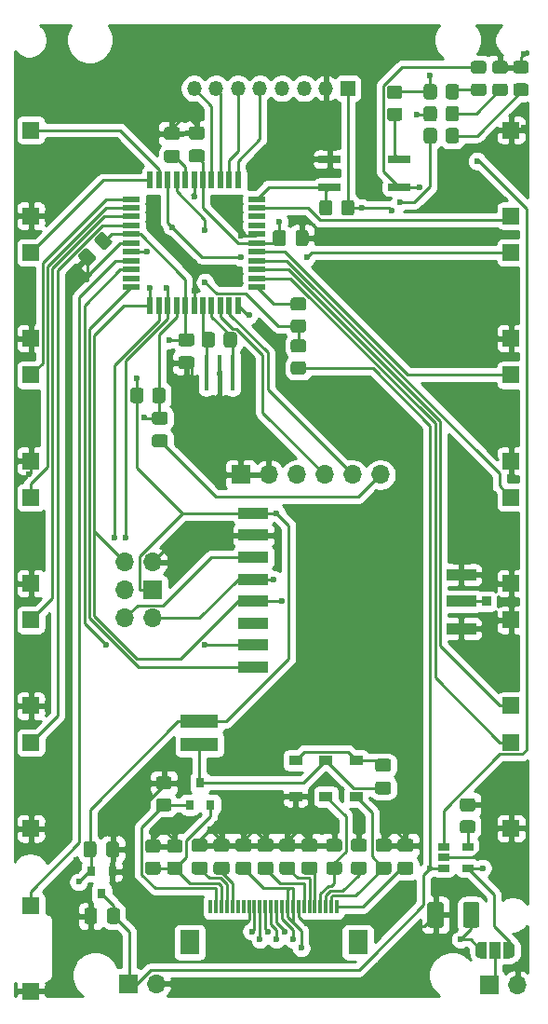
<source format=gbr>
%TF.GenerationSoftware,KiCad,Pcbnew,(5.1.9)-1*%
%TF.CreationDate,2021-02-20T13:35:58+01:00*%
%TF.ProjectId,HB-RC-12-EP-2,48422d52-432d-4313-922d-45502d322e6b,rev?*%
%TF.SameCoordinates,Original*%
%TF.FileFunction,Copper,L1,Top*%
%TF.FilePolarity,Positive*%
%FSLAX46Y46*%
G04 Gerber Fmt 4.6, Leading zero omitted, Abs format (unit mm)*
G04 Created by KiCad (PCBNEW (5.1.9)-1) date 2021-02-20 13:35:58*
%MOMM*%
%LPD*%
G01*
G04 APERTURE LIST*
%TA.AperFunction,ComponentPad*%
%ADD10O,1.350000X1.350000*%
%TD*%
%TA.AperFunction,ComponentPad*%
%ADD11R,1.350000X1.350000*%
%TD*%
%TA.AperFunction,SMDPad,CuDef*%
%ADD12R,1.000000X1.500000*%
%TD*%
%TA.AperFunction,SMDPad,CuDef*%
%ADD13C,0.100000*%
%TD*%
%TA.AperFunction,SMDPad,CuDef*%
%ADD14R,1.500000X0.550000*%
%TD*%
%TA.AperFunction,SMDPad,CuDef*%
%ADD15R,0.550000X1.500000*%
%TD*%
%TA.AperFunction,SMDPad,CuDef*%
%ADD16R,1.200000X0.900000*%
%TD*%
%TA.AperFunction,SMDPad,CuDef*%
%ADD17R,0.300000X1.300000*%
%TD*%
%TA.AperFunction,SMDPad,CuDef*%
%ADD18R,1.800000X2.200000*%
%TD*%
%TA.AperFunction,SMDPad,CuDef*%
%ADD19R,2.000000X0.640000*%
%TD*%
%TA.AperFunction,SMDPad,CuDef*%
%ADD20R,1.060000X0.650000*%
%TD*%
%TA.AperFunction,SMDPad,CuDef*%
%ADD21R,0.800000X0.900000*%
%TD*%
%TA.AperFunction,SMDPad,CuDef*%
%ADD22R,2.750000X1.000000*%
%TD*%
%TA.AperFunction,SMDPad,CuDef*%
%ADD23R,1.500000X1.500000*%
%TD*%
%TA.AperFunction,SMDPad,CuDef*%
%ADD24R,0.400000X3.200000*%
%TD*%
%TA.AperFunction,SMDPad,CuDef*%
%ADD25R,3.400000X1.300000*%
%TD*%
%TA.AperFunction,ComponentPad*%
%ADD26O,1.700000X1.700000*%
%TD*%
%TA.AperFunction,ComponentPad*%
%ADD27R,1.700000X1.700000*%
%TD*%
%TA.AperFunction,ComponentPad*%
%ADD28R,0.850000X0.850000*%
%TD*%
%TA.AperFunction,ViaPad*%
%ADD29C,0.600000*%
%TD*%
%TA.AperFunction,Conductor*%
%ADD30C,0.250000*%
%TD*%
%TA.AperFunction,Conductor*%
%ADD31C,0.254000*%
%TD*%
%TA.AperFunction,Conductor*%
%ADD32C,0.100000*%
%TD*%
G04 APERTURE END LIST*
%TO.P,R10,2*%
%TO.N,Net-(R10-Pad2)*%
%TA.AperFunction,SMDPad,CuDef*%
G36*
G01*
X134799999Y-78150000D02*
X135700001Y-78150000D01*
G75*
G02*
X135950000Y-78399999I0J-249999D01*
G01*
X135950000Y-79100001D01*
G75*
G02*
X135700001Y-79350000I-249999J0D01*
G01*
X134799999Y-79350000D01*
G75*
G02*
X134550000Y-79100001I0J249999D01*
G01*
X134550000Y-78399999D01*
G75*
G02*
X134799999Y-78150000I249999J0D01*
G01*
G37*
%TD.AperFunction*%
%TO.P,R10,1*%
%TO.N,Net-(R10-Pad1)*%
%TA.AperFunction,SMDPad,CuDef*%
G36*
G01*
X134799999Y-76150000D02*
X135700001Y-76150000D01*
G75*
G02*
X135950000Y-76399999I0J-249999D01*
G01*
X135950000Y-77100001D01*
G75*
G02*
X135700001Y-77350000I-249999J0D01*
G01*
X134799999Y-77350000D01*
G75*
G02*
X134550000Y-77100001I0J249999D01*
G01*
X134550000Y-76399999D01*
G75*
G02*
X134799999Y-76150000I249999J0D01*
G01*
G37*
%TD.AperFunction*%
%TD*%
D10*
%TO.P,K1,8*%
%TO.N,/GX_BSY*%
X117000000Y-76400000D03*
%TO.P,K1,7*%
%TO.N,/GX_RST*%
X119000000Y-76400000D03*
%TO.P,K1,6*%
%TO.N,/GX_DC*%
X121000000Y-76400000D03*
%TO.P,K1,5*%
%TO.N,/GX_CS*%
X123000000Y-76400000D03*
%TO.P,K1,4*%
%TO.N,/SCK*%
X125000000Y-76400000D03*
%TO.P,K1,3*%
%TO.N,/MOSI*%
X127000000Y-76400000D03*
%TO.P,K1,2*%
%TO.N,GND*%
X129000000Y-76400000D03*
D11*
%TO.P,K1,1*%
%TO.N,+3V0*%
X131000000Y-76400000D03*
%TD*%
D12*
%TO.P,JP1,2*%
%TO.N,Net-(J5-Pad1)*%
X144400000Y-154700000D03*
%TA.AperFunction,SMDPad,CuDef*%
D13*
%TO.P,JP1,3*%
%TO.N,Net-(D6-Pad2)*%
G36*
X145700000Y-153950602D02*
G01*
X145724534Y-153950602D01*
X145773365Y-153955412D01*
X145821490Y-153964984D01*
X145868445Y-153979228D01*
X145913778Y-153998005D01*
X145957051Y-154021136D01*
X145997850Y-154048396D01*
X146035779Y-154079524D01*
X146070476Y-154114221D01*
X146101604Y-154152150D01*
X146128864Y-154192949D01*
X146151995Y-154236222D01*
X146170772Y-154281555D01*
X146185016Y-154328510D01*
X146194588Y-154376635D01*
X146199398Y-154425466D01*
X146199398Y-154450000D01*
X146200000Y-154450000D01*
X146200000Y-154950000D01*
X146199398Y-154950000D01*
X146199398Y-154974534D01*
X146194588Y-155023365D01*
X146185016Y-155071490D01*
X146170772Y-155118445D01*
X146151995Y-155163778D01*
X146128864Y-155207051D01*
X146101604Y-155247850D01*
X146070476Y-155285779D01*
X146035779Y-155320476D01*
X145997850Y-155351604D01*
X145957051Y-155378864D01*
X145913778Y-155401995D01*
X145868445Y-155420772D01*
X145821490Y-155435016D01*
X145773365Y-155444588D01*
X145724534Y-155449398D01*
X145700000Y-155449398D01*
X145700000Y-155450000D01*
X145150000Y-155450000D01*
X145150000Y-153950000D01*
X145700000Y-153950000D01*
X145700000Y-153950602D01*
G37*
%TD.AperFunction*%
%TA.AperFunction,SMDPad,CuDef*%
%TO.P,JP1,1*%
%TO.N,+3V0*%
G36*
X143650000Y-155450000D02*
G01*
X143100000Y-155450000D01*
X143100000Y-155449398D01*
X143075466Y-155449398D01*
X143026635Y-155444588D01*
X142978510Y-155435016D01*
X142931555Y-155420772D01*
X142886222Y-155401995D01*
X142842949Y-155378864D01*
X142802150Y-155351604D01*
X142764221Y-155320476D01*
X142729524Y-155285779D01*
X142698396Y-155247850D01*
X142671136Y-155207051D01*
X142648005Y-155163778D01*
X142629228Y-155118445D01*
X142614984Y-155071490D01*
X142605412Y-155023365D01*
X142600602Y-154974534D01*
X142600602Y-154950000D01*
X142600000Y-154950000D01*
X142600000Y-154450000D01*
X142600602Y-154450000D01*
X142600602Y-154425466D01*
X142605412Y-154376635D01*
X142614984Y-154328510D01*
X142629228Y-154281555D01*
X142648005Y-154236222D01*
X142671136Y-154192949D01*
X142698396Y-154152150D01*
X142729524Y-154114221D01*
X142764221Y-154079524D01*
X142802150Y-154048396D01*
X142842949Y-154021136D01*
X142886222Y-153998005D01*
X142931555Y-153979228D01*
X142978510Y-153964984D01*
X143026635Y-153955412D01*
X143075466Y-153950602D01*
X143100000Y-153950602D01*
X143100000Y-153950000D01*
X143650000Y-153950000D01*
X143650000Y-155450000D01*
G37*
%TD.AperFunction*%
%TD*%
%TO.P,C17,2*%
%TO.N,GND*%
%TA.AperFunction,SMDPad,CuDef*%
G36*
G01*
X107346121Y-90982517D02*
X108017483Y-91653879D01*
G75*
G02*
X108017483Y-92007821I-176971J-176971D01*
G01*
X107540575Y-92484729D01*
G75*
G02*
X107186633Y-92484729I-176971J176971D01*
G01*
X106515271Y-91813367D01*
G75*
G02*
X106515271Y-91459425I176971J176971D01*
G01*
X106992179Y-90982517D01*
G75*
G02*
X107346121Y-90982517I176971J-176971D01*
G01*
G37*
%TD.AperFunction*%
%TO.P,C17,1*%
%TO.N,+3V0*%
%TA.AperFunction,SMDPad,CuDef*%
G36*
G01*
X108813173Y-89515076D02*
X109484924Y-90186827D01*
G75*
G02*
X109484924Y-90540381I-176777J-176777D01*
G01*
X109007627Y-91017678D01*
G75*
G02*
X108654073Y-91017678I-176777J176777D01*
G01*
X107982322Y-90345927D01*
G75*
G02*
X107982322Y-89992373I176777J176777D01*
G01*
X108459619Y-89515076D01*
G75*
G02*
X108813173Y-89515076I176777J-176777D01*
G01*
G37*
%TD.AperFunction*%
%TD*%
D14*
%TO.P,U1,44*%
%TO.N,/CC1101_CS*%
X111300000Y-94450000D03*
%TO.P,U1,43*%
%TO.N,/INT0*%
X111300000Y-93650000D03*
%TO.P,U1,42*%
%TO.N,/CC1101_GDO0*%
X111300000Y-92850000D03*
%TO.P,U1,41*%
%TO.N,/CONF*%
X111300000Y-92050000D03*
%TO.P,U1,40*%
%TO.N,/LED2*%
X111300000Y-91250000D03*
%TO.P,U1,39*%
%TO.N,GND*%
X111300000Y-90450000D03*
%TO.P,U1,38*%
%TO.N,+3V0*%
X111300000Y-89650000D03*
%TO.P,U1,37*%
%TO.N,/A0*%
X111300000Y-88850000D03*
%TO.P,U1,36*%
%TO.N,/A1*%
X111300000Y-88050000D03*
%TO.P,U1,35*%
%TO.N,/A2*%
X111300000Y-87250000D03*
%TO.P,U1,34*%
%TO.N,/A3*%
X111300000Y-86450000D03*
D15*
%TO.P,U1,33*%
%TO.N,/A4*%
X113000000Y-84750000D03*
%TO.P,U1,32*%
%TO.N,/A5*%
X113800000Y-84750000D03*
%TO.P,U1,31*%
%TO.N,/A6*%
X114600000Y-84750000D03*
%TO.P,U1,30*%
%TO.N,/A7*%
X115400000Y-84750000D03*
%TO.P,U1,29*%
%TO.N,Net-(C2-Pad1)*%
X116200000Y-84750000D03*
%TO.P,U1,28*%
%TO.N,GND*%
X117000000Y-84750000D03*
%TO.P,U1,27*%
%TO.N,+3V0*%
X117800000Y-84750000D03*
%TO.P,U1,26*%
%TO.N,/GX_BSY*%
X118600000Y-84750000D03*
%TO.P,U1,25*%
%TO.N,/GX_RST*%
X119400000Y-84750000D03*
%TO.P,U1,24*%
%TO.N,/GX_DC*%
X120200000Y-84750000D03*
%TO.P,U1,23*%
%TO.N,/GX_CS*%
X121000000Y-84750000D03*
D14*
%TO.P,U1,22*%
%TO.N,/B_CHARGING*%
X122700000Y-86450000D03*
%TO.P,U1,21*%
%TO.N,/C2*%
X122700000Y-87250000D03*
%TO.P,U1,20*%
%TO.N,/SDA*%
X122700000Y-88050000D03*
%TO.P,U1,19*%
%TO.N,/SCL*%
X122700000Y-88850000D03*
%TO.P,U1,18*%
%TO.N,GND*%
X122700000Y-89650000D03*
%TO.P,U1,17*%
%TO.N,+3V0*%
X122700000Y-90450000D03*
%TO.P,U1,16*%
%TO.N,/D7*%
X122700000Y-91250000D03*
%TO.P,U1,15*%
%TO.N,/D6*%
X122700000Y-92050000D03*
%TO.P,U1,14*%
%TO.N,/D5*%
X122700000Y-92850000D03*
%TO.P,U1,13*%
%TO.N,/D4*%
X122700000Y-93650000D03*
%TO.P,U1,12*%
%TO.N,/D3*%
X122700000Y-94450000D03*
D15*
%TO.P,U1,11*%
%TO.N,/LED*%
X121000000Y-96150000D03*
%TO.P,U1,10*%
%TO.N,/TXD*%
X120200000Y-96150000D03*
%TO.P,U1,9*%
%TO.N,/RXD*%
X119400000Y-96150000D03*
%TO.P,U1,8*%
%TO.N,Net-(Q1-Pad1)*%
X118600000Y-96150000D03*
%TO.P,U1,7*%
%TO.N,Net-(Q1-Pad2)*%
X117800000Y-96150000D03*
%TO.P,U1,6*%
%TO.N,GND*%
X117000000Y-96150000D03*
%TO.P,U1,5*%
%TO.N,+3V0*%
X116200000Y-96150000D03*
%TO.P,U1,4*%
%TO.N,/RESET*%
X115400000Y-96150000D03*
%TO.P,U1,3*%
%TO.N,/SCK*%
X114600000Y-96150000D03*
%TO.P,U1,2*%
%TO.N,/MISO*%
X113800000Y-96150000D03*
%TO.P,U1,1*%
%TO.N,/MOSI*%
X113000000Y-96150000D03*
%TD*%
%TO.P,R8,2*%
%TO.N,GND*%
%TA.AperFunction,SMDPad,CuDef*%
G36*
G01*
X114700001Y-140100000D02*
X113799999Y-140100000D01*
G75*
G02*
X113550000Y-139850001I0J249999D01*
G01*
X113550000Y-139149999D01*
G75*
G02*
X113799999Y-138900000I249999J0D01*
G01*
X114700001Y-138900000D01*
G75*
G02*
X114950000Y-139149999I0J-249999D01*
G01*
X114950000Y-139850001D01*
G75*
G02*
X114700001Y-140100000I-249999J0D01*
G01*
G37*
%TD.AperFunction*%
%TO.P,R8,1*%
%TO.N,/GDR*%
%TA.AperFunction,SMDPad,CuDef*%
G36*
G01*
X114700001Y-142100000D02*
X113799999Y-142100000D01*
G75*
G02*
X113550000Y-141850001I0J249999D01*
G01*
X113550000Y-141149999D01*
G75*
G02*
X113799999Y-140900000I249999J0D01*
G01*
X114700001Y-140900000D01*
G75*
G02*
X114950000Y-141149999I0J-249999D01*
G01*
X114950000Y-141850001D01*
G75*
G02*
X114700001Y-142100000I-249999J0D01*
G01*
G37*
%TD.AperFunction*%
%TD*%
%TO.P,R8-2,2*%
%TO.N,GND*%
%TA.AperFunction,SMDPad,CuDef*%
G36*
G01*
X113700001Y-145850000D02*
X112799999Y-145850000D01*
G75*
G02*
X112550000Y-145600001I0J249999D01*
G01*
X112550000Y-144899999D01*
G75*
G02*
X112799999Y-144650000I249999J0D01*
G01*
X113700001Y-144650000D01*
G75*
G02*
X113950000Y-144899999I0J-249999D01*
G01*
X113950000Y-145600001D01*
G75*
G02*
X113700001Y-145850000I-249999J0D01*
G01*
G37*
%TD.AperFunction*%
%TO.P,R8-2,1*%
%TO.N,/RESE*%
%TA.AperFunction,SMDPad,CuDef*%
G36*
G01*
X113700001Y-147850000D02*
X112799999Y-147850000D01*
G75*
G02*
X112550000Y-147600001I0J249999D01*
G01*
X112550000Y-146899999D01*
G75*
G02*
X112799999Y-146650000I249999J0D01*
G01*
X113700001Y-146650000D01*
G75*
G02*
X113950000Y-146899999I0J-249999D01*
G01*
X113950000Y-147600001D01*
G75*
G02*
X113700001Y-147850000I-249999J0D01*
G01*
G37*
%TD.AperFunction*%
%TD*%
%TO.P,C4,2*%
%TO.N,GND*%
%TA.AperFunction,SMDPad,CuDef*%
G36*
G01*
X123975000Y-145762500D02*
X123025000Y-145762500D01*
G75*
G02*
X122775000Y-145512500I0J250000D01*
G01*
X122775000Y-144837500D01*
G75*
G02*
X123025000Y-144587500I250000J0D01*
G01*
X123975000Y-144587500D01*
G75*
G02*
X124225000Y-144837500I0J-250000D01*
G01*
X124225000Y-145512500D01*
G75*
G02*
X123975000Y-145762500I-250000J0D01*
G01*
G37*
%TD.AperFunction*%
%TO.P,C4,1*%
%TO.N,Net-(C4-Pad1)*%
%TA.AperFunction,SMDPad,CuDef*%
G36*
G01*
X123975000Y-147837500D02*
X123025000Y-147837500D01*
G75*
G02*
X122775000Y-147587500I0J250000D01*
G01*
X122775000Y-146912500D01*
G75*
G02*
X123025000Y-146662500I250000J0D01*
G01*
X123975000Y-146662500D01*
G75*
G02*
X124225000Y-146912500I0J-250000D01*
G01*
X124225000Y-147587500D01*
G75*
G02*
X123975000Y-147837500I-250000J0D01*
G01*
G37*
%TD.AperFunction*%
%TD*%
D16*
%TO.P,D5,2*%
%TO.N,/PREVGL*%
X131750000Y-140750000D03*
%TO.P,D5,1*%
%TO.N,Net-(C11-Pad2)*%
X131750000Y-137450000D03*
%TD*%
%TO.P,D4,2*%
%TO.N,Net-(C11-Pad1)*%
X129000000Y-137450000D03*
%TO.P,D4,1*%
%TO.N,/PREVGH*%
X129000000Y-140750000D03*
%TD*%
D17*
%TO.P,J3,24*%
%TO.N,Net-(C8-Pad1)*%
X130000000Y-150750000D03*
%TO.P,J3,23*%
%TO.N,/PREVGL*%
X129500000Y-150750000D03*
%TO.P,J3,22*%
%TO.N,Net-(C7-Pad1)*%
X129000000Y-150750000D03*
%TO.P,J3,21*%
%TO.N,/PREVGH*%
X128500000Y-150750000D03*
%TO.P,J3,20*%
%TO.N,Net-(C6-Pad1)*%
X128000000Y-150750000D03*
%TO.P,J3,19*%
%TO.N,Net-(C5-Pad1)*%
X127500000Y-150750000D03*
%TO.P,J3,18*%
%TO.N,Net-(C4-Pad1)*%
X127000000Y-150750000D03*
%TO.P,J3,17*%
%TO.N,GND*%
X126500000Y-150750000D03*
%TO.P,J3,16*%
%TO.N,+3V0*%
X126000000Y-150750000D03*
%TO.P,J3,15*%
X125500000Y-150750000D03*
%TO.P,J3,14*%
%TO.N,/MOSI*%
X125000000Y-150750000D03*
%TO.P,J3,13*%
%TO.N,/SCK*%
X124500000Y-150750000D03*
%TO.P,J3,12*%
%TO.N,/GX_CS*%
X124000000Y-150750000D03*
%TO.P,J3,11*%
%TO.N,/GX_DC*%
X123500000Y-150750000D03*
%TO.P,J3,10*%
%TO.N,/GX_RST*%
X123000000Y-150750000D03*
%TO.P,J3,9*%
%TO.N,/GX_BSY*%
X122500000Y-150750000D03*
%TO.P,J3,8*%
%TO.N,GND*%
X122000000Y-150750000D03*
%TO.P,J3,7*%
%TO.N,Net-(J3-Pad7)*%
X121500000Y-150750000D03*
%TO.P,J3,6*%
%TO.N,Net-(J3-Pad6)*%
X121000000Y-150750000D03*
%TO.P,J3,5*%
%TO.N,Net-(C10-Pad1)*%
X120500000Y-150750000D03*
%TO.P,J3,4*%
%TO.N,Net-(C9-Pad1)*%
X120000000Y-150750000D03*
%TO.P,J3,3*%
%TO.N,/RESE*%
X119500000Y-150750000D03*
%TO.P,J3,2*%
%TO.N,/GDR*%
X119000000Y-150750000D03*
%TO.P,J3,1*%
%TO.N,Net-(J3-Pad1)*%
X118500000Y-150750000D03*
D18*
%TO.P,J3,MP*%
%TO.N,N/C*%
X116600000Y-154000000D03*
X131900000Y-154000000D03*
%TD*%
%TO.P,R12,2*%
%TO.N,Net-(Q1-Pad2)*%
%TA.AperFunction,SMDPad,CuDef*%
G36*
G01*
X118900000Y-98799999D02*
X118900000Y-99700001D01*
G75*
G02*
X118650001Y-99950000I-249999J0D01*
G01*
X117949999Y-99950000D01*
G75*
G02*
X117700000Y-99700001I0J249999D01*
G01*
X117700000Y-98799999D01*
G75*
G02*
X117949999Y-98550000I249999J0D01*
G01*
X118650001Y-98550000D01*
G75*
G02*
X118900000Y-98799999I0J-249999D01*
G01*
G37*
%TD.AperFunction*%
%TO.P,R12,1*%
%TO.N,Net-(Q1-Pad1)*%
%TA.AperFunction,SMDPad,CuDef*%
G36*
G01*
X120900000Y-98799999D02*
X120900000Y-99700001D01*
G75*
G02*
X120650001Y-99950000I-249999J0D01*
G01*
X119949999Y-99950000D01*
G75*
G02*
X119700000Y-99700001I0J249999D01*
G01*
X119700000Y-98799999D01*
G75*
G02*
X119949999Y-98550000I249999J0D01*
G01*
X120650001Y-98550000D01*
G75*
G02*
X120900000Y-98799999I0J-249999D01*
G01*
G37*
%TD.AperFunction*%
%TD*%
D19*
%TO.P,U5,4*%
%TO.N,/B_CHARGING*%
X129350000Y-85370000D03*
%TO.P,U5,3*%
%TO.N,GND*%
X129350000Y-82830000D03*
%TO.P,U5,2*%
%TO.N,Net-(R10-Pad2)*%
X135650000Y-82830000D03*
%TO.P,U5,1*%
%TO.N,Net-(D6-Pad2)*%
X135650000Y-85370000D03*
%TD*%
D20*
%TO.P,U4,5*%
%TO.N,Net-(R9-Pad1)*%
X141900000Y-145350000D03*
%TO.P,U4,4*%
%TO.N,Net-(D6-Pad2)*%
X141900000Y-147250000D03*
%TO.P,U4,3*%
%TO.N,+BATT*%
X139700000Y-147250000D03*
%TO.P,U4,2*%
%TO.N,GND*%
X139700000Y-146300000D03*
%TO.P,U4,1*%
%TO.N,Net-(R10-Pad1)*%
X139700000Y-145350000D03*
%TD*%
D21*
%TO.P,U3,3*%
%TO.N,+BATT*%
X108600000Y-149550000D03*
%TO.P,U3,2*%
%TO.N,+3V0*%
X107650000Y-147550000D03*
%TO.P,U3,1*%
%TO.N,GND*%
X109550000Y-147550000D03*
%TD*%
D22*
%TO.P,U2,8*%
%TO.N,/CC1101_CS*%
X122400000Y-129000000D03*
%TO.P,U2,7*%
%TO.N,/CC1101_GDO0*%
X122400000Y-127000000D03*
%TO.P,U2,6*%
%TO.N,Net-(U2-Pad6)*%
X122400000Y-125000000D03*
%TO.P,U2,11*%
%TO.N,GND*%
X141300000Y-125500000D03*
%TO.P,U2,5*%
%TO.N,/MOSI*%
X122400000Y-123000000D03*
%TO.P,U2,9*%
%TO.N,Net-(J1-Pad1)*%
X141300000Y-123000000D03*
%TO.P,U2,4*%
%TO.N,/SCK*%
X122400000Y-121000000D03*
%TO.P,U2,10*%
%TO.N,GND*%
X141300000Y-120600000D03*
%TO.P,U2,3*%
%TO.N,/MISO*%
X122400000Y-119000000D03*
%TO.P,U2,2*%
%TO.N,GND*%
X122400000Y-117000000D03*
%TO.P,U2,1*%
%TO.N,+3V0*%
X122400000Y-115000000D03*
%TD*%
D23*
%TO.P,SW13,2*%
%TO.N,/CONF*%
X102150000Y-150650000D03*
%TO.P,SW13,1*%
%TO.N,GND*%
X102150000Y-158450000D03*
%TD*%
%TO.P,SW12,2*%
%TO.N,/D4*%
X145850000Y-135830000D03*
%TO.P,SW12,1*%
%TO.N,GND*%
X145850000Y-143630000D03*
%TD*%
%TO.P,SW11,2*%
%TO.N,/D5*%
X145850000Y-132500000D03*
%TO.P,SW11,1*%
%TO.N,GND*%
X145850000Y-124700000D03*
%TD*%
%TO.P,SW10,2*%
%TO.N,/D6*%
X145850000Y-113570000D03*
%TO.P,SW10,1*%
%TO.N,GND*%
X145850000Y-121370000D03*
%TD*%
%TO.P,SW9,2*%
%TO.N,/D7*%
X145850000Y-102440000D03*
%TO.P,SW9,1*%
%TO.N,GND*%
X145850000Y-110240000D03*
%TD*%
%TO.P,SW8,2*%
%TO.N,/A6*%
X145850000Y-91310000D03*
%TO.P,SW8,1*%
%TO.N,GND*%
X145850000Y-99110000D03*
%TD*%
%TO.P,SW7,2*%
%TO.N,/C2*%
X145850000Y-87980000D03*
%TO.P,SW7,1*%
%TO.N,GND*%
X145850000Y-80180000D03*
%TD*%
%TO.P,SW6,2*%
%TO.N,/A0*%
X102150000Y-135850000D03*
%TO.P,SW6,1*%
%TO.N,GND*%
X102150000Y-143650000D03*
%TD*%
%TO.P,SW5,2*%
%TO.N,/A1*%
X102150000Y-124700000D03*
%TO.P,SW5,1*%
%TO.N,GND*%
X102150000Y-132500000D03*
%TD*%
%TO.P,SW4,2*%
%TO.N,/A2*%
X102150000Y-113570000D03*
%TO.P,SW4,1*%
%TO.N,GND*%
X102150000Y-121370000D03*
%TD*%
%TO.P,SW3,2*%
%TO.N,/A3*%
X102150000Y-102440000D03*
%TO.P,SW3,1*%
%TO.N,GND*%
X102150000Y-110240000D03*
%TD*%
%TO.P,SW2,2*%
%TO.N,/A4*%
X102150000Y-91310000D03*
%TO.P,SW2,1*%
%TO.N,GND*%
X102150000Y-99110000D03*
%TD*%
%TO.P,SW1,2*%
%TO.N,/A5*%
X102150000Y-80180000D03*
%TO.P,SW1,1*%
%TO.N,GND*%
X102150000Y-87980000D03*
%TD*%
%TO.P,R8-1,2*%
%TO.N,GND*%
%TA.AperFunction,SMDPad,CuDef*%
G36*
G01*
X115700001Y-145850000D02*
X114799999Y-145850000D01*
G75*
G02*
X114550000Y-145600001I0J249999D01*
G01*
X114550000Y-144899999D01*
G75*
G02*
X114799999Y-144650000I249999J0D01*
G01*
X115700001Y-144650000D01*
G75*
G02*
X115950000Y-144899999I0J-249999D01*
G01*
X115950000Y-145600001D01*
G75*
G02*
X115700001Y-145850000I-249999J0D01*
G01*
G37*
%TD.AperFunction*%
%TO.P,R8-1,1*%
%TO.N,/RESE*%
%TA.AperFunction,SMDPad,CuDef*%
G36*
G01*
X115700001Y-147850000D02*
X114799999Y-147850000D01*
G75*
G02*
X114550000Y-147600001I0J249999D01*
G01*
X114550000Y-146899999D01*
G75*
G02*
X114799999Y-146650000I249999J0D01*
G01*
X115700001Y-146650000D01*
G75*
G02*
X115950000Y-146899999I0J-249999D01*
G01*
X115950000Y-147600001D01*
G75*
G02*
X115700001Y-147850000I-249999J0D01*
G01*
G37*
%TD.AperFunction*%
%TD*%
%TO.P,R13,2*%
%TO.N,/B_CHARGING*%
%TA.AperFunction,SMDPad,CuDef*%
G36*
G01*
X129600000Y-86799999D02*
X129600000Y-87700001D01*
G75*
G02*
X129350001Y-87950000I-249999J0D01*
G01*
X128649999Y-87950000D01*
G75*
G02*
X128400000Y-87700001I0J249999D01*
G01*
X128400000Y-86799999D01*
G75*
G02*
X128649999Y-86550000I249999J0D01*
G01*
X129350001Y-86550000D01*
G75*
G02*
X129600000Y-86799999I0J-249999D01*
G01*
G37*
%TD.AperFunction*%
%TO.P,R13,1*%
%TO.N,+3V0*%
%TA.AperFunction,SMDPad,CuDef*%
G36*
G01*
X131600000Y-86799999D02*
X131600000Y-87700001D01*
G75*
G02*
X131350001Y-87950000I-249999J0D01*
G01*
X130649999Y-87950000D01*
G75*
G02*
X130400000Y-87700001I0J249999D01*
G01*
X130400000Y-86799999D01*
G75*
G02*
X130649999Y-86550000I249999J0D01*
G01*
X131350001Y-86550000D01*
G75*
G02*
X131600000Y-86799999I0J-249999D01*
G01*
G37*
%TD.AperFunction*%
%TD*%
%TO.P,R11,2*%
%TO.N,Net-(D6-Pad1)*%
%TA.AperFunction,SMDPad,CuDef*%
G36*
G01*
X139900000Y-77150001D02*
X139900000Y-76249999D01*
G75*
G02*
X140149999Y-76000000I249999J0D01*
G01*
X140850001Y-76000000D01*
G75*
G02*
X141100000Y-76249999I0J-249999D01*
G01*
X141100000Y-77150001D01*
G75*
G02*
X140850001Y-77400000I-249999J0D01*
G01*
X140149999Y-77400000D01*
G75*
G02*
X139900000Y-77150001I0J249999D01*
G01*
G37*
%TD.AperFunction*%
%TO.P,R11,1*%
%TO.N,Net-(R10-Pad1)*%
%TA.AperFunction,SMDPad,CuDef*%
G36*
G01*
X137900000Y-77150001D02*
X137900000Y-76249999D01*
G75*
G02*
X138149999Y-76000000I249999J0D01*
G01*
X138850001Y-76000000D01*
G75*
G02*
X139100000Y-76249999I0J-249999D01*
G01*
X139100000Y-77150001D01*
G75*
G02*
X138850001Y-77400000I-249999J0D01*
G01*
X138149999Y-77400000D01*
G75*
G02*
X137900000Y-77150001I0J249999D01*
G01*
G37*
%TD.AperFunction*%
%TD*%
%TO.P,R9,2*%
%TO.N,GND*%
%TA.AperFunction,SMDPad,CuDef*%
G36*
G01*
X142350001Y-142100000D02*
X141449999Y-142100000D01*
G75*
G02*
X141200000Y-141850001I0J249999D01*
G01*
X141200000Y-141149999D01*
G75*
G02*
X141449999Y-140900000I249999J0D01*
G01*
X142350001Y-140900000D01*
G75*
G02*
X142600000Y-141149999I0J-249999D01*
G01*
X142600000Y-141850001D01*
G75*
G02*
X142350001Y-142100000I-249999J0D01*
G01*
G37*
%TD.AperFunction*%
%TO.P,R9,1*%
%TO.N,Net-(R9-Pad1)*%
%TA.AperFunction,SMDPad,CuDef*%
G36*
G01*
X142350001Y-144100000D02*
X141449999Y-144100000D01*
G75*
G02*
X141200000Y-143850001I0J249999D01*
G01*
X141200000Y-143149999D01*
G75*
G02*
X141449999Y-142900000I249999J0D01*
G01*
X142350001Y-142900000D01*
G75*
G02*
X142600000Y-143149999I0J-249999D01*
G01*
X142600000Y-143850001D01*
G75*
G02*
X142350001Y-144100000I-249999J0D01*
G01*
G37*
%TD.AperFunction*%
%TD*%
%TO.P,R5,2*%
%TO.N,/D3*%
%TA.AperFunction,SMDPad,CuDef*%
G36*
G01*
X126950001Y-96600000D02*
X126049999Y-96600000D01*
G75*
G02*
X125800000Y-96350001I0J249999D01*
G01*
X125800000Y-95649999D01*
G75*
G02*
X126049999Y-95400000I249999J0D01*
G01*
X126950001Y-95400000D01*
G75*
G02*
X127200000Y-95649999I0J-249999D01*
G01*
X127200000Y-96350001D01*
G75*
G02*
X126950001Y-96600000I-249999J0D01*
G01*
G37*
%TD.AperFunction*%
%TO.P,R5,1*%
%TO.N,/A7*%
%TA.AperFunction,SMDPad,CuDef*%
G36*
G01*
X126950001Y-98600000D02*
X126049999Y-98600000D01*
G75*
G02*
X125800000Y-98350001I0J249999D01*
G01*
X125800000Y-97649999D01*
G75*
G02*
X126049999Y-97400000I249999J0D01*
G01*
X126950001Y-97400000D01*
G75*
G02*
X127200000Y-97649999I0J-249999D01*
G01*
X127200000Y-98350001D01*
G75*
G02*
X126950001Y-98600000I-249999J0D01*
G01*
G37*
%TD.AperFunction*%
%TD*%
%TO.P,R4,2*%
%TO.N,/A7*%
%TA.AperFunction,SMDPad,CuDef*%
G36*
G01*
X126950001Y-100400000D02*
X126049999Y-100400000D01*
G75*
G02*
X125800000Y-100150001I0J249999D01*
G01*
X125800000Y-99449999D01*
G75*
G02*
X126049999Y-99200000I249999J0D01*
G01*
X126950001Y-99200000D01*
G75*
G02*
X127200000Y-99449999I0J-249999D01*
G01*
X127200000Y-100150001D01*
G75*
G02*
X126950001Y-100400000I-249999J0D01*
G01*
G37*
%TD.AperFunction*%
%TO.P,R4,1*%
%TO.N,+BATT*%
%TA.AperFunction,SMDPad,CuDef*%
G36*
G01*
X126950001Y-102400000D02*
X126049999Y-102400000D01*
G75*
G02*
X125800000Y-102150001I0J249999D01*
G01*
X125800000Y-101449999D01*
G75*
G02*
X126049999Y-101200000I249999J0D01*
G01*
X126950001Y-101200000D01*
G75*
G02*
X127200000Y-101449999I0J-249999D01*
G01*
X127200000Y-102150001D01*
G75*
G02*
X126950001Y-102400000I-249999J0D01*
G01*
G37*
%TD.AperFunction*%
%TD*%
%TO.P,R3,2*%
%TO.N,/RESET*%
%TA.AperFunction,SMDPad,CuDef*%
G36*
G01*
X113200000Y-104750001D02*
X113200000Y-103849999D01*
G75*
G02*
X113449999Y-103600000I249999J0D01*
G01*
X114150001Y-103600000D01*
G75*
G02*
X114400000Y-103849999I0J-249999D01*
G01*
X114400000Y-104750001D01*
G75*
G02*
X114150001Y-105000000I-249999J0D01*
G01*
X113449999Y-105000000D01*
G75*
G02*
X113200000Y-104750001I0J249999D01*
G01*
G37*
%TD.AperFunction*%
%TO.P,R3,1*%
%TO.N,+3V0*%
%TA.AperFunction,SMDPad,CuDef*%
G36*
G01*
X111200000Y-104750001D02*
X111200000Y-103849999D01*
G75*
G02*
X111449999Y-103600000I249999J0D01*
G01*
X112150001Y-103600000D01*
G75*
G02*
X112400000Y-103849999I0J-249999D01*
G01*
X112400000Y-104750001D01*
G75*
G02*
X112150001Y-105000000I-249999J0D01*
G01*
X111449999Y-105000000D01*
G75*
G02*
X111200000Y-104750001I0J249999D01*
G01*
G37*
%TD.AperFunction*%
%TD*%
%TO.P,R2,2*%
%TO.N,Net-(D2-Pad2)*%
%TA.AperFunction,SMDPad,CuDef*%
G36*
G01*
X139900000Y-79150001D02*
X139900000Y-78249999D01*
G75*
G02*
X140149999Y-78000000I249999J0D01*
G01*
X140850001Y-78000000D01*
G75*
G02*
X141100000Y-78249999I0J-249999D01*
G01*
X141100000Y-79150001D01*
G75*
G02*
X140850001Y-79400000I-249999J0D01*
G01*
X140149999Y-79400000D01*
G75*
G02*
X139900000Y-79150001I0J249999D01*
G01*
G37*
%TD.AperFunction*%
%TO.P,R2,1*%
%TO.N,/LED2*%
%TA.AperFunction,SMDPad,CuDef*%
G36*
G01*
X137900000Y-79150001D02*
X137900000Y-78249999D01*
G75*
G02*
X138149999Y-78000000I249999J0D01*
G01*
X138850001Y-78000000D01*
G75*
G02*
X139100000Y-78249999I0J-249999D01*
G01*
X139100000Y-79150001D01*
G75*
G02*
X138850001Y-79400000I-249999J0D01*
G01*
X138149999Y-79400000D01*
G75*
G02*
X137900000Y-79150001I0J249999D01*
G01*
G37*
%TD.AperFunction*%
%TD*%
%TO.P,R1,2*%
%TO.N,Net-(D1-Pad2)*%
%TA.AperFunction,SMDPad,CuDef*%
G36*
G01*
X139900000Y-81150001D02*
X139900000Y-80249999D01*
G75*
G02*
X140149999Y-80000000I249999J0D01*
G01*
X140850001Y-80000000D01*
G75*
G02*
X141100000Y-80249999I0J-249999D01*
G01*
X141100000Y-81150001D01*
G75*
G02*
X140850001Y-81400000I-249999J0D01*
G01*
X140149999Y-81400000D01*
G75*
G02*
X139900000Y-81150001I0J249999D01*
G01*
G37*
%TD.AperFunction*%
%TO.P,R1,1*%
%TO.N,/LED*%
%TA.AperFunction,SMDPad,CuDef*%
G36*
G01*
X137900000Y-81150001D02*
X137900000Y-80249999D01*
G75*
G02*
X138149999Y-80000000I249999J0D01*
G01*
X138850001Y-80000000D01*
G75*
G02*
X139100000Y-80249999I0J-249999D01*
G01*
X139100000Y-81150001D01*
G75*
G02*
X138850001Y-81400000I-249999J0D01*
G01*
X138149999Y-81400000D01*
G75*
G02*
X137900000Y-81150001I0J249999D01*
G01*
G37*
%TD.AperFunction*%
%TD*%
D21*
%TO.P,Q2,3*%
%TO.N,Net-(C11-Pad1)*%
X117550000Y-139500000D03*
%TO.P,Q2,2*%
%TO.N,/RESE*%
X118500000Y-141500000D03*
%TO.P,Q2,1*%
%TO.N,/GDR*%
X116600000Y-141500000D03*
%TD*%
D24*
%TO.P,Q1,3*%
%TO.N,Net-(Q1-Pad2)*%
X118100000Y-102250000D03*
%TO.P,Q1,2*%
%TO.N,GND*%
X119300000Y-102250000D03*
%TO.P,Q1,1*%
%TO.N,Net-(Q1-Pad1)*%
X120500000Y-102250000D03*
%TD*%
D25*
%TO.P,L1,2*%
%TO.N,Net-(C11-Pad1)*%
X117500000Y-136000000D03*
%TO.P,L1,1*%
%TO.N,+3V0*%
X117500000Y-133900000D03*
%TD*%
D26*
%TO.P,J6,2*%
%TO.N,GND*%
X113540000Y-157750000D03*
D27*
%TO.P,J6,1*%
%TO.N,+BATT*%
X111000000Y-157750000D03*
%TD*%
D26*
%TO.P,J5,2*%
%TO.N,GND*%
X146440000Y-157900000D03*
D27*
%TO.P,J5,1*%
%TO.N,Net-(J5-Pad1)*%
X143900000Y-157900000D03*
%TD*%
D28*
%TO.P,J1,1*%
%TO.N,Net-(J1-Pad1)*%
X143600000Y-123000000D03*
%TD*%
D26*
%TO.P,ISP1,1*%
%TO.N,/MISO*%
X110710000Y-124540000D03*
%TO.P,ISP1,2*%
%TO.N,/SCK*%
X113250000Y-124540000D03*
%TO.P,ISP1,3*%
%TO.N,/RESET*%
X110710000Y-122000000D03*
D27*
%TO.P,ISP1,4*%
%TO.N,+3V0*%
X113250000Y-122000000D03*
D26*
%TO.P,ISP1,5*%
%TO.N,/MOSI*%
X110710000Y-119460000D03*
%TO.P,ISP1,6*%
%TO.N,GND*%
X113250000Y-119460000D03*
%TD*%
%TO.P,FTDI1,6*%
%TO.N,/DTR*%
X133950000Y-111500000D03*
%TO.P,FTDI1,5*%
%TO.N,/TXD*%
X131410000Y-111500000D03*
%TO.P,FTDI1,4*%
%TO.N,/RXD*%
X128870000Y-111500000D03*
%TO.P,FTDI1,3*%
%TO.N,+3V0*%
X126330000Y-111500000D03*
%TO.P,FTDI1,2*%
%TO.N,GND*%
X123790000Y-111500000D03*
D27*
%TO.P,FTDI1,1*%
X121250000Y-111500000D03*
%TD*%
%TO.P,D6,2*%
%TO.N,Net-(D6-Pad2)*%
%TA.AperFunction,SMDPad,CuDef*%
G36*
G01*
X143350001Y-75050000D02*
X142449999Y-75050000D01*
G75*
G02*
X142200000Y-74800001I0J249999D01*
G01*
X142200000Y-74149999D01*
G75*
G02*
X142449999Y-73900000I249999J0D01*
G01*
X143350001Y-73900000D01*
G75*
G02*
X143600000Y-74149999I0J-249999D01*
G01*
X143600000Y-74800001D01*
G75*
G02*
X143350001Y-75050000I-249999J0D01*
G01*
G37*
%TD.AperFunction*%
%TO.P,D6,1*%
%TO.N,Net-(D6-Pad1)*%
%TA.AperFunction,SMDPad,CuDef*%
G36*
G01*
X143350001Y-77100000D02*
X142449999Y-77100000D01*
G75*
G02*
X142200000Y-76850001I0J249999D01*
G01*
X142200000Y-76199999D01*
G75*
G02*
X142449999Y-75950000I249999J0D01*
G01*
X143350001Y-75950000D01*
G75*
G02*
X143600000Y-76199999I0J-249999D01*
G01*
X143600000Y-76850001D01*
G75*
G02*
X143350001Y-77100000I-249999J0D01*
G01*
G37*
%TD.AperFunction*%
%TD*%
D16*
%TO.P,D3,2*%
%TO.N,Net-(C11-Pad2)*%
X126250000Y-137450000D03*
%TO.P,D3,1*%
%TO.N,GND*%
X126250000Y-140750000D03*
%TD*%
%TO.P,D2,2*%
%TO.N,Net-(D2-Pad2)*%
%TA.AperFunction,SMDPad,CuDef*%
G36*
G01*
X144399999Y-75950000D02*
X145300001Y-75950000D01*
G75*
G02*
X145550000Y-76199999I0J-249999D01*
G01*
X145550000Y-76850001D01*
G75*
G02*
X145300001Y-77100000I-249999J0D01*
G01*
X144399999Y-77100000D01*
G75*
G02*
X144150000Y-76850001I0J249999D01*
G01*
X144150000Y-76199999D01*
G75*
G02*
X144399999Y-75950000I249999J0D01*
G01*
G37*
%TD.AperFunction*%
%TO.P,D2,1*%
%TO.N,GND*%
%TA.AperFunction,SMDPad,CuDef*%
G36*
G01*
X144399999Y-73900000D02*
X145300001Y-73900000D01*
G75*
G02*
X145550000Y-74149999I0J-249999D01*
G01*
X145550000Y-74800001D01*
G75*
G02*
X145300001Y-75050000I-249999J0D01*
G01*
X144399999Y-75050000D01*
G75*
G02*
X144150000Y-74800001I0J249999D01*
G01*
X144150000Y-74149999D01*
G75*
G02*
X144399999Y-73900000I249999J0D01*
G01*
G37*
%TD.AperFunction*%
%TD*%
%TO.P,D1,2*%
%TO.N,Net-(D1-Pad2)*%
%TA.AperFunction,SMDPad,CuDef*%
G36*
G01*
X146299999Y-75945000D02*
X147200001Y-75945000D01*
G75*
G02*
X147450000Y-76194999I0J-249999D01*
G01*
X147450000Y-76845001D01*
G75*
G02*
X147200001Y-77095000I-249999J0D01*
G01*
X146299999Y-77095000D01*
G75*
G02*
X146050000Y-76845001I0J249999D01*
G01*
X146050000Y-76194999D01*
G75*
G02*
X146299999Y-75945000I249999J0D01*
G01*
G37*
%TD.AperFunction*%
%TO.P,D1,1*%
%TO.N,GND*%
%TA.AperFunction,SMDPad,CuDef*%
G36*
G01*
X146299999Y-73895000D02*
X147200001Y-73895000D01*
G75*
G02*
X147450000Y-74144999I0J-249999D01*
G01*
X147450000Y-74795001D01*
G75*
G02*
X147200001Y-75045000I-249999J0D01*
G01*
X146299999Y-75045000D01*
G75*
G02*
X146050000Y-74795001I0J249999D01*
G01*
X146050000Y-74144999D01*
G75*
G02*
X146299999Y-73895000I249999J0D01*
G01*
G37*
%TD.AperFunction*%
%TD*%
%TO.P,C20,2*%
%TO.N,GND*%
%TA.AperFunction,SMDPad,CuDef*%
G36*
G01*
X109012500Y-146025000D02*
X109012500Y-145075000D01*
G75*
G02*
X109262500Y-144825000I250000J0D01*
G01*
X109937500Y-144825000D01*
G75*
G02*
X110187500Y-145075000I0J-250000D01*
G01*
X110187500Y-146025000D01*
G75*
G02*
X109937500Y-146275000I-250000J0D01*
G01*
X109262500Y-146275000D01*
G75*
G02*
X109012500Y-146025000I0J250000D01*
G01*
G37*
%TD.AperFunction*%
%TO.P,C20,1*%
%TO.N,+3V0*%
%TA.AperFunction,SMDPad,CuDef*%
G36*
G01*
X106937500Y-146025000D02*
X106937500Y-145075000D01*
G75*
G02*
X107187500Y-144825000I250000J0D01*
G01*
X107862500Y-144825000D01*
G75*
G02*
X108112500Y-145075000I0J-250000D01*
G01*
X108112500Y-146025000D01*
G75*
G02*
X107862500Y-146275000I-250000J0D01*
G01*
X107187500Y-146275000D01*
G75*
G02*
X106937500Y-146025000I0J250000D01*
G01*
G37*
%TD.AperFunction*%
%TD*%
%TO.P,C19,2*%
%TO.N,GND*%
%TA.AperFunction,SMDPad,CuDef*%
G36*
G01*
X108187500Y-151125000D02*
X108187500Y-152075000D01*
G75*
G02*
X107937500Y-152325000I-250000J0D01*
G01*
X107262500Y-152325000D01*
G75*
G02*
X107012500Y-152075000I0J250000D01*
G01*
X107012500Y-151125000D01*
G75*
G02*
X107262500Y-150875000I250000J0D01*
G01*
X107937500Y-150875000D01*
G75*
G02*
X108187500Y-151125000I0J-250000D01*
G01*
G37*
%TD.AperFunction*%
%TO.P,C19,1*%
%TO.N,+BATT*%
%TA.AperFunction,SMDPad,CuDef*%
G36*
G01*
X110262500Y-151125000D02*
X110262500Y-152075000D01*
G75*
G02*
X110012500Y-152325000I-250000J0D01*
G01*
X109337500Y-152325000D01*
G75*
G02*
X109087500Y-152075000I0J250000D01*
G01*
X109087500Y-151125000D01*
G75*
G02*
X109337500Y-150875000I250000J0D01*
G01*
X110012500Y-150875000D01*
G75*
G02*
X110262500Y-151125000I0J-250000D01*
G01*
G37*
%TD.AperFunction*%
%TD*%
%TO.P,C18,2*%
%TO.N,GND*%
%TA.AperFunction,SMDPad,CuDef*%
G36*
G01*
X139725000Y-150575000D02*
X139725000Y-152425000D01*
G75*
G02*
X139475000Y-152675000I-250000J0D01*
G01*
X138475000Y-152675000D01*
G75*
G02*
X138225000Y-152425000I0J250000D01*
G01*
X138225000Y-150575000D01*
G75*
G02*
X138475000Y-150325000I250000J0D01*
G01*
X139475000Y-150325000D01*
G75*
G02*
X139725000Y-150575000I0J-250000D01*
G01*
G37*
%TD.AperFunction*%
%TO.P,C18,1*%
%TO.N,+3V0*%
%TA.AperFunction,SMDPad,CuDef*%
G36*
G01*
X142975000Y-150575000D02*
X142975000Y-152425000D01*
G75*
G02*
X142725000Y-152675000I-250000J0D01*
G01*
X141725000Y-152675000D01*
G75*
G02*
X141475000Y-152425000I0J250000D01*
G01*
X141475000Y-150575000D01*
G75*
G02*
X141725000Y-150325000I250000J0D01*
G01*
X142725000Y-150325000D01*
G75*
G02*
X142975000Y-150575000I0J-250000D01*
G01*
G37*
%TD.AperFunction*%
%TD*%
%TO.P,C16,2*%
%TO.N,GND*%
%TA.AperFunction,SMDPad,CuDef*%
G36*
G01*
X117725000Y-81050000D02*
X116775000Y-81050000D01*
G75*
G02*
X116525000Y-80800000I0J250000D01*
G01*
X116525000Y-80125000D01*
G75*
G02*
X116775000Y-79875000I250000J0D01*
G01*
X117725000Y-79875000D01*
G75*
G02*
X117975000Y-80125000I0J-250000D01*
G01*
X117975000Y-80800000D01*
G75*
G02*
X117725000Y-81050000I-250000J0D01*
G01*
G37*
%TD.AperFunction*%
%TO.P,C16,1*%
%TO.N,+3V0*%
%TA.AperFunction,SMDPad,CuDef*%
G36*
G01*
X117725000Y-83125000D02*
X116775000Y-83125000D01*
G75*
G02*
X116525000Y-82875000I0J250000D01*
G01*
X116525000Y-82200000D01*
G75*
G02*
X116775000Y-81950000I250000J0D01*
G01*
X117725000Y-81950000D01*
G75*
G02*
X117975000Y-82200000I0J-250000D01*
G01*
X117975000Y-82875000D01*
G75*
G02*
X117725000Y-83125000I-250000J0D01*
G01*
G37*
%TD.AperFunction*%
%TD*%
%TO.P,C15,2*%
%TO.N,GND*%
%TA.AperFunction,SMDPad,CuDef*%
G36*
G01*
X126250000Y-90475000D02*
X126250000Y-89525000D01*
G75*
G02*
X126500000Y-89275000I250000J0D01*
G01*
X127175000Y-89275000D01*
G75*
G02*
X127425000Y-89525000I0J-250000D01*
G01*
X127425000Y-90475000D01*
G75*
G02*
X127175000Y-90725000I-250000J0D01*
G01*
X126500000Y-90725000D01*
G75*
G02*
X126250000Y-90475000I0J250000D01*
G01*
G37*
%TD.AperFunction*%
%TO.P,C15,1*%
%TO.N,+3V0*%
%TA.AperFunction,SMDPad,CuDef*%
G36*
G01*
X124175000Y-90475000D02*
X124175000Y-89525000D01*
G75*
G02*
X124425000Y-89275000I250000J0D01*
G01*
X125100000Y-89275000D01*
G75*
G02*
X125350000Y-89525000I0J-250000D01*
G01*
X125350000Y-90475000D01*
G75*
G02*
X125100000Y-90725000I-250000J0D01*
G01*
X124425000Y-90725000D01*
G75*
G02*
X124175000Y-90475000I0J250000D01*
G01*
G37*
%TD.AperFunction*%
%TD*%
%TO.P,C14,2*%
%TO.N,GND*%
%TA.AperFunction,SMDPad,CuDef*%
G36*
G01*
X115825000Y-100737500D02*
X116775000Y-100737500D01*
G75*
G02*
X117025000Y-100987500I0J-250000D01*
G01*
X117025000Y-101662500D01*
G75*
G02*
X116775000Y-101912500I-250000J0D01*
G01*
X115825000Y-101912500D01*
G75*
G02*
X115575000Y-101662500I0J250000D01*
G01*
X115575000Y-100987500D01*
G75*
G02*
X115825000Y-100737500I250000J0D01*
G01*
G37*
%TD.AperFunction*%
%TO.P,C14,1*%
%TO.N,+3V0*%
%TA.AperFunction,SMDPad,CuDef*%
G36*
G01*
X115825000Y-98662500D02*
X116775000Y-98662500D01*
G75*
G02*
X117025000Y-98912500I0J-250000D01*
G01*
X117025000Y-99587500D01*
G75*
G02*
X116775000Y-99837500I-250000J0D01*
G01*
X115825000Y-99837500D01*
G75*
G02*
X115575000Y-99587500I0J250000D01*
G01*
X115575000Y-98912500D01*
G75*
G02*
X115825000Y-98662500I250000J0D01*
G01*
G37*
%TD.AperFunction*%
%TD*%
%TO.P,C13,2*%
%TO.N,/PREVGL*%
%TA.AperFunction,SMDPad,CuDef*%
G36*
G01*
X133775000Y-146662500D02*
X134725000Y-146662500D01*
G75*
G02*
X134975000Y-146912500I0J-250000D01*
G01*
X134975000Y-147587500D01*
G75*
G02*
X134725000Y-147837500I-250000J0D01*
G01*
X133775000Y-147837500D01*
G75*
G02*
X133525000Y-147587500I0J250000D01*
G01*
X133525000Y-146912500D01*
G75*
G02*
X133775000Y-146662500I250000J0D01*
G01*
G37*
%TD.AperFunction*%
%TO.P,C13,1*%
%TO.N,GND*%
%TA.AperFunction,SMDPad,CuDef*%
G36*
G01*
X133775000Y-144587500D02*
X134725000Y-144587500D01*
G75*
G02*
X134975000Y-144837500I0J-250000D01*
G01*
X134975000Y-145512500D01*
G75*
G02*
X134725000Y-145762500I-250000J0D01*
G01*
X133775000Y-145762500D01*
G75*
G02*
X133525000Y-145512500I0J250000D01*
G01*
X133525000Y-144837500D01*
G75*
G02*
X133775000Y-144587500I250000J0D01*
G01*
G37*
%TD.AperFunction*%
%TD*%
%TO.P,C12,2*%
%TO.N,GND*%
%TA.AperFunction,SMDPad,CuDef*%
G36*
G01*
X130225000Y-145762500D02*
X129275000Y-145762500D01*
G75*
G02*
X129025000Y-145512500I0J250000D01*
G01*
X129025000Y-144837500D01*
G75*
G02*
X129275000Y-144587500I250000J0D01*
G01*
X130225000Y-144587500D01*
G75*
G02*
X130475000Y-144837500I0J-250000D01*
G01*
X130475000Y-145512500D01*
G75*
G02*
X130225000Y-145762500I-250000J0D01*
G01*
G37*
%TD.AperFunction*%
%TO.P,C12,1*%
%TO.N,/PREVGH*%
%TA.AperFunction,SMDPad,CuDef*%
G36*
G01*
X130225000Y-147837500D02*
X129275000Y-147837500D01*
G75*
G02*
X129025000Y-147587500I0J250000D01*
G01*
X129025000Y-146912500D01*
G75*
G02*
X129275000Y-146662500I250000J0D01*
G01*
X130225000Y-146662500D01*
G75*
G02*
X130475000Y-146912500I0J-250000D01*
G01*
X130475000Y-147587500D01*
G75*
G02*
X130225000Y-147837500I-250000J0D01*
G01*
G37*
%TD.AperFunction*%
%TD*%
%TO.P,C11,2*%
%TO.N,Net-(C11-Pad2)*%
%TA.AperFunction,SMDPad,CuDef*%
G36*
G01*
X134675000Y-138487500D02*
X133725000Y-138487500D01*
G75*
G02*
X133475000Y-138237500I0J250000D01*
G01*
X133475000Y-137562500D01*
G75*
G02*
X133725000Y-137312500I250000J0D01*
G01*
X134675000Y-137312500D01*
G75*
G02*
X134925000Y-137562500I0J-250000D01*
G01*
X134925000Y-138237500D01*
G75*
G02*
X134675000Y-138487500I-250000J0D01*
G01*
G37*
%TD.AperFunction*%
%TO.P,C11,1*%
%TO.N,Net-(C11-Pad1)*%
%TA.AperFunction,SMDPad,CuDef*%
G36*
G01*
X134675000Y-140562500D02*
X133725000Y-140562500D01*
G75*
G02*
X133475000Y-140312500I0J250000D01*
G01*
X133475000Y-139637500D01*
G75*
G02*
X133725000Y-139387500I250000J0D01*
G01*
X134675000Y-139387500D01*
G75*
G02*
X134925000Y-139637500I0J-250000D01*
G01*
X134925000Y-140312500D01*
G75*
G02*
X134675000Y-140562500I-250000J0D01*
G01*
G37*
%TD.AperFunction*%
%TD*%
%TO.P,C10,2*%
%TO.N,GND*%
%TA.AperFunction,SMDPad,CuDef*%
G36*
G01*
X119975000Y-145762500D02*
X119025000Y-145762500D01*
G75*
G02*
X118775000Y-145512500I0J250000D01*
G01*
X118775000Y-144837500D01*
G75*
G02*
X119025000Y-144587500I250000J0D01*
G01*
X119975000Y-144587500D01*
G75*
G02*
X120225000Y-144837500I0J-250000D01*
G01*
X120225000Y-145512500D01*
G75*
G02*
X119975000Y-145762500I-250000J0D01*
G01*
G37*
%TD.AperFunction*%
%TO.P,C10,1*%
%TO.N,Net-(C10-Pad1)*%
%TA.AperFunction,SMDPad,CuDef*%
G36*
G01*
X119975000Y-147837500D02*
X119025000Y-147837500D01*
G75*
G02*
X118775000Y-147587500I0J250000D01*
G01*
X118775000Y-146912500D01*
G75*
G02*
X119025000Y-146662500I250000J0D01*
G01*
X119975000Y-146662500D01*
G75*
G02*
X120225000Y-146912500I0J-250000D01*
G01*
X120225000Y-147587500D01*
G75*
G02*
X119975000Y-147837500I-250000J0D01*
G01*
G37*
%TD.AperFunction*%
%TD*%
%TO.P,C9,2*%
%TO.N,GND*%
%TA.AperFunction,SMDPad,CuDef*%
G36*
G01*
X117975000Y-145762500D02*
X117025000Y-145762500D01*
G75*
G02*
X116775000Y-145512500I0J250000D01*
G01*
X116775000Y-144837500D01*
G75*
G02*
X117025000Y-144587500I250000J0D01*
G01*
X117975000Y-144587500D01*
G75*
G02*
X118225000Y-144837500I0J-250000D01*
G01*
X118225000Y-145512500D01*
G75*
G02*
X117975000Y-145762500I-250000J0D01*
G01*
G37*
%TD.AperFunction*%
%TO.P,C9,1*%
%TO.N,Net-(C9-Pad1)*%
%TA.AperFunction,SMDPad,CuDef*%
G36*
G01*
X117975000Y-147837500D02*
X117025000Y-147837500D01*
G75*
G02*
X116775000Y-147587500I0J250000D01*
G01*
X116775000Y-146912500D01*
G75*
G02*
X117025000Y-146662500I250000J0D01*
G01*
X117975000Y-146662500D01*
G75*
G02*
X118225000Y-146912500I0J-250000D01*
G01*
X118225000Y-147587500D01*
G75*
G02*
X117975000Y-147837500I-250000J0D01*
G01*
G37*
%TD.AperFunction*%
%TD*%
%TO.P,C8,2*%
%TO.N,GND*%
%TA.AperFunction,SMDPad,CuDef*%
G36*
G01*
X136725000Y-145762500D02*
X135775000Y-145762500D01*
G75*
G02*
X135525000Y-145512500I0J250000D01*
G01*
X135525000Y-144837500D01*
G75*
G02*
X135775000Y-144587500I250000J0D01*
G01*
X136725000Y-144587500D01*
G75*
G02*
X136975000Y-144837500I0J-250000D01*
G01*
X136975000Y-145512500D01*
G75*
G02*
X136725000Y-145762500I-250000J0D01*
G01*
G37*
%TD.AperFunction*%
%TO.P,C8,1*%
%TO.N,Net-(C8-Pad1)*%
%TA.AperFunction,SMDPad,CuDef*%
G36*
G01*
X136725000Y-147837500D02*
X135775000Y-147837500D01*
G75*
G02*
X135525000Y-147587500I0J250000D01*
G01*
X135525000Y-146912500D01*
G75*
G02*
X135775000Y-146662500I250000J0D01*
G01*
X136725000Y-146662500D01*
G75*
G02*
X136975000Y-146912500I0J-250000D01*
G01*
X136975000Y-147587500D01*
G75*
G02*
X136725000Y-147837500I-250000J0D01*
G01*
G37*
%TD.AperFunction*%
%TD*%
%TO.P,C7,2*%
%TO.N,GND*%
%TA.AperFunction,SMDPad,CuDef*%
G36*
G01*
X132475000Y-145762500D02*
X131525000Y-145762500D01*
G75*
G02*
X131275000Y-145512500I0J250000D01*
G01*
X131275000Y-144837500D01*
G75*
G02*
X131525000Y-144587500I250000J0D01*
G01*
X132475000Y-144587500D01*
G75*
G02*
X132725000Y-144837500I0J-250000D01*
G01*
X132725000Y-145512500D01*
G75*
G02*
X132475000Y-145762500I-250000J0D01*
G01*
G37*
%TD.AperFunction*%
%TO.P,C7,1*%
%TO.N,Net-(C7-Pad1)*%
%TA.AperFunction,SMDPad,CuDef*%
G36*
G01*
X132475000Y-147837500D02*
X131525000Y-147837500D01*
G75*
G02*
X131275000Y-147587500I0J250000D01*
G01*
X131275000Y-146912500D01*
G75*
G02*
X131525000Y-146662500I250000J0D01*
G01*
X132475000Y-146662500D01*
G75*
G02*
X132725000Y-146912500I0J-250000D01*
G01*
X132725000Y-147587500D01*
G75*
G02*
X132475000Y-147837500I-250000J0D01*
G01*
G37*
%TD.AperFunction*%
%TD*%
%TO.P,C6,2*%
%TO.N,GND*%
%TA.AperFunction,SMDPad,CuDef*%
G36*
G01*
X127975000Y-145762500D02*
X127025000Y-145762500D01*
G75*
G02*
X126775000Y-145512500I0J250000D01*
G01*
X126775000Y-144837500D01*
G75*
G02*
X127025000Y-144587500I250000J0D01*
G01*
X127975000Y-144587500D01*
G75*
G02*
X128225000Y-144837500I0J-250000D01*
G01*
X128225000Y-145512500D01*
G75*
G02*
X127975000Y-145762500I-250000J0D01*
G01*
G37*
%TD.AperFunction*%
%TO.P,C6,1*%
%TO.N,Net-(C6-Pad1)*%
%TA.AperFunction,SMDPad,CuDef*%
G36*
G01*
X127975000Y-147837500D02*
X127025000Y-147837500D01*
G75*
G02*
X126775000Y-147587500I0J250000D01*
G01*
X126775000Y-146912500D01*
G75*
G02*
X127025000Y-146662500I250000J0D01*
G01*
X127975000Y-146662500D01*
G75*
G02*
X128225000Y-146912500I0J-250000D01*
G01*
X128225000Y-147587500D01*
G75*
G02*
X127975000Y-147837500I-250000J0D01*
G01*
G37*
%TD.AperFunction*%
%TD*%
%TO.P,C5,2*%
%TO.N,GND*%
%TA.AperFunction,SMDPad,CuDef*%
G36*
G01*
X125975000Y-145762500D02*
X125025000Y-145762500D01*
G75*
G02*
X124775000Y-145512500I0J250000D01*
G01*
X124775000Y-144837500D01*
G75*
G02*
X125025000Y-144587500I250000J0D01*
G01*
X125975000Y-144587500D01*
G75*
G02*
X126225000Y-144837500I0J-250000D01*
G01*
X126225000Y-145512500D01*
G75*
G02*
X125975000Y-145762500I-250000J0D01*
G01*
G37*
%TD.AperFunction*%
%TO.P,C5,1*%
%TO.N,Net-(C5-Pad1)*%
%TA.AperFunction,SMDPad,CuDef*%
G36*
G01*
X125975000Y-147837500D02*
X125025000Y-147837500D01*
G75*
G02*
X124775000Y-147587500I0J250000D01*
G01*
X124775000Y-146912500D01*
G75*
G02*
X125025000Y-146662500I250000J0D01*
G01*
X125975000Y-146662500D01*
G75*
G02*
X126225000Y-146912500I0J-250000D01*
G01*
X126225000Y-147587500D01*
G75*
G02*
X125975000Y-147837500I-250000J0D01*
G01*
G37*
%TD.AperFunction*%
%TD*%
%TO.P,C3,2*%
%TO.N,GND*%
%TA.AperFunction,SMDPad,CuDef*%
G36*
G01*
X121975000Y-145762500D02*
X121025000Y-145762500D01*
G75*
G02*
X120775000Y-145512500I0J250000D01*
G01*
X120775000Y-144837500D01*
G75*
G02*
X121025000Y-144587500I250000J0D01*
G01*
X121975000Y-144587500D01*
G75*
G02*
X122225000Y-144837500I0J-250000D01*
G01*
X122225000Y-145512500D01*
G75*
G02*
X121975000Y-145762500I-250000J0D01*
G01*
G37*
%TD.AperFunction*%
%TO.P,C3,1*%
%TO.N,+3V0*%
%TA.AperFunction,SMDPad,CuDef*%
G36*
G01*
X121975000Y-147837500D02*
X121025000Y-147837500D01*
G75*
G02*
X120775000Y-147587500I0J250000D01*
G01*
X120775000Y-146912500D01*
G75*
G02*
X121025000Y-146662500I250000J0D01*
G01*
X121975000Y-146662500D01*
G75*
G02*
X122225000Y-146912500I0J-250000D01*
G01*
X122225000Y-147587500D01*
G75*
G02*
X121975000Y-147837500I-250000J0D01*
G01*
G37*
%TD.AperFunction*%
%TD*%
%TO.P,C2,2*%
%TO.N,GND*%
%TA.AperFunction,SMDPad,CuDef*%
G36*
G01*
X115475000Y-81087500D02*
X114525000Y-81087500D01*
G75*
G02*
X114275000Y-80837500I0J250000D01*
G01*
X114275000Y-80162500D01*
G75*
G02*
X114525000Y-79912500I250000J0D01*
G01*
X115475000Y-79912500D01*
G75*
G02*
X115725000Y-80162500I0J-250000D01*
G01*
X115725000Y-80837500D01*
G75*
G02*
X115475000Y-81087500I-250000J0D01*
G01*
G37*
%TD.AperFunction*%
%TO.P,C2,1*%
%TO.N,Net-(C2-Pad1)*%
%TA.AperFunction,SMDPad,CuDef*%
G36*
G01*
X115475000Y-83162500D02*
X114525000Y-83162500D01*
G75*
G02*
X114275000Y-82912500I0J250000D01*
G01*
X114275000Y-82237500D01*
G75*
G02*
X114525000Y-81987500I250000J0D01*
G01*
X115475000Y-81987500D01*
G75*
G02*
X115725000Y-82237500I0J-250000D01*
G01*
X115725000Y-82912500D01*
G75*
G02*
X115475000Y-83162500I-250000J0D01*
G01*
G37*
%TD.AperFunction*%
%TD*%
%TO.P,C1,2*%
%TO.N,/DTR*%
%TA.AperFunction,SMDPad,CuDef*%
G36*
G01*
X113425000Y-107850000D02*
X114375000Y-107850000D01*
G75*
G02*
X114625000Y-108100000I0J-250000D01*
G01*
X114625000Y-108775000D01*
G75*
G02*
X114375000Y-109025000I-250000J0D01*
G01*
X113425000Y-109025000D01*
G75*
G02*
X113175000Y-108775000I0J250000D01*
G01*
X113175000Y-108100000D01*
G75*
G02*
X113425000Y-107850000I250000J0D01*
G01*
G37*
%TD.AperFunction*%
%TO.P,C1,1*%
%TO.N,/RESET*%
%TA.AperFunction,SMDPad,CuDef*%
G36*
G01*
X113425000Y-105775000D02*
X114375000Y-105775000D01*
G75*
G02*
X114625000Y-106025000I0J-250000D01*
G01*
X114625000Y-106700000D01*
G75*
G02*
X114375000Y-106950000I-250000J0D01*
G01*
X113425000Y-106950000D01*
G75*
G02*
X113175000Y-106700000I0J250000D01*
G01*
X113175000Y-106025000D01*
G75*
G02*
X113425000Y-105775000I250000J0D01*
G01*
G37*
%TD.AperFunction*%
%TD*%
D29*
%TO.N,GND*%
X103750000Y-158500000D03*
X137500000Y-152500000D03*
X102000000Y-89500000D03*
X102250000Y-100500000D03*
X102000000Y-111500000D03*
X102250000Y-122750000D03*
X102250000Y-133750000D03*
X102250000Y-145000000D03*
X146000000Y-123000000D03*
X145750000Y-111750000D03*
X145750000Y-100750000D03*
X147000000Y-80000000D03*
X128250000Y-90000000D03*
%TO.N,+3V0*%
X124500000Y-115000000D03*
%TO.N,/SCK*%
X124250000Y-121000000D03*
%TO.N,/A6*%
X127250000Y-91750000D03*
X121250000Y-91750000D03*
%TO.N,GND*%
X106250000Y-146500000D03*
X116250000Y-78750000D03*
X107250000Y-93750000D03*
X109750000Y-144000000D03*
X118500000Y-143700000D03*
X122500000Y-143700000D03*
X126500000Y-143700000D03*
X129700000Y-143700000D03*
X132000000Y-143700000D03*
X135200000Y-143700000D03*
X114200000Y-143700000D03*
X127250000Y-152250000D03*
X121250000Y-152250000D03*
X117000000Y-86250000D03*
X121250000Y-89750000D03*
X117000000Y-94750000D03*
X116750000Y-104500000D03*
X147000000Y-73250000D03*
X145750000Y-145250000D03*
X143250000Y-141500000D03*
%TO.N,/A7*%
X118000000Y-94000000D03*
%TO.N,/MOSI*%
X125000000Y-123000000D03*
%TO.N,/MISO*%
X109750000Y-117250000D03*
%TO.N,/SCK*%
X110750000Y-117250000D03*
%TO.N,Net-(D6-Pad2)*%
X143250000Y-147250000D03*
X137500000Y-85370000D03*
%TO.N,+3V0*%
X126750000Y-154500000D03*
X111800000Y-102750000D03*
X114750000Y-99250000D03*
X141250000Y-153750000D03*
X106500000Y-148500000D03*
X124750000Y-88500000D03*
X132250000Y-87250000D03*
X135000000Y-87500000D03*
%TO.N,/MOSI*%
X126000000Y-153750000D03*
X113000000Y-94500000D03*
%TO.N,/SCK*%
X125250000Y-153000000D03*
%TO.N,/GX_CS*%
X124500000Y-153750000D03*
%TO.N,/GX_DC*%
X123750000Y-153000000D03*
%TO.N,/GX_RST*%
X123000000Y-153750000D03*
%TO.N,/GX_BSY*%
X122250000Y-153000000D03*
%TO.N,+BATT*%
X138500000Y-147250000D03*
%TO.N,/LED2*%
X112750000Y-91250000D03*
X137250000Y-78750000D03*
%TO.N,/LED*%
X122000000Y-97000000D03*
X135750000Y-86750000D03*
%TO.N,/CC1101_GDO0*%
X118000000Y-127000000D03*
X109000000Y-127000000D03*
%TO.N,/RESET*%
X112500000Y-106262500D03*
%TO.N,/SCK*%
X114500000Y-94500000D03*
%TO.N,/A6*%
X115000000Y-89000000D03*
%TO.N,/A7*%
X118000000Y-89250000D03*
%TO.N,Net-(R10-Pad1)*%
X142750000Y-83000000D03*
X138500000Y-75250000D03*
%TD*%
D30*
%TO.N,Net-(D1-Pad2)*%
X142770000Y-80700000D02*
X146950000Y-76520000D01*
X140500000Y-80700000D02*
X142770000Y-80700000D01*
%TO.N,GND*%
X134250000Y-144650000D02*
X135200000Y-143700000D01*
X134250000Y-145175000D02*
X134250000Y-144650000D01*
X136250000Y-144750000D02*
X135200000Y-143700000D01*
X136250000Y-145175000D02*
X136250000Y-144750000D01*
X132000000Y-145175000D02*
X132000000Y-143700000D01*
X129750000Y-143750000D02*
X129700000Y-143700000D01*
X129750000Y-145175000D02*
X129750000Y-143750000D01*
X125500000Y-144700000D02*
X126500000Y-143700000D01*
X125500000Y-145175000D02*
X125500000Y-144700000D01*
X127500000Y-144700000D02*
X126500000Y-143700000D01*
X127500000Y-145175000D02*
X127500000Y-144700000D01*
X123500000Y-144700000D02*
X122500000Y-143700000D01*
X123500000Y-145175000D02*
X123500000Y-144700000D01*
X121500000Y-144700000D02*
X122500000Y-143700000D01*
X121500000Y-145175000D02*
X121500000Y-144700000D01*
X117500000Y-144700000D02*
X118500000Y-143700000D01*
X117500000Y-145175000D02*
X117500000Y-144700000D01*
X119500000Y-144700000D02*
X118500000Y-143700000D01*
X119500000Y-145175000D02*
X119500000Y-144700000D01*
X113250000Y-144650000D02*
X114200000Y-143700000D01*
X113250000Y-145250000D02*
X113250000Y-144650000D01*
X115250000Y-144750000D02*
X114200000Y-143700000D01*
X115250000Y-145250000D02*
X115250000Y-144750000D01*
X129000000Y-79475000D02*
X129350000Y-79825000D01*
X129000000Y-76400000D02*
X129000000Y-79475000D01*
X109550000Y-145600000D02*
X109600000Y-145550000D01*
X109550000Y-147550000D02*
X109550000Y-145600000D01*
X129350000Y-82830000D02*
X129350000Y-79825000D01*
X114250000Y-139750000D02*
X114250000Y-139500000D01*
X109600000Y-144400000D02*
X114250000Y-139750000D01*
X109600000Y-145550000D02*
X109600000Y-144400000D01*
X107266377Y-93733623D02*
X107250000Y-93750000D01*
X107266377Y-91733623D02*
X107266377Y-93733623D01*
X107250000Y-93500000D02*
X107250000Y-93750000D01*
X110300000Y-90450000D02*
X107250000Y-93500000D01*
X111300000Y-90450000D02*
X110300000Y-90450000D01*
X122000000Y-151924264D02*
X122000000Y-150750000D01*
X121674264Y-152250000D02*
X122000000Y-151924264D01*
X121250000Y-152250000D02*
X121674264Y-152250000D01*
X127100000Y-152250000D02*
X127250000Y-152250000D01*
X126500000Y-151650000D02*
X127100000Y-152250000D01*
X126500000Y-150750000D02*
X126500000Y-151650000D01*
X117000000Y-84750000D02*
X117000000Y-86250000D01*
X122600000Y-89750000D02*
X122700000Y-89650000D01*
X121250000Y-89750000D02*
X122600000Y-89750000D01*
X117000000Y-96150000D02*
X117000000Y-94750000D01*
X115710000Y-117000000D02*
X122400000Y-117000000D01*
X113250000Y-119460000D02*
X115710000Y-117000000D01*
X115000000Y-80000000D02*
X116250000Y-78750000D01*
X115000000Y-80500000D02*
X115000000Y-80000000D01*
X117250000Y-79750000D02*
X116250000Y-78750000D01*
X117250000Y-80462500D02*
X117250000Y-79750000D01*
X126837500Y-90000000D02*
X128250000Y-90000000D01*
X146750000Y-73500000D02*
X147000000Y-73250000D01*
X146750000Y-74470000D02*
X146750000Y-73500000D01*
X146745000Y-74475000D02*
X146750000Y-74470000D01*
X144850000Y-74475000D02*
X146745000Y-74475000D01*
X145850000Y-100650000D02*
X145750000Y-100750000D01*
X145850000Y-99110000D02*
X145850000Y-100650000D01*
X145850000Y-111650000D02*
X145750000Y-111750000D01*
X145850000Y-110240000D02*
X145850000Y-111650000D01*
X145850000Y-123150000D02*
X146000000Y-123000000D01*
X145850000Y-124700000D02*
X145850000Y-123150000D01*
X145850000Y-122850000D02*
X146000000Y-123000000D01*
X145850000Y-121370000D02*
X145850000Y-122850000D01*
X145850000Y-145100000D02*
X146000000Y-145250000D01*
X145850000Y-143630000D02*
X145850000Y-145100000D01*
X143440002Y-145250000D02*
X146000000Y-145250000D01*
X142390002Y-146300000D02*
X143440002Y-145250000D01*
X139700000Y-146300000D02*
X142390002Y-146300000D01*
X143250000Y-141500000D02*
X141900000Y-141500000D01*
X137975000Y-152500000D02*
X138975000Y-151500000D01*
X137500000Y-152500000D02*
X137975000Y-152500000D01*
X103700000Y-158450000D02*
X103750000Y-158500000D01*
X102150000Y-158450000D02*
X103700000Y-158450000D01*
X102150000Y-144900000D02*
X102250000Y-145000000D01*
X102150000Y-143650000D02*
X102150000Y-144900000D01*
X102150000Y-133650000D02*
X102250000Y-133750000D01*
X102150000Y-132500000D02*
X102150000Y-133650000D01*
X102150000Y-122650000D02*
X102250000Y-122750000D01*
X102150000Y-121370000D02*
X102150000Y-122650000D01*
X102150000Y-111350000D02*
X102000000Y-111500000D01*
X102150000Y-110240000D02*
X102150000Y-111350000D01*
X102150000Y-100400000D02*
X102250000Y-100500000D01*
X102150000Y-99110000D02*
X102150000Y-100400000D01*
X102150000Y-89350000D02*
X102000000Y-89500000D01*
X102150000Y-87980000D02*
X102150000Y-89350000D01*
X118900000Y-104500000D02*
X116750000Y-104500000D01*
X119300000Y-104100000D02*
X118900000Y-104500000D01*
X119300000Y-102250000D02*
X119300000Y-104100000D01*
X116750000Y-101775000D02*
X116300000Y-101325000D01*
X116750000Y-104500000D02*
X116750000Y-101775000D01*
%TO.N,Net-(D2-Pad2)*%
X142675000Y-78700000D02*
X144850000Y-76525000D01*
X140500000Y-78700000D02*
X142675000Y-78700000D01*
%TO.N,Net-(C11-Pad2)*%
X133750000Y-137450000D02*
X134200000Y-137900000D01*
X131750000Y-137450000D02*
X133750000Y-137450000D01*
X130974999Y-136674999D02*
X131750000Y-137450000D01*
X127025001Y-136674999D02*
X130974999Y-136674999D01*
X126250000Y-137450000D02*
X127025001Y-136674999D01*
%TO.N,Net-(C11-Pad1)*%
X131525000Y-139975000D02*
X129000000Y-137450000D01*
X134200000Y-139975000D02*
X131525000Y-139975000D01*
X117500000Y-139450000D02*
X117550000Y-139500000D01*
X117500000Y-136000000D02*
X117500000Y-139450000D01*
X126950000Y-139500000D02*
X129000000Y-137450000D01*
X117550000Y-139500000D02*
X126950000Y-139500000D01*
%TO.N,/PREVGH*%
X129000000Y-140750000D02*
X130800010Y-142550010D01*
X129750000Y-146800690D02*
X129750000Y-147250000D01*
X130800010Y-145750680D02*
X129750000Y-146800690D01*
X130800010Y-142550010D02*
X130800010Y-145750680D01*
X129750000Y-147250000D02*
X129750000Y-148624980D01*
X128500000Y-149592178D02*
X128500000Y-150750000D01*
X129217197Y-148874981D02*
X128500000Y-149592178D01*
X129499999Y-148874981D02*
X129217197Y-148874981D01*
X129750000Y-148624980D02*
X129499999Y-148874981D01*
%TO.N,/PREVGL*%
X133199990Y-146199990D02*
X134250000Y-147250000D01*
X133199990Y-142199990D02*
X133199990Y-146199990D01*
X131750000Y-140750000D02*
X133199990Y-142199990D01*
X129589999Y-149774999D02*
X129500000Y-149864998D01*
X131725001Y-149774999D02*
X129589999Y-149774999D01*
X129500000Y-149864998D02*
X129500000Y-150750000D01*
X134250000Y-147250000D02*
X131725001Y-149774999D01*
%TO.N,Net-(D6-Pad2)*%
X145700000Y-153952408D02*
X144300000Y-152552408D01*
X145700000Y-154700000D02*
X145700000Y-153952408D01*
X144300000Y-149650000D02*
X141950000Y-147300000D01*
X144300000Y-152552408D02*
X144300000Y-149650000D01*
X134224990Y-83944990D02*
X135650000Y-85370000D01*
X134224990Y-76161820D02*
X134224990Y-83944990D01*
X135911810Y-74475000D02*
X134224990Y-76161820D01*
X142750000Y-74475000D02*
X135911810Y-74475000D01*
X141950000Y-147300000D02*
X141900000Y-147250000D01*
X141900000Y-147250000D02*
X143250000Y-147250000D01*
X135650000Y-85370000D02*
X137500000Y-85370000D01*
%TO.N,Net-(D6-Pad1)*%
X140675000Y-76525000D02*
X140500000Y-76700000D01*
X142750000Y-76525000D02*
X140675000Y-76525000D01*
%TO.N,/DTR*%
X113900000Y-108437500D02*
X118962500Y-113500000D01*
X131950000Y-113500000D02*
X133950000Y-111500000D01*
X118962500Y-113500000D02*
X131950000Y-113500000D01*
%TO.N,+3V0*%
X126000000Y-149062530D02*
X126000000Y-150750000D01*
X121500000Y-147250000D02*
X123312530Y-149062530D01*
X125500000Y-149200000D02*
X125637470Y-149062530D01*
X125500000Y-150750000D02*
X125500000Y-149200000D01*
X125637470Y-149062530D02*
X126000000Y-149062530D01*
X123312530Y-149062530D02*
X125637470Y-149062530D01*
X116200000Y-99150000D02*
X116300000Y-99250000D01*
X116200000Y-96150000D02*
X116200000Y-99150000D01*
X124312500Y-90450000D02*
X124631250Y-90131250D01*
X122700000Y-90450000D02*
X124312500Y-90450000D01*
X109487500Y-89650000D02*
X109037500Y-90100000D01*
X111300000Y-89650000D02*
X109487500Y-89650000D01*
X107650000Y-145675000D02*
X107525000Y-145550000D01*
X115550000Y-133900000D02*
X116350000Y-133900000D01*
X107525000Y-141925000D02*
X115550000Y-133900000D01*
X107525000Y-145550000D02*
X107525000Y-141925000D01*
X115970998Y-115000000D02*
X122400000Y-115000000D01*
X112074999Y-118895999D02*
X115970998Y-115000000D01*
X112074999Y-121924999D02*
X112074999Y-118895999D01*
X112150000Y-122000000D02*
X112074999Y-121924999D01*
X113250000Y-122000000D02*
X112150000Y-122000000D01*
X111800000Y-110829002D02*
X115970998Y-115000000D01*
X117800000Y-83087500D02*
X117800000Y-84750000D01*
X117250000Y-82537500D02*
X117481250Y-82768750D01*
X131000000Y-76400000D02*
X131000000Y-87250000D01*
X111800000Y-104300000D02*
X111800000Y-110829002D01*
X114750000Y-99250000D02*
X116250000Y-99250000D01*
X111800000Y-102750000D02*
X111800000Y-104300000D01*
X126750000Y-152938588D02*
X126750000Y-154500000D01*
X126000000Y-152188588D02*
X126750000Y-152938588D01*
X126000000Y-150750000D02*
X126000000Y-152188588D01*
X125500000Y-151688588D02*
X126000000Y-152188588D01*
X125500000Y-150750000D02*
X125500000Y-151688588D01*
X142225000Y-152775000D02*
X141250000Y-153750000D01*
X142225000Y-151500000D02*
X142225000Y-152775000D01*
X142150000Y-153750000D02*
X143100000Y-154700000D01*
X141250000Y-153750000D02*
X142150000Y-153750000D01*
X107650000Y-147550000D02*
X107650000Y-145675000D01*
X107450000Y-147550000D02*
X106500000Y-148500000D01*
X107650000Y-147550000D02*
X107450000Y-147550000D01*
X124756250Y-90006250D02*
X124762500Y-90000000D01*
X124762500Y-88512500D02*
X124750000Y-88500000D01*
X124762500Y-90000000D02*
X124762500Y-88512500D01*
X131000000Y-87250000D02*
X132250000Y-87250000D01*
X117481250Y-82768750D02*
X117800000Y-83087500D01*
X124631250Y-90131250D02*
X124756250Y-90006250D01*
X116250000Y-99250000D02*
X116300000Y-99250000D01*
X122400000Y-115000000D02*
X124500000Y-115000000D01*
X116350000Y-133900000D02*
X117500000Y-133900000D01*
X125625001Y-116125001D02*
X124500000Y-115000000D01*
X125625001Y-128235001D02*
X125625001Y-116125001D01*
X119960002Y-133900000D02*
X125625001Y-128235001D01*
X117500000Y-133900000D02*
X119960002Y-133900000D01*
X112110002Y-89650000D02*
X111300000Y-89650000D01*
X122700000Y-90450000D02*
X121024998Y-90450000D01*
X117800000Y-87225002D02*
X118162499Y-87587501D01*
X117800000Y-84750000D02*
X117800000Y-87225002D01*
X118162499Y-87587501D02*
X118000000Y-87425002D01*
X121024998Y-90450000D02*
X118162499Y-87587501D01*
X116200000Y-93739998D02*
X115855001Y-93394999D01*
X116200000Y-96150000D02*
X116200000Y-93739998D01*
X115855001Y-93394999D02*
X112110002Y-89650000D01*
X116000000Y-93539998D02*
X115855001Y-93394999D01*
X134750000Y-87250000D02*
X135000000Y-87500000D01*
X132250000Y-87250000D02*
X134750000Y-87250000D01*
%TO.N,Net-(C8-Pad1)*%
X132375690Y-150750000D02*
X130000000Y-150750000D01*
X135875690Y-147250000D02*
X132375690Y-150750000D01*
X136250000Y-147250000D02*
X135875690Y-147250000D01*
%TO.N,Net-(C7-Pad1)*%
X129403598Y-149324990D02*
X129000000Y-149728588D01*
X129000000Y-149728588D02*
X129000000Y-150750000D01*
X130512511Y-149324989D02*
X129403598Y-149324990D01*
X132000000Y-147837500D02*
X130512511Y-149324989D01*
X132000000Y-147250000D02*
X132000000Y-147837500D01*
%TO.N,Net-(C6-Pad1)*%
X127500000Y-147250000D02*
X127500000Y-147400000D01*
X128000000Y-147900000D02*
X128000000Y-150750000D01*
X127500000Y-147400000D02*
X128000000Y-147900000D01*
%TO.N,Net-(C5-Pad1)*%
X125500000Y-147250000D02*
X126412510Y-148162510D01*
X127500000Y-148200000D02*
X127500000Y-150750000D01*
X127462510Y-148162510D02*
X127500000Y-148200000D01*
X126412510Y-148162510D02*
X127462510Y-148162510D01*
%TO.N,Net-(C4-Pad1)*%
X127000000Y-148612520D02*
X127000000Y-150750000D01*
X124862520Y-148612520D02*
X127000000Y-148612520D01*
X123500000Y-147250000D02*
X124862520Y-148612520D01*
%TO.N,/MOSI*%
X125000000Y-151824998D02*
X126000000Y-152824998D01*
X126000000Y-152824998D02*
X126000000Y-153750000D01*
X125000000Y-150750000D02*
X125000000Y-151824998D01*
X110600000Y-96150000D02*
X107916997Y-98833003D01*
X107916997Y-116666997D02*
X110710000Y-119460000D01*
X113000000Y-96150000D02*
X110600000Y-96150000D01*
X122400000Y-123000000D02*
X121000000Y-123000000D01*
X115750000Y-128250000D02*
X111811412Y-128250000D01*
X121000000Y-123000000D02*
X115750000Y-128250000D01*
X107916997Y-124355585D02*
X107916997Y-116333003D01*
X111811412Y-128250000D02*
X107916997Y-124355585D01*
X107916997Y-116333003D02*
X107916997Y-116666997D01*
X107916997Y-98833003D02*
X107916997Y-116333003D01*
X122400000Y-123000000D02*
X125000000Y-123000000D01*
X113000000Y-96150000D02*
X113000000Y-94500000D01*
%TO.N,/SCK*%
X125250000Y-152938588D02*
X125250000Y-153000000D01*
X124500000Y-152188588D02*
X125250000Y-152938588D01*
X124500000Y-150750000D02*
X124500000Y-152188588D01*
X117460000Y-124540000D02*
X113250000Y-124540000D01*
X121000000Y-121000000D02*
X117460000Y-124540000D01*
X122400000Y-121000000D02*
X121000000Y-121000000D01*
X110750000Y-101163590D02*
X110750000Y-117250000D01*
X114600000Y-97313590D02*
X110750000Y-101163590D01*
X114600000Y-96150000D02*
X114600000Y-97313590D01*
X122400000Y-121000000D02*
X124250000Y-121000000D01*
%TO.N,/GX_CS*%
X121000000Y-84750000D02*
X121000000Y-83000000D01*
X123000000Y-81000000D02*
X123000000Y-76400000D01*
X121000000Y-83000000D02*
X123000000Y-81000000D01*
X124000000Y-150750000D02*
X124000000Y-152324998D01*
X124000000Y-152324998D02*
X124500000Y-152824998D01*
X124500000Y-152824998D02*
X124500000Y-153750000D01*
%TO.N,/GX_DC*%
X120200000Y-84750000D02*
X120200000Y-82900000D01*
X121000000Y-82100000D02*
X121000000Y-76400000D01*
X120200000Y-82900000D02*
X121000000Y-82100000D01*
X123500000Y-152750000D02*
X123750000Y-153000000D01*
X123500000Y-150750000D02*
X123500000Y-152750000D01*
%TO.N,/GX_RST*%
X119400000Y-76800000D02*
X119000000Y-76400000D01*
X119400000Y-84750000D02*
X119400000Y-76800000D01*
X123000000Y-150750000D02*
X123000000Y-153750000D01*
%TO.N,/GX_BSY*%
X118600000Y-78000000D02*
X117000000Y-76400000D01*
X118600000Y-84750000D02*
X118600000Y-78000000D01*
X122500000Y-150750000D02*
X122500000Y-152750000D01*
X122500000Y-152750000D02*
X122250000Y-153000000D01*
%TO.N,Net-(C10-Pad1)*%
X119500000Y-147250000D02*
X119500000Y-147600000D01*
X119500000Y-147600000D02*
X120500000Y-148600000D01*
X120500000Y-148600000D02*
X120500000Y-150750000D01*
%TO.N,Net-(C9-Pad1)*%
X117500000Y-147250000D02*
X118412510Y-148162510D01*
X118412510Y-148162510D02*
X119426100Y-148162510D01*
X120000000Y-148736410D02*
X120000000Y-150750000D01*
X119426100Y-148162510D02*
X120000000Y-148736410D01*
%TO.N,/RESE*%
X119500000Y-148900000D02*
X119500000Y-150750000D01*
X119212520Y-148612520D02*
X119500000Y-148900000D01*
X116612520Y-148612520D02*
X119212520Y-148612520D01*
X115250000Y-147250000D02*
X116612520Y-148612520D01*
X113250000Y-147250000D02*
X115250000Y-147250000D01*
X116275010Y-146224990D02*
X115250000Y-147250000D01*
X116275010Y-144724990D02*
X116275010Y-146224990D01*
X118500000Y-142500000D02*
X116275010Y-144724990D01*
X118500000Y-141500000D02*
X118500000Y-142500000D01*
%TO.N,/GDR*%
X116600000Y-141500000D02*
X114250000Y-141500000D01*
X119000000Y-149062530D02*
X119000000Y-150750000D01*
X113449340Y-149062530D02*
X119000000Y-149062530D01*
X112224990Y-147838180D02*
X113449340Y-149062530D01*
X112224990Y-143525010D02*
X112224990Y-147838180D01*
X114250000Y-141500000D02*
X112224990Y-143525010D01*
%TO.N,+BATT*%
X111100000Y-153025000D02*
X109675000Y-151600000D01*
X109675000Y-150625000D02*
X108600000Y-149550000D01*
X109675000Y-151600000D02*
X109675000Y-150625000D01*
X138500000Y-147250000D02*
X139700000Y-147250000D01*
X137899990Y-147850010D02*
X137899990Y-150585012D01*
X138500000Y-147250000D02*
X137899990Y-147850010D01*
X111000000Y-157750000D02*
X111500000Y-157750000D01*
X111100000Y-155100000D02*
X111100000Y-157650000D01*
X111100000Y-155300000D02*
X111100000Y-155100000D01*
X111100000Y-157650000D02*
X111000000Y-157750000D01*
X111100000Y-155100000D02*
X111100000Y-153025000D01*
X111800998Y-157750000D02*
X113050998Y-156500000D01*
X111000000Y-157750000D02*
X111800998Y-157750000D01*
X113050998Y-156500000D02*
X132000000Y-156500000D01*
X133117501Y-155382499D02*
X133117501Y-155367501D01*
X132000000Y-156500000D02*
X133117501Y-155382499D01*
X133117501Y-155367501D02*
X133060001Y-155425001D01*
X137899990Y-150585012D02*
X133117501Y-155367501D01*
X138500000Y-107023220D02*
X138500000Y-147250000D01*
X133276780Y-101800000D02*
X138500000Y-107023220D01*
X126500000Y-101800000D02*
X133276780Y-101800000D01*
%TO.N,Net-(Q1-Pad2)*%
X117800000Y-98750000D02*
X118300000Y-99250000D01*
X117800000Y-96150000D02*
X117800000Y-98750000D01*
X118100000Y-99450000D02*
X118300000Y-99250000D01*
X118100000Y-102250000D02*
X118100000Y-99450000D01*
%TO.N,Net-(Q1-Pad1)*%
X118600000Y-97150000D02*
X120300000Y-98850000D01*
X120300000Y-98850000D02*
X120300000Y-99250000D01*
X118600000Y-96150000D02*
X118600000Y-97150000D01*
X120500000Y-99450000D02*
X120300000Y-99250000D01*
X120500000Y-102250000D02*
X120500000Y-99450000D01*
%TO.N,/A5*%
X113800000Y-83750000D02*
X113800000Y-84750000D01*
X110230000Y-80180000D02*
X113800000Y-83750000D01*
X102150000Y-80180000D02*
X110230000Y-80180000D01*
%TO.N,/A4*%
X108710000Y-84750000D02*
X113000000Y-84750000D01*
X102150000Y-91310000D02*
X108710000Y-84750000D01*
%TO.N,/A2*%
X102150000Y-112325002D02*
X102150000Y-113570000D01*
X103675011Y-92574989D02*
X103675011Y-110799991D01*
X103675011Y-110799991D02*
X102150000Y-112325002D01*
X104750000Y-91492240D02*
X104750000Y-91500000D01*
X108992240Y-87250000D02*
X104750000Y-91492240D01*
X104750000Y-91500000D02*
X103675011Y-92574989D01*
X111300000Y-87250000D02*
X108992240Y-87250000D01*
%TO.N,/A1*%
X104125021Y-92761389D02*
X104125021Y-122724979D01*
X105200009Y-91686401D02*
X104125021Y-92761389D01*
X104125021Y-122724979D02*
X102150000Y-124700000D01*
X105200009Y-91678641D02*
X105200009Y-91686401D01*
X108828650Y-88050000D02*
X105200009Y-91678641D01*
X111300000Y-88050000D02*
X108828650Y-88050000D01*
%TO.N,/A0*%
X104575031Y-133424969D02*
X102150000Y-135850000D01*
X104575031Y-92947789D02*
X104575031Y-133424969D01*
X105650018Y-91872802D02*
X104575031Y-92947789D01*
X105650019Y-91865041D02*
X105650018Y-91872802D01*
X108665060Y-88850000D02*
X105650019Y-91865041D01*
X111300000Y-88850000D02*
X108665060Y-88850000D01*
%TO.N,/C2*%
X123510002Y-87250000D02*
X122700000Y-87250000D01*
X145850000Y-87980000D02*
X145554990Y-88275010D01*
X145454999Y-88375001D02*
X145850000Y-87980000D01*
X128511811Y-88375001D02*
X145454999Y-88375001D01*
X127386810Y-87250000D02*
X128511811Y-88375001D01*
X122700000Y-87250000D02*
X127386810Y-87250000D01*
%TO.N,/A7*%
X126500000Y-99800000D02*
X126500000Y-98000000D01*
X126500000Y-98000000D02*
X126250000Y-98000000D01*
%TO.N,/D7*%
X125272420Y-91250000D02*
X122700000Y-91250000D01*
X136462420Y-102440000D02*
X125272420Y-91250000D01*
X145850000Y-102440000D02*
X136462420Y-102440000D01*
%TO.N,/D6*%
X125436010Y-92050000D02*
X122700000Y-92050000D01*
X144774999Y-111388989D02*
X125436010Y-92050000D01*
X144774999Y-112494999D02*
X144774999Y-111388989D01*
X145850000Y-113570000D02*
X144774999Y-112494999D01*
%TO.N,/D5*%
X144850000Y-132500000D02*
X139400020Y-127050020D01*
X145850000Y-132500000D02*
X144850000Y-132500000D01*
X122700000Y-92850000D02*
X125599600Y-92850000D01*
X125599600Y-92850000D02*
X139400020Y-106650420D01*
X139400020Y-106650420D02*
X139400020Y-127050020D01*
%TO.N,/D4*%
X125763190Y-93650000D02*
X122700000Y-93650000D01*
X138950010Y-106836820D02*
X125763190Y-93650000D01*
X138950010Y-129930010D02*
X138950010Y-106836820D01*
X144850000Y-135830000D02*
X138950010Y-129930010D01*
X145850000Y-135830000D02*
X144850000Y-135830000D01*
%TO.N,/CONF*%
X111300000Y-92050000D02*
X109875002Y-92050000D01*
X106566967Y-95358035D02*
X107712501Y-94212501D01*
X102150000Y-149360415D02*
X106566967Y-144943448D01*
X102150000Y-150650000D02*
X102150000Y-149360415D01*
X106566967Y-144943448D02*
X106566967Y-95358035D01*
X107712501Y-94212501D02*
X107550001Y-94375001D01*
X109875002Y-92050000D02*
X107712501Y-94212501D01*
%TO.N,/CC1101_CS*%
X107466987Y-98283013D02*
X111300000Y-94450000D01*
X111925002Y-129000000D02*
X107466987Y-124541985D01*
X107466987Y-124541985D02*
X107466987Y-122783013D01*
X122400000Y-129000000D02*
X111925002Y-129000000D01*
X107466987Y-122783013D02*
X107466987Y-98283013D01*
X107466987Y-122966987D02*
X107466987Y-122783013D01*
%TO.N,/LED2*%
X138450000Y-78750000D02*
X138500000Y-78700000D01*
X137250000Y-78750000D02*
X138450000Y-78750000D01*
%TO.N,/LED*%
X121850000Y-97000000D02*
X121000000Y-96150000D01*
%TO.N,/A3*%
X103225001Y-101364999D02*
X102150000Y-102440000D01*
X103225001Y-92211973D02*
X103225001Y-101364999D01*
X108986974Y-86450000D02*
X103225001Y-92211973D01*
X111300000Y-86450000D02*
X108986974Y-86450000D01*
%TO.N,Net-(C2-Pad1)*%
X116200000Y-83525000D02*
X116200000Y-84750000D01*
X115250000Y-82575000D02*
X116200000Y-83525000D01*
%TO.N,/D3*%
X124250000Y-96000000D02*
X122700000Y-94450000D01*
X126500000Y-96000000D02*
X124250000Y-96000000D01*
%TO.N,/CC1101_GDO0*%
X118000000Y-127000000D02*
X122400000Y-127000000D01*
X107016977Y-125016977D02*
X109000000Y-127000000D01*
X107016977Y-96133023D02*
X107016977Y-125016977D01*
X110300000Y-92850000D02*
X107016977Y-96133023D01*
X111300000Y-92850000D02*
X110300000Y-92850000D01*
%TO.N,/TXD*%
X120200000Y-96900400D02*
X123700010Y-100400410D01*
X120200000Y-96150000D02*
X120200000Y-96900400D01*
X123700010Y-103790010D02*
X131410000Y-111500000D01*
X123700010Y-100400410D02*
X123700010Y-103790010D01*
%TO.N,/RXD*%
X120888180Y-98224990D02*
X123250000Y-100586810D01*
X120474990Y-98224990D02*
X120888180Y-98224990D01*
X119400000Y-97150000D02*
X120474990Y-98224990D01*
X119400000Y-96150000D02*
X119400000Y-97150000D01*
X123250000Y-105880000D02*
X128870000Y-111500000D01*
X123250000Y-100586810D02*
X123250000Y-105880000D01*
%TO.N,/RESET*%
X113800000Y-98750000D02*
X113800000Y-104300000D01*
X115400000Y-97150000D02*
X113800000Y-98750000D01*
X115400000Y-96150000D02*
X115400000Y-97150000D01*
X113800000Y-104300000D02*
X113800000Y-106262500D01*
X113800000Y-106262500D02*
X113900000Y-106362500D01*
X112600000Y-106362500D02*
X112500000Y-106262500D01*
X113900000Y-106362500D02*
X112600000Y-106362500D01*
%TO.N,/MISO*%
X111885001Y-123364999D02*
X110710000Y-124540000D01*
X114170003Y-123364999D02*
X111885001Y-123364999D01*
X118535002Y-119000000D02*
X114170003Y-123364999D01*
X122400000Y-119000000D02*
X118535002Y-119000000D01*
%TO.N,/SCK*%
X114600000Y-94600000D02*
X114500000Y-94500000D01*
X114600000Y-96150000D02*
X114600000Y-94600000D01*
%TO.N,/A6*%
X127690000Y-91310000D02*
X127250000Y-91750000D01*
X145850000Y-91310000D02*
X127690000Y-91310000D01*
X114600000Y-88600000D02*
X115000000Y-89000000D01*
X114600000Y-84750000D02*
X114600000Y-88600000D01*
X117750000Y-91750000D02*
X115000000Y-89000000D01*
X121250000Y-91750000D02*
X117750000Y-91750000D01*
%TO.N,/A7*%
X126500000Y-98000000D02*
X124639998Y-98000000D01*
X126250000Y-98000000D02*
X125000000Y-98000000D01*
X118000000Y-88350000D02*
X118000000Y-89250000D01*
X115400000Y-85750000D02*
X118000000Y-88350000D01*
X115400000Y-84750000D02*
X115400000Y-85750000D01*
X121689999Y-95050001D02*
X124639998Y-98000000D01*
X119050001Y-95050001D02*
X121689999Y-95050001D01*
X118000000Y-94000000D02*
X119050001Y-95050001D01*
%TO.N,/LED2*%
X111300000Y-91250000D02*
X112750000Y-91250000D01*
%TO.N,/LED*%
X137045002Y-86750000D02*
X135750000Y-86750000D01*
X138500000Y-85295002D02*
X137045002Y-86750000D01*
X138500000Y-80700000D02*
X138500000Y-85295002D01*
%TO.N,/MISO*%
X113800000Y-97477180D02*
X113800000Y-96150000D01*
X109750000Y-101527180D02*
X113800000Y-97477180D01*
X109750000Y-117250000D02*
X109750000Y-101527180D01*
%TO.N,Net-(J1-Pad1)*%
X141300000Y-123000000D02*
X143600000Y-123000000D01*
%TO.N,Net-(R9-Pad1)*%
X141900000Y-145350000D02*
X141900000Y-143500000D01*
%TO.N,Net-(R10-Pad1)*%
X135300000Y-76700000D02*
X135250000Y-76750000D01*
X138500000Y-76700000D02*
X135300000Y-76700000D01*
X146860001Y-136905001D02*
X147250000Y-136515002D01*
X144839999Y-136905001D02*
X146860001Y-136905001D01*
X139700000Y-142045000D02*
X144839999Y-136905001D01*
X139700000Y-145350000D02*
X139700000Y-142045000D01*
X147250000Y-87294998D02*
X142955002Y-83000000D01*
X147250000Y-136515002D02*
X147250000Y-87294998D01*
X142955002Y-83000000D02*
X142750000Y-83000000D01*
X138500000Y-76700000D02*
X138500000Y-75250000D01*
%TO.N,/B_CHARGING*%
X123780000Y-85370000D02*
X122700000Y-86450000D01*
X129350000Y-85370000D02*
X123780000Y-85370000D01*
X129000000Y-85720000D02*
X129350000Y-85370000D01*
X129000000Y-87250000D02*
X129000000Y-85720000D01*
%TO.N,Net-(R10-Pad2)*%
X135250000Y-82430000D02*
X135650000Y-82830000D01*
X135250000Y-78750000D02*
X135250000Y-82430000D01*
%TO.N,Net-(J5-Pad1)*%
X144400000Y-157400000D02*
X143900000Y-157900000D01*
X144400000Y-154700000D02*
X144400000Y-157400000D01*
%TD*%
D31*
%TO.N,GND*%
X140839463Y-147929494D02*
X140918815Y-148026185D01*
X141015506Y-148105537D01*
X141125820Y-148164502D01*
X141245518Y-148200812D01*
X141370000Y-148213072D01*
X141788271Y-148213072D01*
X143540001Y-149964803D01*
X143540001Y-150224914D01*
X143463405Y-150081614D01*
X143352962Y-149947038D01*
X143218386Y-149836595D01*
X143064850Y-149754528D01*
X142898254Y-149703992D01*
X142725000Y-149686928D01*
X141725000Y-149686928D01*
X141551746Y-149703992D01*
X141385150Y-149754528D01*
X141231614Y-149836595D01*
X141097038Y-149947038D01*
X140986595Y-150081614D01*
X140904528Y-150235150D01*
X140853992Y-150401746D01*
X140836928Y-150575000D01*
X140836928Y-152425000D01*
X140853992Y-152598254D01*
X140904528Y-152764850D01*
X140955385Y-152859997D01*
X140807111Y-152921414D01*
X140653972Y-153023738D01*
X140523738Y-153153972D01*
X140421414Y-153307111D01*
X140350932Y-153477271D01*
X140315000Y-153657911D01*
X140315000Y-153842089D01*
X140350932Y-154022729D01*
X140421414Y-154192889D01*
X140523738Y-154346028D01*
X140653972Y-154476262D01*
X140807111Y-154578586D01*
X140977271Y-154649068D01*
X141157911Y-154685000D01*
X141342089Y-154685000D01*
X141522729Y-154649068D01*
X141692889Y-154578586D01*
X141795535Y-154510000D01*
X141835199Y-154510000D01*
X141961928Y-154636729D01*
X141961928Y-154950000D01*
X141964336Y-154974450D01*
X141964336Y-154999009D01*
X141976596Y-155123490D01*
X141995718Y-155219623D01*
X142032027Y-155339319D01*
X142069536Y-155429875D01*
X142128502Y-155540192D01*
X142169118Y-155600978D01*
X141882977Y-155314837D01*
X141527645Y-155077412D01*
X141132821Y-154913870D01*
X140713677Y-154830497D01*
X140286323Y-154830497D01*
X139867179Y-154913870D01*
X139472355Y-155077412D01*
X139117023Y-155314837D01*
X138814837Y-155617023D01*
X138577412Y-155972355D01*
X138413870Y-156367179D01*
X138330497Y-156786323D01*
X138330497Y-157213677D01*
X138413870Y-157632821D01*
X138577412Y-158027645D01*
X138814837Y-158382977D01*
X139117023Y-158685163D01*
X139348753Y-158840000D01*
X114547109Y-158840000D01*
X114735178Y-158631355D01*
X114884157Y-158381252D01*
X114981481Y-158106891D01*
X114860814Y-157877000D01*
X113667000Y-157877000D01*
X113667000Y-157897000D01*
X113413000Y-157897000D01*
X113413000Y-157877000D01*
X113393000Y-157877000D01*
X113393000Y-157623000D01*
X113413000Y-157623000D01*
X113413000Y-157603000D01*
X113667000Y-157603000D01*
X113667000Y-157623000D01*
X114860814Y-157623000D01*
X114981481Y-157393109D01*
X114934263Y-157260000D01*
X131962678Y-157260000D01*
X132000000Y-157263676D01*
X132037322Y-157260000D01*
X132037333Y-157260000D01*
X132148986Y-157249003D01*
X132292247Y-157205546D01*
X132424276Y-157134974D01*
X132540001Y-157040001D01*
X132563804Y-157010998D01*
X133628505Y-155946297D01*
X133657502Y-155922500D01*
X133683833Y-155890416D01*
X133749948Y-155809855D01*
X137589362Y-151970442D01*
X137586928Y-152675000D01*
X137599188Y-152799482D01*
X137635498Y-152919180D01*
X137694463Y-153029494D01*
X137773815Y-153126185D01*
X137870506Y-153205537D01*
X137980820Y-153264502D01*
X138100518Y-153300812D01*
X138225000Y-153313072D01*
X138689250Y-153310000D01*
X138848000Y-153151250D01*
X138848000Y-151627000D01*
X139102000Y-151627000D01*
X139102000Y-153151250D01*
X139260750Y-153310000D01*
X139725000Y-153313072D01*
X139849482Y-153300812D01*
X139969180Y-153264502D01*
X140079494Y-153205537D01*
X140176185Y-153126185D01*
X140255537Y-153029494D01*
X140314502Y-152919180D01*
X140350812Y-152799482D01*
X140363072Y-152675000D01*
X140360000Y-151785750D01*
X140201250Y-151627000D01*
X139102000Y-151627000D01*
X138848000Y-151627000D01*
X138828000Y-151627000D01*
X138828000Y-151373000D01*
X138848000Y-151373000D01*
X138848000Y-149848750D01*
X139102000Y-149848750D01*
X139102000Y-151373000D01*
X140201250Y-151373000D01*
X140360000Y-151214250D01*
X140363072Y-150325000D01*
X140350812Y-150200518D01*
X140314502Y-150080820D01*
X140255537Y-149970506D01*
X140176185Y-149873815D01*
X140079494Y-149794463D01*
X139969180Y-149735498D01*
X139849482Y-149699188D01*
X139725000Y-149686928D01*
X139260750Y-149690000D01*
X139102000Y-149848750D01*
X138848000Y-149848750D01*
X138689250Y-149690000D01*
X138659990Y-149689806D01*
X138659990Y-148171493D01*
X138772729Y-148149068D01*
X138842713Y-148120080D01*
X138925820Y-148164502D01*
X139045518Y-148200812D01*
X139170000Y-148213072D01*
X140230000Y-148213072D01*
X140354482Y-148200812D01*
X140474180Y-148164502D01*
X140584494Y-148105537D01*
X140681185Y-148026185D01*
X140760537Y-147929494D01*
X140800000Y-147855665D01*
X140839463Y-147929494D01*
%TA.AperFunction,Conductor*%
D32*
G36*
X140839463Y-147929494D02*
G01*
X140918815Y-148026185D01*
X141015506Y-148105537D01*
X141125820Y-148164502D01*
X141245518Y-148200812D01*
X141370000Y-148213072D01*
X141788271Y-148213072D01*
X143540001Y-149964803D01*
X143540001Y-150224914D01*
X143463405Y-150081614D01*
X143352962Y-149947038D01*
X143218386Y-149836595D01*
X143064850Y-149754528D01*
X142898254Y-149703992D01*
X142725000Y-149686928D01*
X141725000Y-149686928D01*
X141551746Y-149703992D01*
X141385150Y-149754528D01*
X141231614Y-149836595D01*
X141097038Y-149947038D01*
X140986595Y-150081614D01*
X140904528Y-150235150D01*
X140853992Y-150401746D01*
X140836928Y-150575000D01*
X140836928Y-152425000D01*
X140853992Y-152598254D01*
X140904528Y-152764850D01*
X140955385Y-152859997D01*
X140807111Y-152921414D01*
X140653972Y-153023738D01*
X140523738Y-153153972D01*
X140421414Y-153307111D01*
X140350932Y-153477271D01*
X140315000Y-153657911D01*
X140315000Y-153842089D01*
X140350932Y-154022729D01*
X140421414Y-154192889D01*
X140523738Y-154346028D01*
X140653972Y-154476262D01*
X140807111Y-154578586D01*
X140977271Y-154649068D01*
X141157911Y-154685000D01*
X141342089Y-154685000D01*
X141522729Y-154649068D01*
X141692889Y-154578586D01*
X141795535Y-154510000D01*
X141835199Y-154510000D01*
X141961928Y-154636729D01*
X141961928Y-154950000D01*
X141964336Y-154974450D01*
X141964336Y-154999009D01*
X141976596Y-155123490D01*
X141995718Y-155219623D01*
X142032027Y-155339319D01*
X142069536Y-155429875D01*
X142128502Y-155540192D01*
X142169118Y-155600978D01*
X141882977Y-155314837D01*
X141527645Y-155077412D01*
X141132821Y-154913870D01*
X140713677Y-154830497D01*
X140286323Y-154830497D01*
X139867179Y-154913870D01*
X139472355Y-155077412D01*
X139117023Y-155314837D01*
X138814837Y-155617023D01*
X138577412Y-155972355D01*
X138413870Y-156367179D01*
X138330497Y-156786323D01*
X138330497Y-157213677D01*
X138413870Y-157632821D01*
X138577412Y-158027645D01*
X138814837Y-158382977D01*
X139117023Y-158685163D01*
X139348753Y-158840000D01*
X114547109Y-158840000D01*
X114735178Y-158631355D01*
X114884157Y-158381252D01*
X114981481Y-158106891D01*
X114860814Y-157877000D01*
X113667000Y-157877000D01*
X113667000Y-157897000D01*
X113413000Y-157897000D01*
X113413000Y-157877000D01*
X113393000Y-157877000D01*
X113393000Y-157623000D01*
X113413000Y-157623000D01*
X113413000Y-157603000D01*
X113667000Y-157603000D01*
X113667000Y-157623000D01*
X114860814Y-157623000D01*
X114981481Y-157393109D01*
X114934263Y-157260000D01*
X131962678Y-157260000D01*
X132000000Y-157263676D01*
X132037322Y-157260000D01*
X132037333Y-157260000D01*
X132148986Y-157249003D01*
X132292247Y-157205546D01*
X132424276Y-157134974D01*
X132540001Y-157040001D01*
X132563804Y-157010998D01*
X133628505Y-155946297D01*
X133657502Y-155922500D01*
X133683833Y-155890416D01*
X133749948Y-155809855D01*
X137589362Y-151970442D01*
X137586928Y-152675000D01*
X137599188Y-152799482D01*
X137635498Y-152919180D01*
X137694463Y-153029494D01*
X137773815Y-153126185D01*
X137870506Y-153205537D01*
X137980820Y-153264502D01*
X138100518Y-153300812D01*
X138225000Y-153313072D01*
X138689250Y-153310000D01*
X138848000Y-153151250D01*
X138848000Y-151627000D01*
X139102000Y-151627000D01*
X139102000Y-153151250D01*
X139260750Y-153310000D01*
X139725000Y-153313072D01*
X139849482Y-153300812D01*
X139969180Y-153264502D01*
X140079494Y-153205537D01*
X140176185Y-153126185D01*
X140255537Y-153029494D01*
X140314502Y-152919180D01*
X140350812Y-152799482D01*
X140363072Y-152675000D01*
X140360000Y-151785750D01*
X140201250Y-151627000D01*
X139102000Y-151627000D01*
X138848000Y-151627000D01*
X138828000Y-151627000D01*
X138828000Y-151373000D01*
X138848000Y-151373000D01*
X138848000Y-149848750D01*
X139102000Y-149848750D01*
X139102000Y-151373000D01*
X140201250Y-151373000D01*
X140360000Y-151214250D01*
X140363072Y-150325000D01*
X140350812Y-150200518D01*
X140314502Y-150080820D01*
X140255537Y-149970506D01*
X140176185Y-149873815D01*
X140079494Y-149794463D01*
X139969180Y-149735498D01*
X139849482Y-149699188D01*
X139725000Y-149686928D01*
X139260750Y-149690000D01*
X139102000Y-149848750D01*
X138848000Y-149848750D01*
X138689250Y-149690000D01*
X138659990Y-149689806D01*
X138659990Y-148171493D01*
X138772729Y-148149068D01*
X138842713Y-148120080D01*
X138925820Y-148164502D01*
X139045518Y-148200812D01*
X139170000Y-148213072D01*
X140230000Y-148213072D01*
X140354482Y-148200812D01*
X140474180Y-148164502D01*
X140584494Y-148105537D01*
X140681185Y-148026185D01*
X140760537Y-147929494D01*
X140800000Y-147855665D01*
X140839463Y-147929494D01*
G37*
%TD.AperFunction*%
D31*
X106367028Y-146364850D02*
X106449095Y-146518386D01*
X106559538Y-146652962D01*
X106694114Y-146763405D01*
X106706389Y-146769966D01*
X106660498Y-146855820D01*
X106624188Y-146975518D01*
X106611928Y-147100000D01*
X106611928Y-147313270D01*
X106348351Y-147576847D01*
X106227271Y-147600932D01*
X106057111Y-147671414D01*
X105903972Y-147773738D01*
X105773738Y-147903972D01*
X105671414Y-148057111D01*
X105600932Y-148227271D01*
X105565000Y-148407911D01*
X105565000Y-148592089D01*
X105600932Y-148772729D01*
X105671414Y-148942889D01*
X105773738Y-149096028D01*
X105903972Y-149226262D01*
X106057111Y-149328586D01*
X106227271Y-149399068D01*
X106407911Y-149435000D01*
X106592089Y-149435000D01*
X106772729Y-149399068D01*
X106942889Y-149328586D01*
X107096028Y-149226262D01*
X107226262Y-149096028D01*
X107328586Y-148942889D01*
X107399068Y-148772729D01*
X107423153Y-148651649D01*
X107436729Y-148638072D01*
X107761905Y-148638072D01*
X107748815Y-148648815D01*
X107669463Y-148745506D01*
X107610498Y-148855820D01*
X107574188Y-148975518D01*
X107561928Y-149100000D01*
X107561928Y-150000000D01*
X107574188Y-150124482D01*
X107610498Y-150244180D01*
X107669463Y-150354494D01*
X107727000Y-150424603D01*
X107727000Y-151473000D01*
X107747000Y-151473000D01*
X107747000Y-151727000D01*
X107727000Y-151727000D01*
X107727000Y-152801250D01*
X107885750Y-152960000D01*
X108187500Y-152963072D01*
X108311982Y-152950812D01*
X108431680Y-152914502D01*
X108541994Y-152855537D01*
X108638685Y-152776185D01*
X108704158Y-152696406D01*
X108709538Y-152702962D01*
X108844114Y-152813405D01*
X108997650Y-152895472D01*
X109164246Y-152946008D01*
X109337500Y-152963072D01*
X109963270Y-152963072D01*
X110340001Y-153339803D01*
X110340000Y-155062667D01*
X110340000Y-156261928D01*
X110150000Y-156261928D01*
X110046746Y-156272097D01*
X109922588Y-155972355D01*
X109685163Y-155617023D01*
X109382977Y-155314837D01*
X109027645Y-155077412D01*
X108632821Y-154913870D01*
X108213677Y-154830497D01*
X107786323Y-154830497D01*
X107367179Y-154913870D01*
X106972355Y-155077412D01*
X106617023Y-155314837D01*
X106314837Y-155617023D01*
X106077412Y-155972355D01*
X105913870Y-156367179D01*
X105830497Y-156786323D01*
X105830497Y-157213677D01*
X105913870Y-157632821D01*
X106077412Y-158027645D01*
X106314837Y-158382977D01*
X106617023Y-158685163D01*
X106848753Y-158840000D01*
X103535690Y-158840000D01*
X103535000Y-158735750D01*
X103376250Y-158577000D01*
X102277000Y-158577000D01*
X102277000Y-158597000D01*
X102023000Y-158597000D01*
X102023000Y-158577000D01*
X100923750Y-158577000D01*
X100765000Y-158735750D01*
X100764310Y-158840000D01*
X100660000Y-158840000D01*
X100660000Y-157659253D01*
X100700000Y-157663193D01*
X100732419Y-157660000D01*
X100765868Y-157660000D01*
X100761928Y-157700000D01*
X100765000Y-158164250D01*
X100923750Y-158323000D01*
X102023000Y-158323000D01*
X102023000Y-158303000D01*
X102277000Y-158303000D01*
X102277000Y-158323000D01*
X103376250Y-158323000D01*
X103535000Y-158164250D01*
X103538072Y-157700000D01*
X103534116Y-157659833D01*
X103629383Y-157650450D01*
X103753793Y-157612710D01*
X103868450Y-157551425D01*
X103968948Y-157468948D01*
X104051425Y-157368450D01*
X104112710Y-157253793D01*
X104150450Y-157129383D01*
X104163193Y-157000000D01*
X104160000Y-156967581D01*
X104160000Y-152325000D01*
X106374428Y-152325000D01*
X106386688Y-152449482D01*
X106422998Y-152569180D01*
X106481963Y-152679494D01*
X106561315Y-152776185D01*
X106658006Y-152855537D01*
X106768320Y-152914502D01*
X106888018Y-152950812D01*
X107012500Y-152963072D01*
X107314250Y-152960000D01*
X107473000Y-152801250D01*
X107473000Y-151727000D01*
X106536250Y-151727000D01*
X106377500Y-151885750D01*
X106374428Y-152325000D01*
X104160000Y-152325000D01*
X104160000Y-152032419D01*
X104163193Y-152000000D01*
X104150450Y-151870617D01*
X104112710Y-151746207D01*
X104051425Y-151631550D01*
X103968948Y-151531052D01*
X103868450Y-151448575D01*
X103753793Y-151387290D01*
X103629383Y-151349550D01*
X103538072Y-151340557D01*
X103538072Y-150875000D01*
X106374428Y-150875000D01*
X106377500Y-151314250D01*
X106536250Y-151473000D01*
X107473000Y-151473000D01*
X107473000Y-150398750D01*
X107314250Y-150240000D01*
X107012500Y-150236928D01*
X106888018Y-150249188D01*
X106768320Y-150285498D01*
X106658006Y-150344463D01*
X106561315Y-150423815D01*
X106481963Y-150520506D01*
X106422998Y-150630820D01*
X106386688Y-150750518D01*
X106374428Y-150875000D01*
X103538072Y-150875000D01*
X103538072Y-149900000D01*
X103525812Y-149775518D01*
X103489502Y-149655820D01*
X103430537Y-149545506D01*
X103351185Y-149448815D01*
X103254494Y-149369463D01*
X103229248Y-149355968D01*
X106332894Y-146252323D01*
X106367028Y-146364850D01*
%TA.AperFunction,Conductor*%
D32*
G36*
X106367028Y-146364850D02*
G01*
X106449095Y-146518386D01*
X106559538Y-146652962D01*
X106694114Y-146763405D01*
X106706389Y-146769966D01*
X106660498Y-146855820D01*
X106624188Y-146975518D01*
X106611928Y-147100000D01*
X106611928Y-147313270D01*
X106348351Y-147576847D01*
X106227271Y-147600932D01*
X106057111Y-147671414D01*
X105903972Y-147773738D01*
X105773738Y-147903972D01*
X105671414Y-148057111D01*
X105600932Y-148227271D01*
X105565000Y-148407911D01*
X105565000Y-148592089D01*
X105600932Y-148772729D01*
X105671414Y-148942889D01*
X105773738Y-149096028D01*
X105903972Y-149226262D01*
X106057111Y-149328586D01*
X106227271Y-149399068D01*
X106407911Y-149435000D01*
X106592089Y-149435000D01*
X106772729Y-149399068D01*
X106942889Y-149328586D01*
X107096028Y-149226262D01*
X107226262Y-149096028D01*
X107328586Y-148942889D01*
X107399068Y-148772729D01*
X107423153Y-148651649D01*
X107436729Y-148638072D01*
X107761905Y-148638072D01*
X107748815Y-148648815D01*
X107669463Y-148745506D01*
X107610498Y-148855820D01*
X107574188Y-148975518D01*
X107561928Y-149100000D01*
X107561928Y-150000000D01*
X107574188Y-150124482D01*
X107610498Y-150244180D01*
X107669463Y-150354494D01*
X107727000Y-150424603D01*
X107727000Y-151473000D01*
X107747000Y-151473000D01*
X107747000Y-151727000D01*
X107727000Y-151727000D01*
X107727000Y-152801250D01*
X107885750Y-152960000D01*
X108187500Y-152963072D01*
X108311982Y-152950812D01*
X108431680Y-152914502D01*
X108541994Y-152855537D01*
X108638685Y-152776185D01*
X108704158Y-152696406D01*
X108709538Y-152702962D01*
X108844114Y-152813405D01*
X108997650Y-152895472D01*
X109164246Y-152946008D01*
X109337500Y-152963072D01*
X109963270Y-152963072D01*
X110340001Y-153339803D01*
X110340000Y-155062667D01*
X110340000Y-156261928D01*
X110150000Y-156261928D01*
X110046746Y-156272097D01*
X109922588Y-155972355D01*
X109685163Y-155617023D01*
X109382977Y-155314837D01*
X109027645Y-155077412D01*
X108632821Y-154913870D01*
X108213677Y-154830497D01*
X107786323Y-154830497D01*
X107367179Y-154913870D01*
X106972355Y-155077412D01*
X106617023Y-155314837D01*
X106314837Y-155617023D01*
X106077412Y-155972355D01*
X105913870Y-156367179D01*
X105830497Y-156786323D01*
X105830497Y-157213677D01*
X105913870Y-157632821D01*
X106077412Y-158027645D01*
X106314837Y-158382977D01*
X106617023Y-158685163D01*
X106848753Y-158840000D01*
X103535690Y-158840000D01*
X103535000Y-158735750D01*
X103376250Y-158577000D01*
X102277000Y-158577000D01*
X102277000Y-158597000D01*
X102023000Y-158597000D01*
X102023000Y-158577000D01*
X100923750Y-158577000D01*
X100765000Y-158735750D01*
X100764310Y-158840000D01*
X100660000Y-158840000D01*
X100660000Y-157659253D01*
X100700000Y-157663193D01*
X100732419Y-157660000D01*
X100765868Y-157660000D01*
X100761928Y-157700000D01*
X100765000Y-158164250D01*
X100923750Y-158323000D01*
X102023000Y-158323000D01*
X102023000Y-158303000D01*
X102277000Y-158303000D01*
X102277000Y-158323000D01*
X103376250Y-158323000D01*
X103535000Y-158164250D01*
X103538072Y-157700000D01*
X103534116Y-157659833D01*
X103629383Y-157650450D01*
X103753793Y-157612710D01*
X103868450Y-157551425D01*
X103968948Y-157468948D01*
X104051425Y-157368450D01*
X104112710Y-157253793D01*
X104150450Y-157129383D01*
X104163193Y-157000000D01*
X104160000Y-156967581D01*
X104160000Y-152325000D01*
X106374428Y-152325000D01*
X106386688Y-152449482D01*
X106422998Y-152569180D01*
X106481963Y-152679494D01*
X106561315Y-152776185D01*
X106658006Y-152855537D01*
X106768320Y-152914502D01*
X106888018Y-152950812D01*
X107012500Y-152963072D01*
X107314250Y-152960000D01*
X107473000Y-152801250D01*
X107473000Y-151727000D01*
X106536250Y-151727000D01*
X106377500Y-151885750D01*
X106374428Y-152325000D01*
X104160000Y-152325000D01*
X104160000Y-152032419D01*
X104163193Y-152000000D01*
X104150450Y-151870617D01*
X104112710Y-151746207D01*
X104051425Y-151631550D01*
X103968948Y-151531052D01*
X103868450Y-151448575D01*
X103753793Y-151387290D01*
X103629383Y-151349550D01*
X103538072Y-151340557D01*
X103538072Y-150875000D01*
X106374428Y-150875000D01*
X106377500Y-151314250D01*
X106536250Y-151473000D01*
X107473000Y-151473000D01*
X107473000Y-150398750D01*
X107314250Y-150240000D01*
X107012500Y-150236928D01*
X106888018Y-150249188D01*
X106768320Y-150285498D01*
X106658006Y-150344463D01*
X106561315Y-150423815D01*
X106481963Y-150520506D01*
X106422998Y-150630820D01*
X106386688Y-150750518D01*
X106374428Y-150875000D01*
X103538072Y-150875000D01*
X103538072Y-149900000D01*
X103525812Y-149775518D01*
X103489502Y-149655820D01*
X103430537Y-149545506D01*
X103351185Y-149448815D01*
X103254494Y-149369463D01*
X103229248Y-149355968D01*
X106332894Y-146252323D01*
X106367028Y-146364850D01*
G37*
%TD.AperFunction*%
D31*
X147340001Y-156727623D02*
X147206920Y-156628359D01*
X146944099Y-156503175D01*
X146796890Y-156458524D01*
X146567000Y-156579845D01*
X146567000Y-157773000D01*
X146587000Y-157773000D01*
X146587000Y-158027000D01*
X146567000Y-158027000D01*
X146567000Y-158047000D01*
X146313000Y-158047000D01*
X146313000Y-158027000D01*
X146293000Y-158027000D01*
X146293000Y-157773000D01*
X146313000Y-157773000D01*
X146313000Y-156579845D01*
X146083110Y-156458524D01*
X145935901Y-156503175D01*
X145673080Y-156628359D01*
X145439731Y-156802412D01*
X145363966Y-156886466D01*
X145339502Y-156805820D01*
X145280537Y-156695506D01*
X145201185Y-156598815D01*
X145160000Y-156565015D01*
X145160000Y-156088072D01*
X145700000Y-156088072D01*
X145724450Y-156085664D01*
X145749009Y-156085664D01*
X145873490Y-156073404D01*
X145969623Y-156054282D01*
X146089319Y-156017973D01*
X146179875Y-155980464D01*
X146290192Y-155921498D01*
X146371691Y-155867042D01*
X146468382Y-155787690D01*
X146537690Y-155718382D01*
X146617042Y-155621691D01*
X146671498Y-155540192D01*
X146730464Y-155429875D01*
X146767973Y-155339319D01*
X146804282Y-155219623D01*
X146823404Y-155123490D01*
X146835664Y-154999009D01*
X146835664Y-154974450D01*
X146838072Y-154950000D01*
X146838072Y-154450000D01*
X146835664Y-154425550D01*
X146835664Y-154400991D01*
X146823404Y-154276510D01*
X146804282Y-154180377D01*
X146767973Y-154060681D01*
X146730464Y-153970125D01*
X146671498Y-153859808D01*
X146617042Y-153778309D01*
X146537690Y-153681618D01*
X146468382Y-153612310D01*
X146371691Y-153532958D01*
X146299164Y-153484497D01*
X146263799Y-153441405D01*
X146240001Y-153412407D01*
X146211003Y-153388609D01*
X145994304Y-153171910D01*
X146164669Y-153171910D01*
X146487678Y-153107660D01*
X146791947Y-152981628D01*
X147065781Y-152798658D01*
X147298658Y-152565781D01*
X147340001Y-152503907D01*
X147340001Y-156727623D01*
%TA.AperFunction,Conductor*%
D32*
G36*
X147340001Y-156727623D02*
G01*
X147206920Y-156628359D01*
X146944099Y-156503175D01*
X146796890Y-156458524D01*
X146567000Y-156579845D01*
X146567000Y-157773000D01*
X146587000Y-157773000D01*
X146587000Y-158027000D01*
X146567000Y-158027000D01*
X146567000Y-158047000D01*
X146313000Y-158047000D01*
X146313000Y-158027000D01*
X146293000Y-158027000D01*
X146293000Y-157773000D01*
X146313000Y-157773000D01*
X146313000Y-156579845D01*
X146083110Y-156458524D01*
X145935901Y-156503175D01*
X145673080Y-156628359D01*
X145439731Y-156802412D01*
X145363966Y-156886466D01*
X145339502Y-156805820D01*
X145280537Y-156695506D01*
X145201185Y-156598815D01*
X145160000Y-156565015D01*
X145160000Y-156088072D01*
X145700000Y-156088072D01*
X145724450Y-156085664D01*
X145749009Y-156085664D01*
X145873490Y-156073404D01*
X145969623Y-156054282D01*
X146089319Y-156017973D01*
X146179875Y-155980464D01*
X146290192Y-155921498D01*
X146371691Y-155867042D01*
X146468382Y-155787690D01*
X146537690Y-155718382D01*
X146617042Y-155621691D01*
X146671498Y-155540192D01*
X146730464Y-155429875D01*
X146767973Y-155339319D01*
X146804282Y-155219623D01*
X146823404Y-155123490D01*
X146835664Y-154999009D01*
X146835664Y-154974450D01*
X146838072Y-154950000D01*
X146838072Y-154450000D01*
X146835664Y-154425550D01*
X146835664Y-154400991D01*
X146823404Y-154276510D01*
X146804282Y-154180377D01*
X146767973Y-154060681D01*
X146730464Y-153970125D01*
X146671498Y-153859808D01*
X146617042Y-153778309D01*
X146537690Y-153681618D01*
X146468382Y-153612310D01*
X146371691Y-153532958D01*
X146299164Y-153484497D01*
X146263799Y-153441405D01*
X146240001Y-153412407D01*
X146211003Y-153388609D01*
X145994304Y-153171910D01*
X146164669Y-153171910D01*
X146487678Y-153107660D01*
X146791947Y-152981628D01*
X147065781Y-152798658D01*
X147298658Y-152565781D01*
X147340001Y-152503907D01*
X147340001Y-156727623D01*
G37*
%TD.AperFunction*%
D31*
X115161928Y-136650000D02*
X115174188Y-136774482D01*
X115210498Y-136894180D01*
X115269463Y-137004494D01*
X115348815Y-137101185D01*
X115445506Y-137180537D01*
X115555820Y-137239502D01*
X115675518Y-137275812D01*
X115800000Y-137288072D01*
X116740000Y-137288072D01*
X116740001Y-138565015D01*
X116698815Y-138598815D01*
X116619463Y-138695506D01*
X116560498Y-138805820D01*
X116524188Y-138925518D01*
X116511928Y-139050000D01*
X116511928Y-139950000D01*
X116524188Y-140074482D01*
X116560498Y-140194180D01*
X116619463Y-140304494D01*
X116698815Y-140401185D01*
X116711905Y-140411928D01*
X116200000Y-140411928D01*
X116075518Y-140424188D01*
X115955820Y-140460498D01*
X115845506Y-140519463D01*
X115748815Y-140598815D01*
X115669463Y-140695506D01*
X115645680Y-140740000D01*
X115482976Y-140740000D01*
X115438405Y-140656613D01*
X115371724Y-140575363D01*
X115401185Y-140551185D01*
X115480537Y-140454494D01*
X115539502Y-140344180D01*
X115575812Y-140224482D01*
X115588072Y-140100000D01*
X115585000Y-139785750D01*
X115426250Y-139627000D01*
X114377000Y-139627000D01*
X114377000Y-139647000D01*
X114123000Y-139647000D01*
X114123000Y-139627000D01*
X113073750Y-139627000D01*
X112915000Y-139785750D01*
X112911928Y-140100000D01*
X112924188Y-140224482D01*
X112960498Y-140344180D01*
X113019463Y-140454494D01*
X113098815Y-140551185D01*
X113128276Y-140575363D01*
X113061595Y-140656613D01*
X112979528Y-140810149D01*
X112928992Y-140976745D01*
X112911928Y-141149999D01*
X112911928Y-141763270D01*
X111713993Y-142961206D01*
X111684989Y-142985009D01*
X111639859Y-143040001D01*
X111590016Y-143100734D01*
X111532813Y-143207753D01*
X111519444Y-143232764D01*
X111475987Y-143376025D01*
X111464990Y-143487678D01*
X111464990Y-143487688D01*
X111461314Y-143525010D01*
X111464990Y-143562333D01*
X111464991Y-147800848D01*
X111461314Y-147838180D01*
X111464991Y-147875513D01*
X111475988Y-147987166D01*
X111483984Y-148013525D01*
X111519444Y-148130426D01*
X111590016Y-148262456D01*
X111660634Y-148348503D01*
X111684990Y-148378181D01*
X111713988Y-148401979D01*
X112885545Y-149573538D01*
X112909339Y-149602531D01*
X112938332Y-149626325D01*
X112938336Y-149626329D01*
X112983844Y-149663676D01*
X113025064Y-149697504D01*
X113157093Y-149768076D01*
X113300354Y-149811533D01*
X113412007Y-149822530D01*
X113412016Y-149822530D01*
X113449339Y-149826206D01*
X113486662Y-149822530D01*
X117778292Y-149822530D01*
X117760498Y-149855820D01*
X117724188Y-149975518D01*
X117711928Y-150100000D01*
X117711928Y-151400000D01*
X117724188Y-151524482D01*
X117760498Y-151644180D01*
X117819463Y-151754494D01*
X117898815Y-151851185D01*
X117995506Y-151930537D01*
X118105820Y-151989502D01*
X118225518Y-152025812D01*
X118350000Y-152038072D01*
X118650000Y-152038072D01*
X118750000Y-152028223D01*
X118850000Y-152038072D01*
X119150000Y-152038072D01*
X119250000Y-152028223D01*
X119350000Y-152038072D01*
X119650000Y-152038072D01*
X119750000Y-152028223D01*
X119850000Y-152038072D01*
X120150000Y-152038072D01*
X120250000Y-152028223D01*
X120350000Y-152038072D01*
X120650000Y-152038072D01*
X120750000Y-152028223D01*
X120850000Y-152038072D01*
X121150000Y-152038072D01*
X121250000Y-152028223D01*
X121350000Y-152038072D01*
X121650000Y-152038072D01*
X121740001Y-152029208D01*
X121740001Y-152216256D01*
X121653972Y-152273738D01*
X121523738Y-152403972D01*
X121421414Y-152557111D01*
X121350932Y-152727271D01*
X121315000Y-152907911D01*
X121315000Y-153092089D01*
X121350932Y-153272729D01*
X121421414Y-153442889D01*
X121523738Y-153596028D01*
X121653972Y-153726262D01*
X121807111Y-153828586D01*
X121977271Y-153899068D01*
X122080415Y-153919585D01*
X122100932Y-154022729D01*
X122171414Y-154192889D01*
X122273738Y-154346028D01*
X122403972Y-154476262D01*
X122557111Y-154578586D01*
X122727271Y-154649068D01*
X122907911Y-154685000D01*
X123092089Y-154685000D01*
X123272729Y-154649068D01*
X123442889Y-154578586D01*
X123596028Y-154476262D01*
X123726262Y-154346028D01*
X123750000Y-154310502D01*
X123773738Y-154346028D01*
X123903972Y-154476262D01*
X124057111Y-154578586D01*
X124227271Y-154649068D01*
X124407911Y-154685000D01*
X124592089Y-154685000D01*
X124772729Y-154649068D01*
X124942889Y-154578586D01*
X125096028Y-154476262D01*
X125226262Y-154346028D01*
X125250000Y-154310502D01*
X125273738Y-154346028D01*
X125403972Y-154476262D01*
X125557111Y-154578586D01*
X125727271Y-154649068D01*
X125830415Y-154669585D01*
X125850932Y-154772729D01*
X125921414Y-154942889D01*
X126023738Y-155096028D01*
X126153972Y-155226262D01*
X126307111Y-155328586D01*
X126477271Y-155399068D01*
X126657911Y-155435000D01*
X126842089Y-155435000D01*
X127022729Y-155399068D01*
X127192889Y-155328586D01*
X127346028Y-155226262D01*
X127476262Y-155096028D01*
X127578586Y-154942889D01*
X127649068Y-154772729D01*
X127685000Y-154592089D01*
X127685000Y-154407911D01*
X127649068Y-154227271D01*
X127578586Y-154057111D01*
X127510000Y-153954465D01*
X127510000Y-152975910D01*
X127513676Y-152938587D01*
X127510000Y-152901264D01*
X127510000Y-152901255D01*
X127499003Y-152789602D01*
X127455546Y-152646341D01*
X127384974Y-152514312D01*
X127290001Y-152398587D01*
X127261004Y-152374790D01*
X126924286Y-152038072D01*
X127150000Y-152038072D01*
X127250000Y-152028223D01*
X127350000Y-152038072D01*
X127650000Y-152038072D01*
X127750000Y-152028223D01*
X127850000Y-152038072D01*
X128150000Y-152038072D01*
X128250000Y-152028223D01*
X128350000Y-152038072D01*
X128650000Y-152038072D01*
X128750000Y-152028223D01*
X128850000Y-152038072D01*
X129150000Y-152038072D01*
X129250000Y-152028223D01*
X129350000Y-152038072D01*
X129650000Y-152038072D01*
X129750000Y-152028223D01*
X129850000Y-152038072D01*
X130150000Y-152038072D01*
X130274482Y-152025812D01*
X130394180Y-151989502D01*
X130504494Y-151930537D01*
X130601185Y-151851185D01*
X130680537Y-151754494D01*
X130739502Y-151644180D01*
X130775812Y-151524482D01*
X130777238Y-151510000D01*
X132338368Y-151510000D01*
X132375690Y-151513676D01*
X132413012Y-151510000D01*
X132413023Y-151510000D01*
X132524676Y-151499003D01*
X132667937Y-151455546D01*
X132799966Y-151384974D01*
X132915691Y-151290001D01*
X132939494Y-151260997D01*
X135729411Y-148471082D01*
X135775000Y-148475572D01*
X136725000Y-148475572D01*
X136898254Y-148458508D01*
X137064850Y-148407972D01*
X137139990Y-148367809D01*
X137139991Y-150270209D01*
X133438072Y-153972129D01*
X133438072Y-152900000D01*
X133425812Y-152775518D01*
X133389502Y-152655820D01*
X133330537Y-152545506D01*
X133251185Y-152448815D01*
X133154494Y-152369463D01*
X133044180Y-152310498D01*
X132924482Y-152274188D01*
X132800000Y-152261928D01*
X131000000Y-152261928D01*
X130875518Y-152274188D01*
X130755820Y-152310498D01*
X130645506Y-152369463D01*
X130548815Y-152448815D01*
X130469463Y-152545506D01*
X130410498Y-152655820D01*
X130374188Y-152775518D01*
X130361928Y-152900000D01*
X130361928Y-155100000D01*
X130374188Y-155224482D01*
X130410498Y-155344180D01*
X130469463Y-155454494D01*
X130548815Y-155551185D01*
X130645506Y-155630537D01*
X130755820Y-155689502D01*
X130875518Y-155725812D01*
X131000000Y-155738072D01*
X131687127Y-155738072D01*
X131685199Y-155740000D01*
X113088321Y-155740000D01*
X113050998Y-155736324D01*
X113013675Y-155740000D01*
X113013665Y-155740000D01*
X112902012Y-155750997D01*
X112767576Y-155791777D01*
X112758751Y-155794454D01*
X112626721Y-155865026D01*
X112556690Y-155922500D01*
X112510997Y-155959999D01*
X112487199Y-155988997D01*
X112140786Y-156335410D01*
X112094180Y-156310498D01*
X111974482Y-156274188D01*
X111860000Y-156262913D01*
X111860000Y-153062322D01*
X111863676Y-153024999D01*
X111860000Y-152987676D01*
X111860000Y-152987667D01*
X111851366Y-152900000D01*
X115061928Y-152900000D01*
X115061928Y-155100000D01*
X115074188Y-155224482D01*
X115110498Y-155344180D01*
X115169463Y-155454494D01*
X115248815Y-155551185D01*
X115345506Y-155630537D01*
X115455820Y-155689502D01*
X115575518Y-155725812D01*
X115700000Y-155738072D01*
X117500000Y-155738072D01*
X117624482Y-155725812D01*
X117744180Y-155689502D01*
X117854494Y-155630537D01*
X117951185Y-155551185D01*
X118030537Y-155454494D01*
X118089502Y-155344180D01*
X118125812Y-155224482D01*
X118138072Y-155100000D01*
X118138072Y-152900000D01*
X118125812Y-152775518D01*
X118089502Y-152655820D01*
X118030537Y-152545506D01*
X117951185Y-152448815D01*
X117854494Y-152369463D01*
X117744180Y-152310498D01*
X117624482Y-152274188D01*
X117500000Y-152261928D01*
X115700000Y-152261928D01*
X115575518Y-152274188D01*
X115455820Y-152310498D01*
X115345506Y-152369463D01*
X115248815Y-152448815D01*
X115169463Y-152545506D01*
X115110498Y-152655820D01*
X115074188Y-152775518D01*
X115061928Y-152900000D01*
X111851366Y-152900000D01*
X111849003Y-152876014D01*
X111805546Y-152732753D01*
X111734974Y-152600724D01*
X111640001Y-152484999D01*
X111611003Y-152461201D01*
X110900572Y-151750771D01*
X110900572Y-151125000D01*
X110883508Y-150951746D01*
X110832972Y-150785150D01*
X110750905Y-150631614D01*
X110640462Y-150497038D01*
X110505886Y-150386595D01*
X110370703Y-150314338D01*
X110309974Y-150200724D01*
X110215001Y-150084999D01*
X110186003Y-150061201D01*
X109638072Y-149513271D01*
X109638072Y-149100000D01*
X109625812Y-148975518D01*
X109589502Y-148855820D01*
X109530537Y-148745506D01*
X109451185Y-148648815D01*
X109354494Y-148569463D01*
X109338393Y-148560857D01*
X109423000Y-148476250D01*
X109423000Y-147677000D01*
X109677000Y-147677000D01*
X109677000Y-148476250D01*
X109835750Y-148635000D01*
X109950000Y-148638072D01*
X110074482Y-148625812D01*
X110194180Y-148589502D01*
X110304494Y-148530537D01*
X110401185Y-148451185D01*
X110480537Y-148354494D01*
X110539502Y-148244180D01*
X110575812Y-148124482D01*
X110588072Y-148000000D01*
X110585000Y-147835750D01*
X110426250Y-147677000D01*
X109677000Y-147677000D01*
X109423000Y-147677000D01*
X109403000Y-147677000D01*
X109403000Y-147423000D01*
X109423000Y-147423000D01*
X109423000Y-146801250D01*
X109473000Y-146751250D01*
X109473000Y-146623750D01*
X109677000Y-146623750D01*
X109677000Y-147423000D01*
X110426250Y-147423000D01*
X110585000Y-147264250D01*
X110588072Y-147100000D01*
X110575812Y-146975518D01*
X110539502Y-146855820D01*
X110519151Y-146817747D01*
X110541994Y-146805537D01*
X110638685Y-146726185D01*
X110718037Y-146629494D01*
X110777002Y-146519180D01*
X110813312Y-146399482D01*
X110825572Y-146275000D01*
X110822500Y-145835750D01*
X110663750Y-145677000D01*
X109727000Y-145677000D01*
X109727000Y-146573750D01*
X109677000Y-146623750D01*
X109473000Y-146623750D01*
X109473000Y-145677000D01*
X109453000Y-145677000D01*
X109453000Y-145423000D01*
X109473000Y-145423000D01*
X109473000Y-144348750D01*
X109727000Y-144348750D01*
X109727000Y-145423000D01*
X110663750Y-145423000D01*
X110822500Y-145264250D01*
X110825572Y-144825000D01*
X110813312Y-144700518D01*
X110777002Y-144580820D01*
X110718037Y-144470506D01*
X110638685Y-144373815D01*
X110541994Y-144294463D01*
X110431680Y-144235498D01*
X110311982Y-144199188D01*
X110187500Y-144186928D01*
X109885750Y-144190000D01*
X109727000Y-144348750D01*
X109473000Y-144348750D01*
X109314250Y-144190000D01*
X109012500Y-144186928D01*
X108888018Y-144199188D01*
X108768320Y-144235498D01*
X108658006Y-144294463D01*
X108561315Y-144373815D01*
X108495842Y-144453594D01*
X108490462Y-144447038D01*
X108355886Y-144336595D01*
X108285000Y-144298706D01*
X108285000Y-142239801D01*
X111624801Y-138900000D01*
X112911928Y-138900000D01*
X112915000Y-139214250D01*
X113073750Y-139373000D01*
X114123000Y-139373000D01*
X114123000Y-138423750D01*
X114377000Y-138423750D01*
X114377000Y-139373000D01*
X115426250Y-139373000D01*
X115585000Y-139214250D01*
X115588072Y-138900000D01*
X115575812Y-138775518D01*
X115539502Y-138655820D01*
X115480537Y-138545506D01*
X115401185Y-138448815D01*
X115304494Y-138369463D01*
X115194180Y-138310498D01*
X115074482Y-138274188D01*
X114950000Y-138261928D01*
X114535750Y-138265000D01*
X114377000Y-138423750D01*
X114123000Y-138423750D01*
X113964250Y-138265000D01*
X113550000Y-138261928D01*
X113425518Y-138274188D01*
X113305820Y-138310498D01*
X113195506Y-138369463D01*
X113098815Y-138448815D01*
X113019463Y-138545506D01*
X112960498Y-138655820D01*
X112924188Y-138775518D01*
X112911928Y-138900000D01*
X111624801Y-138900000D01*
X115161928Y-135362874D01*
X115161928Y-136650000D01*
%TA.AperFunction,Conductor*%
D32*
G36*
X115161928Y-136650000D02*
G01*
X115174188Y-136774482D01*
X115210498Y-136894180D01*
X115269463Y-137004494D01*
X115348815Y-137101185D01*
X115445506Y-137180537D01*
X115555820Y-137239502D01*
X115675518Y-137275812D01*
X115800000Y-137288072D01*
X116740000Y-137288072D01*
X116740001Y-138565015D01*
X116698815Y-138598815D01*
X116619463Y-138695506D01*
X116560498Y-138805820D01*
X116524188Y-138925518D01*
X116511928Y-139050000D01*
X116511928Y-139950000D01*
X116524188Y-140074482D01*
X116560498Y-140194180D01*
X116619463Y-140304494D01*
X116698815Y-140401185D01*
X116711905Y-140411928D01*
X116200000Y-140411928D01*
X116075518Y-140424188D01*
X115955820Y-140460498D01*
X115845506Y-140519463D01*
X115748815Y-140598815D01*
X115669463Y-140695506D01*
X115645680Y-140740000D01*
X115482976Y-140740000D01*
X115438405Y-140656613D01*
X115371724Y-140575363D01*
X115401185Y-140551185D01*
X115480537Y-140454494D01*
X115539502Y-140344180D01*
X115575812Y-140224482D01*
X115588072Y-140100000D01*
X115585000Y-139785750D01*
X115426250Y-139627000D01*
X114377000Y-139627000D01*
X114377000Y-139647000D01*
X114123000Y-139647000D01*
X114123000Y-139627000D01*
X113073750Y-139627000D01*
X112915000Y-139785750D01*
X112911928Y-140100000D01*
X112924188Y-140224482D01*
X112960498Y-140344180D01*
X113019463Y-140454494D01*
X113098815Y-140551185D01*
X113128276Y-140575363D01*
X113061595Y-140656613D01*
X112979528Y-140810149D01*
X112928992Y-140976745D01*
X112911928Y-141149999D01*
X112911928Y-141763270D01*
X111713993Y-142961206D01*
X111684989Y-142985009D01*
X111639859Y-143040001D01*
X111590016Y-143100734D01*
X111532813Y-143207753D01*
X111519444Y-143232764D01*
X111475987Y-143376025D01*
X111464990Y-143487678D01*
X111464990Y-143487688D01*
X111461314Y-143525010D01*
X111464990Y-143562333D01*
X111464991Y-147800848D01*
X111461314Y-147838180D01*
X111464991Y-147875513D01*
X111475988Y-147987166D01*
X111483984Y-148013525D01*
X111519444Y-148130426D01*
X111590016Y-148262456D01*
X111660634Y-148348503D01*
X111684990Y-148378181D01*
X111713988Y-148401979D01*
X112885545Y-149573538D01*
X112909339Y-149602531D01*
X112938332Y-149626325D01*
X112938336Y-149626329D01*
X112983844Y-149663676D01*
X113025064Y-149697504D01*
X113157093Y-149768076D01*
X113300354Y-149811533D01*
X113412007Y-149822530D01*
X113412016Y-149822530D01*
X113449339Y-149826206D01*
X113486662Y-149822530D01*
X117778292Y-149822530D01*
X117760498Y-149855820D01*
X117724188Y-149975518D01*
X117711928Y-150100000D01*
X117711928Y-151400000D01*
X117724188Y-151524482D01*
X117760498Y-151644180D01*
X117819463Y-151754494D01*
X117898815Y-151851185D01*
X117995506Y-151930537D01*
X118105820Y-151989502D01*
X118225518Y-152025812D01*
X118350000Y-152038072D01*
X118650000Y-152038072D01*
X118750000Y-152028223D01*
X118850000Y-152038072D01*
X119150000Y-152038072D01*
X119250000Y-152028223D01*
X119350000Y-152038072D01*
X119650000Y-152038072D01*
X119750000Y-152028223D01*
X119850000Y-152038072D01*
X120150000Y-152038072D01*
X120250000Y-152028223D01*
X120350000Y-152038072D01*
X120650000Y-152038072D01*
X120750000Y-152028223D01*
X120850000Y-152038072D01*
X121150000Y-152038072D01*
X121250000Y-152028223D01*
X121350000Y-152038072D01*
X121650000Y-152038072D01*
X121740001Y-152029208D01*
X121740001Y-152216256D01*
X121653972Y-152273738D01*
X121523738Y-152403972D01*
X121421414Y-152557111D01*
X121350932Y-152727271D01*
X121315000Y-152907911D01*
X121315000Y-153092089D01*
X121350932Y-153272729D01*
X121421414Y-153442889D01*
X121523738Y-153596028D01*
X121653972Y-153726262D01*
X121807111Y-153828586D01*
X121977271Y-153899068D01*
X122080415Y-153919585D01*
X122100932Y-154022729D01*
X122171414Y-154192889D01*
X122273738Y-154346028D01*
X122403972Y-154476262D01*
X122557111Y-154578586D01*
X122727271Y-154649068D01*
X122907911Y-154685000D01*
X123092089Y-154685000D01*
X123272729Y-154649068D01*
X123442889Y-154578586D01*
X123596028Y-154476262D01*
X123726262Y-154346028D01*
X123750000Y-154310502D01*
X123773738Y-154346028D01*
X123903972Y-154476262D01*
X124057111Y-154578586D01*
X124227271Y-154649068D01*
X124407911Y-154685000D01*
X124592089Y-154685000D01*
X124772729Y-154649068D01*
X124942889Y-154578586D01*
X125096028Y-154476262D01*
X125226262Y-154346028D01*
X125250000Y-154310502D01*
X125273738Y-154346028D01*
X125403972Y-154476262D01*
X125557111Y-154578586D01*
X125727271Y-154649068D01*
X125830415Y-154669585D01*
X125850932Y-154772729D01*
X125921414Y-154942889D01*
X126023738Y-155096028D01*
X126153972Y-155226262D01*
X126307111Y-155328586D01*
X126477271Y-155399068D01*
X126657911Y-155435000D01*
X126842089Y-155435000D01*
X127022729Y-155399068D01*
X127192889Y-155328586D01*
X127346028Y-155226262D01*
X127476262Y-155096028D01*
X127578586Y-154942889D01*
X127649068Y-154772729D01*
X127685000Y-154592089D01*
X127685000Y-154407911D01*
X127649068Y-154227271D01*
X127578586Y-154057111D01*
X127510000Y-153954465D01*
X127510000Y-152975910D01*
X127513676Y-152938587D01*
X127510000Y-152901264D01*
X127510000Y-152901255D01*
X127499003Y-152789602D01*
X127455546Y-152646341D01*
X127384974Y-152514312D01*
X127290001Y-152398587D01*
X127261004Y-152374790D01*
X126924286Y-152038072D01*
X127150000Y-152038072D01*
X127250000Y-152028223D01*
X127350000Y-152038072D01*
X127650000Y-152038072D01*
X127750000Y-152028223D01*
X127850000Y-152038072D01*
X128150000Y-152038072D01*
X128250000Y-152028223D01*
X128350000Y-152038072D01*
X128650000Y-152038072D01*
X128750000Y-152028223D01*
X128850000Y-152038072D01*
X129150000Y-152038072D01*
X129250000Y-152028223D01*
X129350000Y-152038072D01*
X129650000Y-152038072D01*
X129750000Y-152028223D01*
X129850000Y-152038072D01*
X130150000Y-152038072D01*
X130274482Y-152025812D01*
X130394180Y-151989502D01*
X130504494Y-151930537D01*
X130601185Y-151851185D01*
X130680537Y-151754494D01*
X130739502Y-151644180D01*
X130775812Y-151524482D01*
X130777238Y-151510000D01*
X132338368Y-151510000D01*
X132375690Y-151513676D01*
X132413012Y-151510000D01*
X132413023Y-151510000D01*
X132524676Y-151499003D01*
X132667937Y-151455546D01*
X132799966Y-151384974D01*
X132915691Y-151290001D01*
X132939494Y-151260997D01*
X135729411Y-148471082D01*
X135775000Y-148475572D01*
X136725000Y-148475572D01*
X136898254Y-148458508D01*
X137064850Y-148407972D01*
X137139990Y-148367809D01*
X137139991Y-150270209D01*
X133438072Y-153972129D01*
X133438072Y-152900000D01*
X133425812Y-152775518D01*
X133389502Y-152655820D01*
X133330537Y-152545506D01*
X133251185Y-152448815D01*
X133154494Y-152369463D01*
X133044180Y-152310498D01*
X132924482Y-152274188D01*
X132800000Y-152261928D01*
X131000000Y-152261928D01*
X130875518Y-152274188D01*
X130755820Y-152310498D01*
X130645506Y-152369463D01*
X130548815Y-152448815D01*
X130469463Y-152545506D01*
X130410498Y-152655820D01*
X130374188Y-152775518D01*
X130361928Y-152900000D01*
X130361928Y-155100000D01*
X130374188Y-155224482D01*
X130410498Y-155344180D01*
X130469463Y-155454494D01*
X130548815Y-155551185D01*
X130645506Y-155630537D01*
X130755820Y-155689502D01*
X130875518Y-155725812D01*
X131000000Y-155738072D01*
X131687127Y-155738072D01*
X131685199Y-155740000D01*
X113088321Y-155740000D01*
X113050998Y-155736324D01*
X113013675Y-155740000D01*
X113013665Y-155740000D01*
X112902012Y-155750997D01*
X112767576Y-155791777D01*
X112758751Y-155794454D01*
X112626721Y-155865026D01*
X112556690Y-155922500D01*
X112510997Y-155959999D01*
X112487199Y-155988997D01*
X112140786Y-156335410D01*
X112094180Y-156310498D01*
X111974482Y-156274188D01*
X111860000Y-156262913D01*
X111860000Y-153062322D01*
X111863676Y-153024999D01*
X111860000Y-152987676D01*
X111860000Y-152987667D01*
X111851366Y-152900000D01*
X115061928Y-152900000D01*
X115061928Y-155100000D01*
X115074188Y-155224482D01*
X115110498Y-155344180D01*
X115169463Y-155454494D01*
X115248815Y-155551185D01*
X115345506Y-155630537D01*
X115455820Y-155689502D01*
X115575518Y-155725812D01*
X115700000Y-155738072D01*
X117500000Y-155738072D01*
X117624482Y-155725812D01*
X117744180Y-155689502D01*
X117854494Y-155630537D01*
X117951185Y-155551185D01*
X118030537Y-155454494D01*
X118089502Y-155344180D01*
X118125812Y-155224482D01*
X118138072Y-155100000D01*
X118138072Y-152900000D01*
X118125812Y-152775518D01*
X118089502Y-152655820D01*
X118030537Y-152545506D01*
X117951185Y-152448815D01*
X117854494Y-152369463D01*
X117744180Y-152310498D01*
X117624482Y-152274188D01*
X117500000Y-152261928D01*
X115700000Y-152261928D01*
X115575518Y-152274188D01*
X115455820Y-152310498D01*
X115345506Y-152369463D01*
X115248815Y-152448815D01*
X115169463Y-152545506D01*
X115110498Y-152655820D01*
X115074188Y-152775518D01*
X115061928Y-152900000D01*
X111851366Y-152900000D01*
X111849003Y-152876014D01*
X111805546Y-152732753D01*
X111734974Y-152600724D01*
X111640001Y-152484999D01*
X111611003Y-152461201D01*
X110900572Y-151750771D01*
X110900572Y-151125000D01*
X110883508Y-150951746D01*
X110832972Y-150785150D01*
X110750905Y-150631614D01*
X110640462Y-150497038D01*
X110505886Y-150386595D01*
X110370703Y-150314338D01*
X110309974Y-150200724D01*
X110215001Y-150084999D01*
X110186003Y-150061201D01*
X109638072Y-149513271D01*
X109638072Y-149100000D01*
X109625812Y-148975518D01*
X109589502Y-148855820D01*
X109530537Y-148745506D01*
X109451185Y-148648815D01*
X109354494Y-148569463D01*
X109338393Y-148560857D01*
X109423000Y-148476250D01*
X109423000Y-147677000D01*
X109677000Y-147677000D01*
X109677000Y-148476250D01*
X109835750Y-148635000D01*
X109950000Y-148638072D01*
X110074482Y-148625812D01*
X110194180Y-148589502D01*
X110304494Y-148530537D01*
X110401185Y-148451185D01*
X110480537Y-148354494D01*
X110539502Y-148244180D01*
X110575812Y-148124482D01*
X110588072Y-148000000D01*
X110585000Y-147835750D01*
X110426250Y-147677000D01*
X109677000Y-147677000D01*
X109423000Y-147677000D01*
X109403000Y-147677000D01*
X109403000Y-147423000D01*
X109423000Y-147423000D01*
X109423000Y-146801250D01*
X109473000Y-146751250D01*
X109473000Y-146623750D01*
X109677000Y-146623750D01*
X109677000Y-147423000D01*
X110426250Y-147423000D01*
X110585000Y-147264250D01*
X110588072Y-147100000D01*
X110575812Y-146975518D01*
X110539502Y-146855820D01*
X110519151Y-146817747D01*
X110541994Y-146805537D01*
X110638685Y-146726185D01*
X110718037Y-146629494D01*
X110777002Y-146519180D01*
X110813312Y-146399482D01*
X110825572Y-146275000D01*
X110822500Y-145835750D01*
X110663750Y-145677000D01*
X109727000Y-145677000D01*
X109727000Y-146573750D01*
X109677000Y-146623750D01*
X109473000Y-146623750D01*
X109473000Y-145677000D01*
X109453000Y-145677000D01*
X109453000Y-145423000D01*
X109473000Y-145423000D01*
X109473000Y-144348750D01*
X109727000Y-144348750D01*
X109727000Y-145423000D01*
X110663750Y-145423000D01*
X110822500Y-145264250D01*
X110825572Y-144825000D01*
X110813312Y-144700518D01*
X110777002Y-144580820D01*
X110718037Y-144470506D01*
X110638685Y-144373815D01*
X110541994Y-144294463D01*
X110431680Y-144235498D01*
X110311982Y-144199188D01*
X110187500Y-144186928D01*
X109885750Y-144190000D01*
X109727000Y-144348750D01*
X109473000Y-144348750D01*
X109314250Y-144190000D01*
X109012500Y-144186928D01*
X108888018Y-144199188D01*
X108768320Y-144235498D01*
X108658006Y-144294463D01*
X108561315Y-144373815D01*
X108495842Y-144453594D01*
X108490462Y-144447038D01*
X108355886Y-144336595D01*
X108285000Y-144298706D01*
X108285000Y-142239801D01*
X111624801Y-138900000D01*
X112911928Y-138900000D01*
X112915000Y-139214250D01*
X113073750Y-139373000D01*
X114123000Y-139373000D01*
X114123000Y-138423750D01*
X114377000Y-138423750D01*
X114377000Y-139373000D01*
X115426250Y-139373000D01*
X115585000Y-139214250D01*
X115588072Y-138900000D01*
X115575812Y-138775518D01*
X115539502Y-138655820D01*
X115480537Y-138545506D01*
X115401185Y-138448815D01*
X115304494Y-138369463D01*
X115194180Y-138310498D01*
X115074482Y-138274188D01*
X114950000Y-138261928D01*
X114535750Y-138265000D01*
X114377000Y-138423750D01*
X114123000Y-138423750D01*
X113964250Y-138265000D01*
X113550000Y-138261928D01*
X113425518Y-138274188D01*
X113305820Y-138310498D01*
X113195506Y-138369463D01*
X113098815Y-138448815D01*
X113019463Y-138545506D01*
X112960498Y-138655820D01*
X112924188Y-138775518D01*
X112911928Y-138900000D01*
X111624801Y-138900000D01*
X115161928Y-135362874D01*
X115161928Y-136650000D01*
G37*
%TD.AperFunction*%
D31*
X147340001Y-150496093D02*
X147298658Y-150434219D01*
X147065781Y-150201342D01*
X146791947Y-150018372D01*
X146487678Y-149892340D01*
X146164669Y-149828090D01*
X145835331Y-149828090D01*
X145512322Y-149892340D01*
X145208053Y-150018372D01*
X145060000Y-150117298D01*
X145060000Y-149687323D01*
X145063676Y-149650000D01*
X145060000Y-149612677D01*
X145060000Y-149612667D01*
X145049003Y-149501014D01*
X145005546Y-149357753D01*
X144934974Y-149225724D01*
X144840001Y-149109999D01*
X144811003Y-149086201D01*
X143759128Y-148034327D01*
X143846028Y-147976262D01*
X143976262Y-147846028D01*
X144078586Y-147692889D01*
X144149068Y-147522729D01*
X144185000Y-147342089D01*
X144185000Y-147157911D01*
X144149068Y-146977271D01*
X144078586Y-146807111D01*
X143976262Y-146653972D01*
X143846028Y-146523738D01*
X143692889Y-146421414D01*
X143522729Y-146350932D01*
X143342089Y-146315000D01*
X143157911Y-146315000D01*
X142977271Y-146350932D01*
X142813905Y-146418600D01*
X142784494Y-146394463D01*
X142674180Y-146335498D01*
X142557159Y-146300000D01*
X142674180Y-146264502D01*
X142784494Y-146205537D01*
X142881185Y-146126185D01*
X142960537Y-146029494D01*
X143019502Y-145919180D01*
X143055812Y-145799482D01*
X143068072Y-145675000D01*
X143068072Y-145025000D01*
X143055812Y-144900518D01*
X143019502Y-144780820D01*
X142960537Y-144670506D01*
X142881185Y-144573815D01*
X142871175Y-144565600D01*
X142977962Y-144477962D01*
X143058357Y-144380000D01*
X144461928Y-144380000D01*
X144474188Y-144504482D01*
X144510498Y-144624180D01*
X144569463Y-144734494D01*
X144648815Y-144831185D01*
X144745506Y-144910537D01*
X144855820Y-144969502D01*
X144975518Y-145005812D01*
X145100000Y-145018072D01*
X145564250Y-145015000D01*
X145723000Y-144856250D01*
X145723000Y-143757000D01*
X145977000Y-143757000D01*
X145977000Y-144856250D01*
X146135750Y-145015000D01*
X146600000Y-145018072D01*
X146724482Y-145005812D01*
X146844180Y-144969502D01*
X146954494Y-144910537D01*
X147051185Y-144831185D01*
X147130537Y-144734494D01*
X147189502Y-144624180D01*
X147225812Y-144504482D01*
X147238072Y-144380000D01*
X147235000Y-143915750D01*
X147076250Y-143757000D01*
X145977000Y-143757000D01*
X145723000Y-143757000D01*
X144623750Y-143757000D01*
X144465000Y-143915750D01*
X144461928Y-144380000D01*
X143058357Y-144380000D01*
X143088405Y-144343387D01*
X143170472Y-144189851D01*
X143221008Y-144023255D01*
X143238072Y-143850001D01*
X143238072Y-143149999D01*
X143221008Y-142976745D01*
X143191661Y-142880000D01*
X144461928Y-142880000D01*
X144465000Y-143344250D01*
X144623750Y-143503000D01*
X145723000Y-143503000D01*
X145723000Y-142403750D01*
X145977000Y-142403750D01*
X145977000Y-143503000D01*
X147076250Y-143503000D01*
X147235000Y-143344250D01*
X147238072Y-142880000D01*
X147225812Y-142755518D01*
X147189502Y-142635820D01*
X147130537Y-142525506D01*
X147051185Y-142428815D01*
X146954494Y-142349463D01*
X146844180Y-142290498D01*
X146724482Y-142254188D01*
X146600000Y-142241928D01*
X146135750Y-142245000D01*
X145977000Y-142403750D01*
X145723000Y-142403750D01*
X145564250Y-142245000D01*
X145100000Y-142241928D01*
X144975518Y-142254188D01*
X144855820Y-142290498D01*
X144745506Y-142349463D01*
X144648815Y-142428815D01*
X144569463Y-142525506D01*
X144510498Y-142635820D01*
X144474188Y-142755518D01*
X144461928Y-142880000D01*
X143191661Y-142880000D01*
X143170472Y-142810149D01*
X143088405Y-142656613D01*
X143021724Y-142575363D01*
X143051185Y-142551185D01*
X143130537Y-142454494D01*
X143189502Y-142344180D01*
X143225812Y-142224482D01*
X143238072Y-142100000D01*
X143235000Y-141785750D01*
X143076250Y-141627000D01*
X142027000Y-141627000D01*
X142027000Y-141647000D01*
X141773000Y-141647000D01*
X141773000Y-141627000D01*
X141753000Y-141627000D01*
X141753000Y-141373000D01*
X141773000Y-141373000D01*
X141773000Y-141353000D01*
X142027000Y-141353000D01*
X142027000Y-141373000D01*
X143076250Y-141373000D01*
X143235000Y-141214250D01*
X143238072Y-140900000D01*
X143225812Y-140775518D01*
X143189502Y-140655820D01*
X143130537Y-140545506D01*
X143051185Y-140448815D01*
X142954494Y-140369463D01*
X142844180Y-140310498D01*
X142724482Y-140274188D01*
X142600000Y-140261928D01*
X142557559Y-140262243D01*
X145154801Y-137665001D01*
X146822679Y-137665001D01*
X146860001Y-137668677D01*
X146897323Y-137665001D01*
X146897334Y-137665001D01*
X147008987Y-137654004D01*
X147152248Y-137610547D01*
X147284277Y-137539975D01*
X147340001Y-137494244D01*
X147340001Y-150496093D01*
%TA.AperFunction,Conductor*%
D32*
G36*
X147340001Y-150496093D02*
G01*
X147298658Y-150434219D01*
X147065781Y-150201342D01*
X146791947Y-150018372D01*
X146487678Y-149892340D01*
X146164669Y-149828090D01*
X145835331Y-149828090D01*
X145512322Y-149892340D01*
X145208053Y-150018372D01*
X145060000Y-150117298D01*
X145060000Y-149687323D01*
X145063676Y-149650000D01*
X145060000Y-149612677D01*
X145060000Y-149612667D01*
X145049003Y-149501014D01*
X145005546Y-149357753D01*
X144934974Y-149225724D01*
X144840001Y-149109999D01*
X144811003Y-149086201D01*
X143759128Y-148034327D01*
X143846028Y-147976262D01*
X143976262Y-147846028D01*
X144078586Y-147692889D01*
X144149068Y-147522729D01*
X144185000Y-147342089D01*
X144185000Y-147157911D01*
X144149068Y-146977271D01*
X144078586Y-146807111D01*
X143976262Y-146653972D01*
X143846028Y-146523738D01*
X143692889Y-146421414D01*
X143522729Y-146350932D01*
X143342089Y-146315000D01*
X143157911Y-146315000D01*
X142977271Y-146350932D01*
X142813905Y-146418600D01*
X142784494Y-146394463D01*
X142674180Y-146335498D01*
X142557159Y-146300000D01*
X142674180Y-146264502D01*
X142784494Y-146205537D01*
X142881185Y-146126185D01*
X142960537Y-146029494D01*
X143019502Y-145919180D01*
X143055812Y-145799482D01*
X143068072Y-145675000D01*
X143068072Y-145025000D01*
X143055812Y-144900518D01*
X143019502Y-144780820D01*
X142960537Y-144670506D01*
X142881185Y-144573815D01*
X142871175Y-144565600D01*
X142977962Y-144477962D01*
X143058357Y-144380000D01*
X144461928Y-144380000D01*
X144474188Y-144504482D01*
X144510498Y-144624180D01*
X144569463Y-144734494D01*
X144648815Y-144831185D01*
X144745506Y-144910537D01*
X144855820Y-144969502D01*
X144975518Y-145005812D01*
X145100000Y-145018072D01*
X145564250Y-145015000D01*
X145723000Y-144856250D01*
X145723000Y-143757000D01*
X145977000Y-143757000D01*
X145977000Y-144856250D01*
X146135750Y-145015000D01*
X146600000Y-145018072D01*
X146724482Y-145005812D01*
X146844180Y-144969502D01*
X146954494Y-144910537D01*
X147051185Y-144831185D01*
X147130537Y-144734494D01*
X147189502Y-144624180D01*
X147225812Y-144504482D01*
X147238072Y-144380000D01*
X147235000Y-143915750D01*
X147076250Y-143757000D01*
X145977000Y-143757000D01*
X145723000Y-143757000D01*
X144623750Y-143757000D01*
X144465000Y-143915750D01*
X144461928Y-144380000D01*
X143058357Y-144380000D01*
X143088405Y-144343387D01*
X143170472Y-144189851D01*
X143221008Y-144023255D01*
X143238072Y-143850001D01*
X143238072Y-143149999D01*
X143221008Y-142976745D01*
X143191661Y-142880000D01*
X144461928Y-142880000D01*
X144465000Y-143344250D01*
X144623750Y-143503000D01*
X145723000Y-143503000D01*
X145723000Y-142403750D01*
X145977000Y-142403750D01*
X145977000Y-143503000D01*
X147076250Y-143503000D01*
X147235000Y-143344250D01*
X147238072Y-142880000D01*
X147225812Y-142755518D01*
X147189502Y-142635820D01*
X147130537Y-142525506D01*
X147051185Y-142428815D01*
X146954494Y-142349463D01*
X146844180Y-142290498D01*
X146724482Y-142254188D01*
X146600000Y-142241928D01*
X146135750Y-142245000D01*
X145977000Y-142403750D01*
X145723000Y-142403750D01*
X145564250Y-142245000D01*
X145100000Y-142241928D01*
X144975518Y-142254188D01*
X144855820Y-142290498D01*
X144745506Y-142349463D01*
X144648815Y-142428815D01*
X144569463Y-142525506D01*
X144510498Y-142635820D01*
X144474188Y-142755518D01*
X144461928Y-142880000D01*
X143191661Y-142880000D01*
X143170472Y-142810149D01*
X143088405Y-142656613D01*
X143021724Y-142575363D01*
X143051185Y-142551185D01*
X143130537Y-142454494D01*
X143189502Y-142344180D01*
X143225812Y-142224482D01*
X143238072Y-142100000D01*
X143235000Y-141785750D01*
X143076250Y-141627000D01*
X142027000Y-141627000D01*
X142027000Y-141647000D01*
X141773000Y-141647000D01*
X141773000Y-141627000D01*
X141753000Y-141627000D01*
X141753000Y-141373000D01*
X141773000Y-141373000D01*
X141773000Y-141353000D01*
X142027000Y-141353000D01*
X142027000Y-141373000D01*
X143076250Y-141373000D01*
X143235000Y-141214250D01*
X143238072Y-140900000D01*
X143225812Y-140775518D01*
X143189502Y-140655820D01*
X143130537Y-140545506D01*
X143051185Y-140448815D01*
X142954494Y-140369463D01*
X142844180Y-140310498D01*
X142724482Y-140274188D01*
X142600000Y-140261928D01*
X142557559Y-140262243D01*
X145154801Y-137665001D01*
X146822679Y-137665001D01*
X146860001Y-137668677D01*
X146897323Y-137665001D01*
X146897334Y-137665001D01*
X147008987Y-137654004D01*
X147152248Y-137610547D01*
X147284277Y-137539975D01*
X147340001Y-137494244D01*
X147340001Y-150496093D01*
G37*
%TD.AperFunction*%
D31*
X124076199Y-98511003D02*
X124099997Y-98540001D01*
X124128995Y-98563799D01*
X124215722Y-98634974D01*
X124347751Y-98705546D01*
X124491012Y-98749003D01*
X124639998Y-98763677D01*
X124677331Y-98760000D01*
X125267024Y-98760000D01*
X125311595Y-98843387D01*
X125358056Y-98900000D01*
X125311595Y-98956613D01*
X125229528Y-99110149D01*
X125178992Y-99276745D01*
X125161928Y-99449999D01*
X125161928Y-100150001D01*
X125178992Y-100323255D01*
X125229528Y-100489851D01*
X125311595Y-100643387D01*
X125422038Y-100777962D01*
X125448891Y-100800000D01*
X125422038Y-100822038D01*
X125311595Y-100956613D01*
X125229528Y-101110149D01*
X125178992Y-101276745D01*
X125161928Y-101449999D01*
X125161928Y-102150001D01*
X125178992Y-102323255D01*
X125229528Y-102489851D01*
X125311595Y-102643387D01*
X125422038Y-102777962D01*
X125556613Y-102888405D01*
X125710149Y-102970472D01*
X125876745Y-103021008D01*
X126049999Y-103038072D01*
X126950001Y-103038072D01*
X127123255Y-103021008D01*
X127289851Y-102970472D01*
X127443387Y-102888405D01*
X127577962Y-102777962D01*
X127688405Y-102643387D01*
X127732976Y-102560000D01*
X132961979Y-102560000D01*
X137740000Y-107338022D01*
X137740001Y-146704463D01*
X137671414Y-146807111D01*
X137613072Y-146947962D01*
X137613072Y-146912500D01*
X137596008Y-146739246D01*
X137545472Y-146572650D01*
X137463405Y-146419114D01*
X137352962Y-146284538D01*
X137346406Y-146279158D01*
X137426185Y-146213685D01*
X137505537Y-146116994D01*
X137564502Y-146006680D01*
X137600812Y-145886982D01*
X137613072Y-145762500D01*
X137610000Y-145460750D01*
X137451250Y-145302000D01*
X136377000Y-145302000D01*
X136377000Y-145322000D01*
X136123000Y-145322000D01*
X136123000Y-145302000D01*
X134377000Y-145302000D01*
X134377000Y-145322000D01*
X134123000Y-145322000D01*
X134123000Y-145302000D01*
X134103000Y-145302000D01*
X134103000Y-145048000D01*
X134123000Y-145048000D01*
X134123000Y-144111250D01*
X134377000Y-144111250D01*
X134377000Y-145048000D01*
X136123000Y-145048000D01*
X136123000Y-144111250D01*
X136377000Y-144111250D01*
X136377000Y-145048000D01*
X137451250Y-145048000D01*
X137610000Y-144889250D01*
X137613072Y-144587500D01*
X137600812Y-144463018D01*
X137564502Y-144343320D01*
X137505537Y-144233006D01*
X137426185Y-144136315D01*
X137329494Y-144056963D01*
X137219180Y-143997998D01*
X137099482Y-143961688D01*
X136975000Y-143949428D01*
X136535750Y-143952500D01*
X136377000Y-144111250D01*
X136123000Y-144111250D01*
X135964250Y-143952500D01*
X135525000Y-143949428D01*
X135400518Y-143961688D01*
X135280820Y-143997998D01*
X135250000Y-144014472D01*
X135219180Y-143997998D01*
X135099482Y-143961688D01*
X134975000Y-143949428D01*
X134535750Y-143952500D01*
X134377000Y-144111250D01*
X134123000Y-144111250D01*
X133964250Y-143952500D01*
X133959990Y-143952470D01*
X133959990Y-142237323D01*
X133963667Y-142199990D01*
X133948993Y-142051004D01*
X133905536Y-141907743D01*
X133834964Y-141775714D01*
X133763789Y-141688987D01*
X133739991Y-141659989D01*
X133710994Y-141636192D01*
X132988072Y-140913271D01*
X132988072Y-140807686D01*
X133097038Y-140940462D01*
X133231614Y-141050905D01*
X133385150Y-141132972D01*
X133551746Y-141183508D01*
X133725000Y-141200572D01*
X134675000Y-141200572D01*
X134848254Y-141183508D01*
X135014850Y-141132972D01*
X135168386Y-141050905D01*
X135302962Y-140940462D01*
X135413405Y-140805886D01*
X135495472Y-140652350D01*
X135546008Y-140485754D01*
X135563072Y-140312500D01*
X135563072Y-139637500D01*
X135546008Y-139464246D01*
X135495472Y-139297650D01*
X135413405Y-139144114D01*
X135302962Y-139009538D01*
X135215183Y-138937500D01*
X135302962Y-138865462D01*
X135413405Y-138730886D01*
X135495472Y-138577350D01*
X135546008Y-138410754D01*
X135563072Y-138237500D01*
X135563072Y-137562500D01*
X135546008Y-137389246D01*
X135495472Y-137222650D01*
X135413405Y-137069114D01*
X135302962Y-136934538D01*
X135168386Y-136824095D01*
X135014850Y-136742028D01*
X134848254Y-136691492D01*
X134675000Y-136674428D01*
X133725000Y-136674428D01*
X133566895Y-136690000D01*
X132904320Y-136690000D01*
X132880537Y-136645506D01*
X132801185Y-136548815D01*
X132704494Y-136469463D01*
X132594180Y-136410498D01*
X132474482Y-136374188D01*
X132350000Y-136361928D01*
X131736729Y-136361928D01*
X131538802Y-136164001D01*
X131515000Y-136134998D01*
X131399275Y-136040025D01*
X131267246Y-135969453D01*
X131123985Y-135925996D01*
X131012332Y-135914999D01*
X131012321Y-135914999D01*
X130974999Y-135911323D01*
X130937677Y-135914999D01*
X127062324Y-135914999D01*
X127025001Y-135911323D01*
X126987678Y-135914999D01*
X126987668Y-135914999D01*
X126876015Y-135925996D01*
X126755125Y-135962667D01*
X126732754Y-135969453D01*
X126600724Y-136040025D01*
X126517084Y-136108667D01*
X126485000Y-136134998D01*
X126461202Y-136163997D01*
X126263270Y-136361928D01*
X125650000Y-136361928D01*
X125525518Y-136374188D01*
X125405820Y-136410498D01*
X125295506Y-136469463D01*
X125198815Y-136548815D01*
X125119463Y-136645506D01*
X125060498Y-136755820D01*
X125024188Y-136875518D01*
X125011928Y-137000000D01*
X125011928Y-137900000D01*
X125024188Y-138024482D01*
X125060498Y-138144180D01*
X125119463Y-138254494D01*
X125198815Y-138351185D01*
X125295506Y-138430537D01*
X125405820Y-138489502D01*
X125525518Y-138525812D01*
X125650000Y-138538072D01*
X126837127Y-138538072D01*
X126635199Y-138740000D01*
X118504320Y-138740000D01*
X118480537Y-138695506D01*
X118401185Y-138598815D01*
X118304494Y-138519463D01*
X118260000Y-138495680D01*
X118260000Y-137288072D01*
X119200000Y-137288072D01*
X119324482Y-137275812D01*
X119444180Y-137239502D01*
X119554494Y-137180537D01*
X119651185Y-137101185D01*
X119730537Y-137004494D01*
X119789502Y-136894180D01*
X119825812Y-136774482D01*
X119838072Y-136650000D01*
X119838072Y-135350000D01*
X119825812Y-135225518D01*
X119789502Y-135105820D01*
X119730537Y-134995506D01*
X119693191Y-134950000D01*
X119730537Y-134904494D01*
X119789502Y-134794180D01*
X119825812Y-134674482D01*
X119827238Y-134660000D01*
X119922680Y-134660000D01*
X119960002Y-134663676D01*
X119997324Y-134660000D01*
X119997335Y-134660000D01*
X120108988Y-134649003D01*
X120252249Y-134605546D01*
X120384278Y-134534974D01*
X120500003Y-134440001D01*
X120523806Y-134410997D01*
X126136010Y-128798795D01*
X126165002Y-128775002D01*
X126188796Y-128746009D01*
X126188800Y-128746005D01*
X126259974Y-128659278D01*
X126259975Y-128659277D01*
X126330547Y-128527248D01*
X126374004Y-128383987D01*
X126385001Y-128272334D01*
X126385001Y-128272325D01*
X126388677Y-128235002D01*
X126385001Y-128197679D01*
X126385001Y-116162326D01*
X126388677Y-116125001D01*
X126385001Y-116087676D01*
X126385001Y-116087668D01*
X126374004Y-115976015D01*
X126330547Y-115832754D01*
X126259975Y-115700725D01*
X126165002Y-115585000D01*
X126136004Y-115561202D01*
X125423153Y-114848351D01*
X125399068Y-114727271D01*
X125328586Y-114557111D01*
X125226262Y-114403972D01*
X125096028Y-114273738D01*
X125075468Y-114260000D01*
X131912678Y-114260000D01*
X131950000Y-114263676D01*
X131987322Y-114260000D01*
X131987333Y-114260000D01*
X132098986Y-114249003D01*
X132242247Y-114205546D01*
X132374276Y-114134974D01*
X132490001Y-114040001D01*
X132513804Y-114010997D01*
X133583592Y-112941210D01*
X133803740Y-112985000D01*
X134096260Y-112985000D01*
X134383158Y-112927932D01*
X134653411Y-112815990D01*
X134896632Y-112653475D01*
X135103475Y-112446632D01*
X135265990Y-112203411D01*
X135377932Y-111933158D01*
X135435000Y-111646260D01*
X135435000Y-111353740D01*
X135377932Y-111066842D01*
X135265990Y-110796589D01*
X135103475Y-110553368D01*
X134896632Y-110346525D01*
X134653411Y-110184010D01*
X134383158Y-110072068D01*
X134096260Y-110015000D01*
X133803740Y-110015000D01*
X133516842Y-110072068D01*
X133246589Y-110184010D01*
X133003368Y-110346525D01*
X132796525Y-110553368D01*
X132680000Y-110727760D01*
X132563475Y-110553368D01*
X132356632Y-110346525D01*
X132113411Y-110184010D01*
X131843158Y-110072068D01*
X131556260Y-110015000D01*
X131263740Y-110015000D01*
X131043593Y-110058790D01*
X124460010Y-103475209D01*
X124460010Y-100437743D01*
X124463687Y-100400410D01*
X124449013Y-100251424D01*
X124405556Y-100108163D01*
X124334984Y-99976134D01*
X124263809Y-99889407D01*
X124240011Y-99860409D01*
X124211014Y-99836612D01*
X122273253Y-97898851D01*
X122442889Y-97828586D01*
X122596028Y-97726262D01*
X122726262Y-97596028D01*
X122828586Y-97442889D01*
X122881160Y-97315963D01*
X124076199Y-98511003D01*
%TA.AperFunction,Conductor*%
D32*
G36*
X124076199Y-98511003D02*
G01*
X124099997Y-98540001D01*
X124128995Y-98563799D01*
X124215722Y-98634974D01*
X124347751Y-98705546D01*
X124491012Y-98749003D01*
X124639998Y-98763677D01*
X124677331Y-98760000D01*
X125267024Y-98760000D01*
X125311595Y-98843387D01*
X125358056Y-98900000D01*
X125311595Y-98956613D01*
X125229528Y-99110149D01*
X125178992Y-99276745D01*
X125161928Y-99449999D01*
X125161928Y-100150001D01*
X125178992Y-100323255D01*
X125229528Y-100489851D01*
X125311595Y-100643387D01*
X125422038Y-100777962D01*
X125448891Y-100800000D01*
X125422038Y-100822038D01*
X125311595Y-100956613D01*
X125229528Y-101110149D01*
X125178992Y-101276745D01*
X125161928Y-101449999D01*
X125161928Y-102150001D01*
X125178992Y-102323255D01*
X125229528Y-102489851D01*
X125311595Y-102643387D01*
X125422038Y-102777962D01*
X125556613Y-102888405D01*
X125710149Y-102970472D01*
X125876745Y-103021008D01*
X126049999Y-103038072D01*
X126950001Y-103038072D01*
X127123255Y-103021008D01*
X127289851Y-102970472D01*
X127443387Y-102888405D01*
X127577962Y-102777962D01*
X127688405Y-102643387D01*
X127732976Y-102560000D01*
X132961979Y-102560000D01*
X137740000Y-107338022D01*
X137740001Y-146704463D01*
X137671414Y-146807111D01*
X137613072Y-146947962D01*
X137613072Y-146912500D01*
X137596008Y-146739246D01*
X137545472Y-146572650D01*
X137463405Y-146419114D01*
X137352962Y-146284538D01*
X137346406Y-146279158D01*
X137426185Y-146213685D01*
X137505537Y-146116994D01*
X137564502Y-146006680D01*
X137600812Y-145886982D01*
X137613072Y-145762500D01*
X137610000Y-145460750D01*
X137451250Y-145302000D01*
X136377000Y-145302000D01*
X136377000Y-145322000D01*
X136123000Y-145322000D01*
X136123000Y-145302000D01*
X134377000Y-145302000D01*
X134377000Y-145322000D01*
X134123000Y-145322000D01*
X134123000Y-145302000D01*
X134103000Y-145302000D01*
X134103000Y-145048000D01*
X134123000Y-145048000D01*
X134123000Y-144111250D01*
X134377000Y-144111250D01*
X134377000Y-145048000D01*
X136123000Y-145048000D01*
X136123000Y-144111250D01*
X136377000Y-144111250D01*
X136377000Y-145048000D01*
X137451250Y-145048000D01*
X137610000Y-144889250D01*
X137613072Y-144587500D01*
X137600812Y-144463018D01*
X137564502Y-144343320D01*
X137505537Y-144233006D01*
X137426185Y-144136315D01*
X137329494Y-144056963D01*
X137219180Y-143997998D01*
X137099482Y-143961688D01*
X136975000Y-143949428D01*
X136535750Y-143952500D01*
X136377000Y-144111250D01*
X136123000Y-144111250D01*
X135964250Y-143952500D01*
X135525000Y-143949428D01*
X135400518Y-143961688D01*
X135280820Y-143997998D01*
X135250000Y-144014472D01*
X135219180Y-143997998D01*
X135099482Y-143961688D01*
X134975000Y-143949428D01*
X134535750Y-143952500D01*
X134377000Y-144111250D01*
X134123000Y-144111250D01*
X133964250Y-143952500D01*
X133959990Y-143952470D01*
X133959990Y-142237323D01*
X133963667Y-142199990D01*
X133948993Y-142051004D01*
X133905536Y-141907743D01*
X133834964Y-141775714D01*
X133763789Y-141688987D01*
X133739991Y-141659989D01*
X133710994Y-141636192D01*
X132988072Y-140913271D01*
X132988072Y-140807686D01*
X133097038Y-140940462D01*
X133231614Y-141050905D01*
X133385150Y-141132972D01*
X133551746Y-141183508D01*
X133725000Y-141200572D01*
X134675000Y-141200572D01*
X134848254Y-141183508D01*
X135014850Y-141132972D01*
X135168386Y-141050905D01*
X135302962Y-140940462D01*
X135413405Y-140805886D01*
X135495472Y-140652350D01*
X135546008Y-140485754D01*
X135563072Y-140312500D01*
X135563072Y-139637500D01*
X135546008Y-139464246D01*
X135495472Y-139297650D01*
X135413405Y-139144114D01*
X135302962Y-139009538D01*
X135215183Y-138937500D01*
X135302962Y-138865462D01*
X135413405Y-138730886D01*
X135495472Y-138577350D01*
X135546008Y-138410754D01*
X135563072Y-138237500D01*
X135563072Y-137562500D01*
X135546008Y-137389246D01*
X135495472Y-137222650D01*
X135413405Y-137069114D01*
X135302962Y-136934538D01*
X135168386Y-136824095D01*
X135014850Y-136742028D01*
X134848254Y-136691492D01*
X134675000Y-136674428D01*
X133725000Y-136674428D01*
X133566895Y-136690000D01*
X132904320Y-136690000D01*
X132880537Y-136645506D01*
X132801185Y-136548815D01*
X132704494Y-136469463D01*
X132594180Y-136410498D01*
X132474482Y-136374188D01*
X132350000Y-136361928D01*
X131736729Y-136361928D01*
X131538802Y-136164001D01*
X131515000Y-136134998D01*
X131399275Y-136040025D01*
X131267246Y-135969453D01*
X131123985Y-135925996D01*
X131012332Y-135914999D01*
X131012321Y-135914999D01*
X130974999Y-135911323D01*
X130937677Y-135914999D01*
X127062324Y-135914999D01*
X127025001Y-135911323D01*
X126987678Y-135914999D01*
X126987668Y-135914999D01*
X126876015Y-135925996D01*
X126755125Y-135962667D01*
X126732754Y-135969453D01*
X126600724Y-136040025D01*
X126517084Y-136108667D01*
X126485000Y-136134998D01*
X126461202Y-136163997D01*
X126263270Y-136361928D01*
X125650000Y-136361928D01*
X125525518Y-136374188D01*
X125405820Y-136410498D01*
X125295506Y-136469463D01*
X125198815Y-136548815D01*
X125119463Y-136645506D01*
X125060498Y-136755820D01*
X125024188Y-136875518D01*
X125011928Y-137000000D01*
X125011928Y-137900000D01*
X125024188Y-138024482D01*
X125060498Y-138144180D01*
X125119463Y-138254494D01*
X125198815Y-138351185D01*
X125295506Y-138430537D01*
X125405820Y-138489502D01*
X125525518Y-138525812D01*
X125650000Y-138538072D01*
X126837127Y-138538072D01*
X126635199Y-138740000D01*
X118504320Y-138740000D01*
X118480537Y-138695506D01*
X118401185Y-138598815D01*
X118304494Y-138519463D01*
X118260000Y-138495680D01*
X118260000Y-137288072D01*
X119200000Y-137288072D01*
X119324482Y-137275812D01*
X119444180Y-137239502D01*
X119554494Y-137180537D01*
X119651185Y-137101185D01*
X119730537Y-137004494D01*
X119789502Y-136894180D01*
X119825812Y-136774482D01*
X119838072Y-136650000D01*
X119838072Y-135350000D01*
X119825812Y-135225518D01*
X119789502Y-135105820D01*
X119730537Y-134995506D01*
X119693191Y-134950000D01*
X119730537Y-134904494D01*
X119789502Y-134794180D01*
X119825812Y-134674482D01*
X119827238Y-134660000D01*
X119922680Y-134660000D01*
X119960002Y-134663676D01*
X119997324Y-134660000D01*
X119997335Y-134660000D01*
X120108988Y-134649003D01*
X120252249Y-134605546D01*
X120384278Y-134534974D01*
X120500003Y-134440001D01*
X120523806Y-134410997D01*
X126136010Y-128798795D01*
X126165002Y-128775002D01*
X126188796Y-128746009D01*
X126188800Y-128746005D01*
X126259974Y-128659278D01*
X126259975Y-128659277D01*
X126330547Y-128527248D01*
X126374004Y-128383987D01*
X126385001Y-128272334D01*
X126385001Y-128272325D01*
X126388677Y-128235002D01*
X126385001Y-128197679D01*
X126385001Y-116162326D01*
X126388677Y-116125001D01*
X126385001Y-116087676D01*
X126385001Y-116087668D01*
X126374004Y-115976015D01*
X126330547Y-115832754D01*
X126259975Y-115700725D01*
X126165002Y-115585000D01*
X126136004Y-115561202D01*
X125423153Y-114848351D01*
X125399068Y-114727271D01*
X125328586Y-114557111D01*
X125226262Y-114403972D01*
X125096028Y-114273738D01*
X125075468Y-114260000D01*
X131912678Y-114260000D01*
X131950000Y-114263676D01*
X131987322Y-114260000D01*
X131987333Y-114260000D01*
X132098986Y-114249003D01*
X132242247Y-114205546D01*
X132374276Y-114134974D01*
X132490001Y-114040001D01*
X132513804Y-114010997D01*
X133583592Y-112941210D01*
X133803740Y-112985000D01*
X134096260Y-112985000D01*
X134383158Y-112927932D01*
X134653411Y-112815990D01*
X134896632Y-112653475D01*
X135103475Y-112446632D01*
X135265990Y-112203411D01*
X135377932Y-111933158D01*
X135435000Y-111646260D01*
X135435000Y-111353740D01*
X135377932Y-111066842D01*
X135265990Y-110796589D01*
X135103475Y-110553368D01*
X134896632Y-110346525D01*
X134653411Y-110184010D01*
X134383158Y-110072068D01*
X134096260Y-110015000D01*
X133803740Y-110015000D01*
X133516842Y-110072068D01*
X133246589Y-110184010D01*
X133003368Y-110346525D01*
X132796525Y-110553368D01*
X132680000Y-110727760D01*
X132563475Y-110553368D01*
X132356632Y-110346525D01*
X132113411Y-110184010D01*
X131843158Y-110072068D01*
X131556260Y-110015000D01*
X131263740Y-110015000D01*
X131043593Y-110058790D01*
X124460010Y-103475209D01*
X124460010Y-100437743D01*
X124463687Y-100400410D01*
X124449013Y-100251424D01*
X124405556Y-100108163D01*
X124334984Y-99976134D01*
X124263809Y-99889407D01*
X124240011Y-99860409D01*
X124211014Y-99836612D01*
X122273253Y-97898851D01*
X122442889Y-97828586D01*
X122596028Y-97726262D01*
X122726262Y-97596028D01*
X122828586Y-97442889D01*
X122881160Y-97315963D01*
X124076199Y-98511003D01*
G37*
%TD.AperFunction*%
D31*
X105577412Y-70972355D02*
X105413870Y-71367179D01*
X105330497Y-71786323D01*
X105330497Y-72213677D01*
X105413870Y-72632821D01*
X105577412Y-73027645D01*
X105814837Y-73382977D01*
X106117023Y-73685163D01*
X106472355Y-73922588D01*
X106867179Y-74086130D01*
X107286323Y-74169503D01*
X107713677Y-74169503D01*
X108132821Y-74086130D01*
X108527645Y-73922588D01*
X108882977Y-73685163D01*
X109185163Y-73382977D01*
X109422588Y-73027645D01*
X109586130Y-72632821D01*
X109669503Y-72213677D01*
X109669503Y-71786323D01*
X109586130Y-71367179D01*
X109422588Y-70972355D01*
X109213879Y-70660000D01*
X139286121Y-70660000D01*
X139077412Y-70972355D01*
X138913870Y-71367179D01*
X138830497Y-71786323D01*
X138830497Y-72213677D01*
X138913870Y-72632821D01*
X139077412Y-73027645D01*
X139314837Y-73382977D01*
X139617023Y-73685163D01*
X139661677Y-73715000D01*
X135949135Y-73715000D01*
X135911810Y-73711324D01*
X135874485Y-73715000D01*
X135874477Y-73715000D01*
X135762824Y-73725997D01*
X135619563Y-73769454D01*
X135487534Y-73840026D01*
X135371809Y-73934999D01*
X135348011Y-73963997D01*
X133713993Y-75598016D01*
X133684989Y-75621819D01*
X133633138Y-75685000D01*
X133590016Y-75737544D01*
X133532030Y-75846028D01*
X133519444Y-75869574D01*
X133475987Y-76012835D01*
X133464990Y-76124488D01*
X133464990Y-76124498D01*
X133461314Y-76161820D01*
X133464990Y-76199142D01*
X133464991Y-83907658D01*
X133461314Y-83944990D01*
X133464991Y-83982323D01*
X133471111Y-84044454D01*
X133475988Y-84093975D01*
X133519444Y-84237236D01*
X133590016Y-84369266D01*
X133635090Y-84424188D01*
X133684990Y-84484991D01*
X133713988Y-84508789D01*
X134048982Y-84843783D01*
X134024188Y-84925518D01*
X134011928Y-85050000D01*
X134011928Y-85690000D01*
X134024188Y-85814482D01*
X134060498Y-85934180D01*
X134119463Y-86044494D01*
X134198815Y-86141185D01*
X134295506Y-86220537D01*
X134405820Y-86279502D01*
X134525518Y-86315812D01*
X134650000Y-86328072D01*
X134912732Y-86328072D01*
X134850932Y-86477271D01*
X134847227Y-86495899D01*
X134787333Y-86490000D01*
X134787322Y-86490000D01*
X134750000Y-86486324D01*
X134712678Y-86490000D01*
X132795535Y-86490000D01*
X132692889Y-86421414D01*
X132522729Y-86350932D01*
X132342089Y-86315000D01*
X132157911Y-86315000D01*
X132099137Y-86326691D01*
X132088405Y-86306613D01*
X131977962Y-86172038D01*
X131843387Y-86061595D01*
X131760000Y-86017024D01*
X131760000Y-77704701D01*
X131799482Y-77700812D01*
X131919180Y-77664502D01*
X132029494Y-77605537D01*
X132126185Y-77526185D01*
X132205537Y-77429494D01*
X132264502Y-77319180D01*
X132300812Y-77199482D01*
X132313072Y-77075000D01*
X132313072Y-75725000D01*
X132300812Y-75600518D01*
X132264502Y-75480820D01*
X132205537Y-75370506D01*
X132126185Y-75273815D01*
X132029494Y-75194463D01*
X131919180Y-75135498D01*
X131799482Y-75099188D01*
X131675000Y-75086928D01*
X130325000Y-75086928D01*
X130200518Y-75099188D01*
X130080820Y-75135498D01*
X129970506Y-75194463D01*
X129873815Y-75273815D01*
X129796881Y-75367559D01*
X129663629Y-75270527D01*
X129430528Y-75162762D01*
X129329400Y-75132090D01*
X129127000Y-75255776D01*
X129127000Y-76273000D01*
X129147000Y-76273000D01*
X129147000Y-76527000D01*
X129127000Y-76527000D01*
X129127000Y-77544224D01*
X129329400Y-77667910D01*
X129430528Y-77637238D01*
X129663629Y-77529473D01*
X129796881Y-77432441D01*
X129873815Y-77526185D01*
X129970506Y-77605537D01*
X130080820Y-77664502D01*
X130200518Y-77700812D01*
X130240000Y-77704701D01*
X130240001Y-81872401D01*
X129635750Y-81875000D01*
X129477000Y-82033750D01*
X129477000Y-82703000D01*
X129497000Y-82703000D01*
X129497000Y-82957000D01*
X129477000Y-82957000D01*
X129477000Y-83626250D01*
X129635750Y-83785000D01*
X130240001Y-83787599D01*
X130240001Y-84411928D01*
X128350000Y-84411928D01*
X128225518Y-84424188D01*
X128105820Y-84460498D01*
X127995506Y-84519463D01*
X127898815Y-84598815D01*
X127889636Y-84610000D01*
X123817325Y-84610000D01*
X123780000Y-84606324D01*
X123742675Y-84610000D01*
X123742667Y-84610000D01*
X123631014Y-84620997D01*
X123487753Y-84664454D01*
X123355724Y-84735026D01*
X123239999Y-84829999D01*
X123216202Y-84858996D01*
X122538271Y-85536928D01*
X121950000Y-85536928D01*
X121909038Y-85540962D01*
X121913072Y-85500000D01*
X121913072Y-84000000D01*
X121900812Y-83875518D01*
X121864502Y-83755820D01*
X121805537Y-83645506D01*
X121760000Y-83590019D01*
X121760000Y-83314801D01*
X121924801Y-83150000D01*
X127711928Y-83150000D01*
X127724188Y-83274482D01*
X127760498Y-83394180D01*
X127819463Y-83504494D01*
X127898815Y-83601185D01*
X127995506Y-83680537D01*
X128105820Y-83739502D01*
X128225518Y-83775812D01*
X128350000Y-83788072D01*
X129064250Y-83785000D01*
X129223000Y-83626250D01*
X129223000Y-82957000D01*
X127873750Y-82957000D01*
X127715000Y-83115750D01*
X127711928Y-83150000D01*
X121924801Y-83150000D01*
X122564801Y-82510000D01*
X127711928Y-82510000D01*
X127715000Y-82544250D01*
X127873750Y-82703000D01*
X129223000Y-82703000D01*
X129223000Y-82033750D01*
X129064250Y-81875000D01*
X128350000Y-81871928D01*
X128225518Y-81884188D01*
X128105820Y-81920498D01*
X127995506Y-81979463D01*
X127898815Y-82058815D01*
X127819463Y-82155506D01*
X127760498Y-82265820D01*
X127724188Y-82385518D01*
X127711928Y-82510000D01*
X122564801Y-82510000D01*
X123511004Y-81563798D01*
X123540001Y-81540001D01*
X123566332Y-81507917D01*
X123634974Y-81424277D01*
X123705546Y-81292247D01*
X123721394Y-81240001D01*
X123749003Y-81148986D01*
X123760000Y-81037333D01*
X123760000Y-81037324D01*
X123763676Y-81000001D01*
X123760000Y-80962678D01*
X123760000Y-77467709D01*
X123835077Y-77417544D01*
X124000000Y-77252621D01*
X124164923Y-77417544D01*
X124379482Y-77560907D01*
X124617887Y-77659658D01*
X124870976Y-77710000D01*
X125129024Y-77710000D01*
X125382113Y-77659658D01*
X125620518Y-77560907D01*
X125835077Y-77417544D01*
X126000000Y-77252621D01*
X126164923Y-77417544D01*
X126379482Y-77560907D01*
X126617887Y-77659658D01*
X126870976Y-77710000D01*
X127129024Y-77710000D01*
X127382113Y-77659658D01*
X127620518Y-77560907D01*
X127835077Y-77417544D01*
X128006681Y-77245940D01*
X128128773Y-77378303D01*
X128336371Y-77529473D01*
X128569472Y-77637238D01*
X128670600Y-77667910D01*
X128873000Y-77544224D01*
X128873000Y-76527000D01*
X128853000Y-76527000D01*
X128853000Y-76273000D01*
X128873000Y-76273000D01*
X128873000Y-75255776D01*
X128670600Y-75132090D01*
X128569472Y-75162762D01*
X128336371Y-75270527D01*
X128128773Y-75421697D01*
X128006681Y-75554060D01*
X127835077Y-75382456D01*
X127620518Y-75239093D01*
X127382113Y-75140342D01*
X127129024Y-75090000D01*
X126870976Y-75090000D01*
X126617887Y-75140342D01*
X126379482Y-75239093D01*
X126164923Y-75382456D01*
X126000000Y-75547379D01*
X125835077Y-75382456D01*
X125620518Y-75239093D01*
X125382113Y-75140342D01*
X125129024Y-75090000D01*
X124870976Y-75090000D01*
X124617887Y-75140342D01*
X124379482Y-75239093D01*
X124164923Y-75382456D01*
X124000000Y-75547379D01*
X123835077Y-75382456D01*
X123620518Y-75239093D01*
X123382113Y-75140342D01*
X123129024Y-75090000D01*
X122870976Y-75090000D01*
X122617887Y-75140342D01*
X122379482Y-75239093D01*
X122164923Y-75382456D01*
X122000000Y-75547379D01*
X121835077Y-75382456D01*
X121620518Y-75239093D01*
X121382113Y-75140342D01*
X121129024Y-75090000D01*
X120870976Y-75090000D01*
X120617887Y-75140342D01*
X120379482Y-75239093D01*
X120164923Y-75382456D01*
X120000000Y-75547379D01*
X119835077Y-75382456D01*
X119620518Y-75239093D01*
X119382113Y-75140342D01*
X119129024Y-75090000D01*
X118870976Y-75090000D01*
X118617887Y-75140342D01*
X118379482Y-75239093D01*
X118164923Y-75382456D01*
X118000000Y-75547379D01*
X117835077Y-75382456D01*
X117620518Y-75239093D01*
X117382113Y-75140342D01*
X117129024Y-75090000D01*
X116870976Y-75090000D01*
X116617887Y-75140342D01*
X116379482Y-75239093D01*
X116164923Y-75382456D01*
X115982456Y-75564923D01*
X115839093Y-75779482D01*
X115740342Y-76017887D01*
X115690000Y-76270976D01*
X115690000Y-76529024D01*
X115740342Y-76782113D01*
X115839093Y-77020518D01*
X115982456Y-77235077D01*
X116164923Y-77417544D01*
X116379482Y-77560907D01*
X116617887Y-77659658D01*
X116870976Y-77710000D01*
X117129024Y-77710000D01*
X117217583Y-77692385D01*
X117840001Y-78314803D01*
X117840001Y-79237872D01*
X117535750Y-79240000D01*
X117377000Y-79398750D01*
X117377000Y-80335500D01*
X117397000Y-80335500D01*
X117397000Y-80589500D01*
X117377000Y-80589500D01*
X117377000Y-80609500D01*
X117123000Y-80609500D01*
X117123000Y-80589500D01*
X116048750Y-80589500D01*
X116011250Y-80627000D01*
X115127000Y-80627000D01*
X115127000Y-80647000D01*
X114873000Y-80647000D01*
X114873000Y-80627000D01*
X113798750Y-80627000D01*
X113640000Y-80785750D01*
X113636928Y-81087500D01*
X113649188Y-81211982D01*
X113685498Y-81331680D01*
X113744463Y-81441994D01*
X113823815Y-81538685D01*
X113903594Y-81604158D01*
X113897038Y-81609538D01*
X113786595Y-81744114D01*
X113704528Y-81897650D01*
X113653992Y-82064246D01*
X113636928Y-82237500D01*
X113636928Y-82512125D01*
X111037302Y-79912500D01*
X113636928Y-79912500D01*
X113640000Y-80214250D01*
X113798750Y-80373000D01*
X114873000Y-80373000D01*
X114873000Y-79436250D01*
X115127000Y-79436250D01*
X115127000Y-80373000D01*
X116201250Y-80373000D01*
X116238750Y-80335500D01*
X117123000Y-80335500D01*
X117123000Y-79398750D01*
X116964250Y-79240000D01*
X116525000Y-79236928D01*
X116400518Y-79249188D01*
X116280820Y-79285498D01*
X116170506Y-79344463D01*
X116102153Y-79400559D01*
X116079494Y-79381963D01*
X115969180Y-79322998D01*
X115849482Y-79286688D01*
X115725000Y-79274428D01*
X115285750Y-79277500D01*
X115127000Y-79436250D01*
X114873000Y-79436250D01*
X114714250Y-79277500D01*
X114275000Y-79274428D01*
X114150518Y-79286688D01*
X114030820Y-79322998D01*
X113920506Y-79381963D01*
X113823815Y-79461315D01*
X113744463Y-79558006D01*
X113685498Y-79668320D01*
X113649188Y-79788018D01*
X113636928Y-79912500D01*
X111037302Y-79912500D01*
X110793804Y-79669003D01*
X110770001Y-79639999D01*
X110654276Y-79545026D01*
X110522247Y-79474454D01*
X110378986Y-79430997D01*
X110267333Y-79420000D01*
X110267322Y-79420000D01*
X110230000Y-79416324D01*
X110192678Y-79420000D01*
X103537087Y-79420000D01*
X103525812Y-79305518D01*
X103489502Y-79185820D01*
X103430537Y-79075506D01*
X103351185Y-78978815D01*
X103254494Y-78899463D01*
X103144180Y-78840498D01*
X103024482Y-78804188D01*
X102900000Y-78791928D01*
X101400000Y-78791928D01*
X101275518Y-78804188D01*
X101155820Y-78840498D01*
X101045506Y-78899463D01*
X100948815Y-78978815D01*
X100869463Y-79075506D01*
X100810498Y-79185820D01*
X100774188Y-79305518D01*
X100761928Y-79430000D01*
X100761928Y-80930000D01*
X100774188Y-81054482D01*
X100810498Y-81174180D01*
X100869463Y-81284494D01*
X100948815Y-81381185D01*
X101045506Y-81460537D01*
X101155820Y-81519502D01*
X101275518Y-81555812D01*
X101400000Y-81568072D01*
X102900000Y-81568072D01*
X103024482Y-81555812D01*
X103144180Y-81519502D01*
X103254494Y-81460537D01*
X103351185Y-81381185D01*
X103430537Y-81284494D01*
X103489502Y-81174180D01*
X103525812Y-81054482D01*
X103537087Y-80940000D01*
X109915199Y-80940000D01*
X112418830Y-83443633D01*
X112370506Y-83469463D01*
X112273815Y-83548815D01*
X112194463Y-83645506D01*
X112135498Y-83755820D01*
X112099188Y-83875518D01*
X112087913Y-83990000D01*
X108747323Y-83990000D01*
X108710000Y-83986324D01*
X108672677Y-83990000D01*
X108672667Y-83990000D01*
X108561014Y-84000997D01*
X108425032Y-84042246D01*
X108417753Y-84044454D01*
X108285723Y-84115026D01*
X108213529Y-84174275D01*
X108169999Y-84209999D01*
X108146201Y-84238997D01*
X103523676Y-88861522D01*
X103525812Y-88854482D01*
X103538072Y-88730000D01*
X103535000Y-88265750D01*
X103376250Y-88107000D01*
X102277000Y-88107000D01*
X102277000Y-89206250D01*
X102435750Y-89365000D01*
X102900000Y-89368072D01*
X103024482Y-89355812D01*
X103031522Y-89353676D01*
X102463271Y-89921928D01*
X101400000Y-89921928D01*
X101275518Y-89934188D01*
X101155820Y-89970498D01*
X101045506Y-90029463D01*
X100948815Y-90108815D01*
X100869463Y-90205506D01*
X100810498Y-90315820D01*
X100774188Y-90435518D01*
X100761928Y-90560000D01*
X100761928Y-92060000D01*
X100774188Y-92184482D01*
X100810498Y-92304180D01*
X100869463Y-92414494D01*
X100948815Y-92511185D01*
X101045506Y-92590537D01*
X101155820Y-92649502D01*
X101275518Y-92685812D01*
X101400000Y-92698072D01*
X102465001Y-92698072D01*
X102465002Y-97724806D01*
X102435750Y-97725000D01*
X102277000Y-97883750D01*
X102277000Y-98983000D01*
X102297000Y-98983000D01*
X102297000Y-99237000D01*
X102277000Y-99237000D01*
X102277000Y-100336250D01*
X102435750Y-100495000D01*
X102465002Y-100495194D01*
X102465002Y-101050196D01*
X102463270Y-101051928D01*
X101400000Y-101051928D01*
X101275518Y-101064188D01*
X101155820Y-101100498D01*
X101045506Y-101159463D01*
X100948815Y-101238815D01*
X100869463Y-101335506D01*
X100810498Y-101445820D01*
X100774188Y-101565518D01*
X100761928Y-101690000D01*
X100761928Y-103190000D01*
X100774188Y-103314482D01*
X100810498Y-103434180D01*
X100869463Y-103544494D01*
X100948815Y-103641185D01*
X101045506Y-103720537D01*
X101155820Y-103779502D01*
X101275518Y-103815812D01*
X101400000Y-103828072D01*
X102900000Y-103828072D01*
X102915012Y-103826594D01*
X102915012Y-108853406D01*
X102900000Y-108851928D01*
X102435750Y-108855000D01*
X102277000Y-109013750D01*
X102277000Y-110113000D01*
X102297000Y-110113000D01*
X102297000Y-110367000D01*
X102277000Y-110367000D01*
X102277000Y-110387000D01*
X102023000Y-110387000D01*
X102023000Y-110367000D01*
X100923750Y-110367000D01*
X100765000Y-110525750D01*
X100761928Y-110990000D01*
X100774188Y-111114482D01*
X100810498Y-111234180D01*
X100869463Y-111344494D01*
X100948815Y-111441185D01*
X101045506Y-111520537D01*
X101155820Y-111579502D01*
X101275518Y-111615812D01*
X101400000Y-111628072D01*
X101774608Y-111625593D01*
X101639003Y-111761198D01*
X101609999Y-111785001D01*
X101554871Y-111852176D01*
X101515026Y-111900726D01*
X101497691Y-111933158D01*
X101444454Y-112032756D01*
X101400997Y-112176017D01*
X101400415Y-112181928D01*
X101400000Y-112181928D01*
X101275518Y-112194188D01*
X101155820Y-112230498D01*
X101045506Y-112289463D01*
X100948815Y-112368815D01*
X100869463Y-112465506D01*
X100810498Y-112575820D01*
X100774188Y-112695518D01*
X100761928Y-112820000D01*
X100761928Y-114320000D01*
X100774188Y-114444482D01*
X100810498Y-114564180D01*
X100869463Y-114674494D01*
X100948815Y-114771185D01*
X101045506Y-114850537D01*
X101155820Y-114909502D01*
X101275518Y-114945812D01*
X101400000Y-114958072D01*
X102900000Y-114958072D01*
X103024482Y-114945812D01*
X103144180Y-114909502D01*
X103254494Y-114850537D01*
X103351185Y-114771185D01*
X103365022Y-114754325D01*
X103365022Y-120185675D01*
X103351185Y-120168815D01*
X103254494Y-120089463D01*
X103144180Y-120030498D01*
X103024482Y-119994188D01*
X102900000Y-119981928D01*
X102435750Y-119985000D01*
X102277000Y-120143750D01*
X102277000Y-121243000D01*
X102297000Y-121243000D01*
X102297000Y-121497000D01*
X102277000Y-121497000D01*
X102277000Y-122596250D01*
X102435750Y-122755000D01*
X102900000Y-122758072D01*
X103024482Y-122745812D01*
X103031521Y-122743677D01*
X102463270Y-123311928D01*
X101400000Y-123311928D01*
X101275518Y-123324188D01*
X101155820Y-123360498D01*
X101045506Y-123419463D01*
X100948815Y-123498815D01*
X100869463Y-123595506D01*
X100810498Y-123705820D01*
X100774188Y-123825518D01*
X100761928Y-123950000D01*
X100761928Y-125450000D01*
X100774188Y-125574482D01*
X100810498Y-125694180D01*
X100869463Y-125804494D01*
X100948815Y-125901185D01*
X101045506Y-125980537D01*
X101155820Y-126039502D01*
X101275518Y-126075812D01*
X101400000Y-126088072D01*
X102900000Y-126088072D01*
X103024482Y-126075812D01*
X103144180Y-126039502D01*
X103254494Y-125980537D01*
X103351185Y-125901185D01*
X103430537Y-125804494D01*
X103489502Y-125694180D01*
X103525812Y-125574482D01*
X103538072Y-125450000D01*
X103538072Y-124386730D01*
X103815032Y-124109770D01*
X103815032Y-133110166D01*
X103514968Y-133410230D01*
X103525812Y-133374482D01*
X103538072Y-133250000D01*
X103535000Y-132785750D01*
X103376250Y-132627000D01*
X102277000Y-132627000D01*
X102277000Y-133726250D01*
X102435750Y-133885000D01*
X102900000Y-133888072D01*
X103024482Y-133875812D01*
X103060231Y-133864968D01*
X102463271Y-134461928D01*
X101400000Y-134461928D01*
X101275518Y-134474188D01*
X101155820Y-134510498D01*
X101045506Y-134569463D01*
X100948815Y-134648815D01*
X100869463Y-134745506D01*
X100810498Y-134855820D01*
X100774188Y-134975518D01*
X100761928Y-135100000D01*
X100761928Y-136600000D01*
X100774188Y-136724482D01*
X100810498Y-136844180D01*
X100869463Y-136954494D01*
X100948815Y-137051185D01*
X101045506Y-137130537D01*
X101155820Y-137189502D01*
X101275518Y-137225812D01*
X101400000Y-137238072D01*
X102900000Y-137238072D01*
X103024482Y-137225812D01*
X103144180Y-137189502D01*
X103254494Y-137130537D01*
X103351185Y-137051185D01*
X103430537Y-136954494D01*
X103489502Y-136844180D01*
X103525812Y-136724482D01*
X103538072Y-136600000D01*
X103538072Y-135536729D01*
X105086034Y-133988768D01*
X105115032Y-133964970D01*
X105210005Y-133849245D01*
X105280577Y-133717216D01*
X105324034Y-133573955D01*
X105335031Y-133462302D01*
X105335031Y-133462294D01*
X105338707Y-133424969D01*
X105335031Y-133387644D01*
X105335031Y-93262590D01*
X106160991Y-92436631D01*
X106189949Y-92412872D01*
X106203795Y-92396005D01*
X106424390Y-92396005D01*
X107086772Y-91733623D01*
X107072630Y-91719481D01*
X107252235Y-91539876D01*
X107266377Y-91554018D01*
X107280520Y-91539876D01*
X107460125Y-91719481D01*
X107445982Y-91733623D01*
X107460125Y-91747765D01*
X107280519Y-91927371D01*
X107266377Y-91913228D01*
X106603995Y-92575610D01*
X106603995Y-92800117D01*
X106912419Y-93112886D01*
X107009110Y-93192239D01*
X107119425Y-93251203D01*
X107239123Y-93287512D01*
X107363604Y-93299773D01*
X107488085Y-93287512D01*
X107595172Y-93255029D01*
X107201503Y-93648698D01*
X107201498Y-93648702D01*
X106055965Y-94794236D01*
X106026967Y-94818034D01*
X106003169Y-94847032D01*
X106003168Y-94847033D01*
X105931993Y-94933759D01*
X105861421Y-95065789D01*
X105833871Y-95156613D01*
X105817965Y-95209049D01*
X105813386Y-95255537D01*
X105803291Y-95358035D01*
X105806968Y-95395368D01*
X105806967Y-144628646D01*
X103624371Y-146811243D01*
X103581628Y-146708053D01*
X103398658Y-146434219D01*
X103165781Y-146201342D01*
X102891947Y-146018372D01*
X102587678Y-145892340D01*
X102264669Y-145828090D01*
X101935331Y-145828090D01*
X101612322Y-145892340D01*
X101308053Y-146018372D01*
X101034219Y-146201342D01*
X100801342Y-146434219D01*
X100660000Y-146645752D01*
X100660000Y-144400000D01*
X100761928Y-144400000D01*
X100774188Y-144524482D01*
X100810498Y-144644180D01*
X100869463Y-144754494D01*
X100948815Y-144851185D01*
X101045506Y-144930537D01*
X101155820Y-144989502D01*
X101275518Y-145025812D01*
X101400000Y-145038072D01*
X101864250Y-145035000D01*
X102023000Y-144876250D01*
X102023000Y-143777000D01*
X102277000Y-143777000D01*
X102277000Y-144876250D01*
X102435750Y-145035000D01*
X102900000Y-145038072D01*
X103024482Y-145025812D01*
X103144180Y-144989502D01*
X103254494Y-144930537D01*
X103351185Y-144851185D01*
X103430537Y-144754494D01*
X103489502Y-144644180D01*
X103525812Y-144524482D01*
X103538072Y-144400000D01*
X103535000Y-143935750D01*
X103376250Y-143777000D01*
X102277000Y-143777000D01*
X102023000Y-143777000D01*
X100923750Y-143777000D01*
X100765000Y-143935750D01*
X100761928Y-144400000D01*
X100660000Y-144400000D01*
X100660000Y-142900000D01*
X100761928Y-142900000D01*
X100765000Y-143364250D01*
X100923750Y-143523000D01*
X102023000Y-143523000D01*
X102023000Y-142423750D01*
X102277000Y-142423750D01*
X102277000Y-143523000D01*
X103376250Y-143523000D01*
X103535000Y-143364250D01*
X103538072Y-142900000D01*
X103525812Y-142775518D01*
X103489502Y-142655820D01*
X103430537Y-142545506D01*
X103351185Y-142448815D01*
X103254494Y-142369463D01*
X103144180Y-142310498D01*
X103024482Y-142274188D01*
X102900000Y-142261928D01*
X102435750Y-142265000D01*
X102277000Y-142423750D01*
X102023000Y-142423750D01*
X101864250Y-142265000D01*
X101400000Y-142261928D01*
X101275518Y-142274188D01*
X101155820Y-142310498D01*
X101045506Y-142369463D01*
X100948815Y-142448815D01*
X100869463Y-142545506D01*
X100810498Y-142655820D01*
X100774188Y-142775518D01*
X100761928Y-142900000D01*
X100660000Y-142900000D01*
X100660000Y-133250000D01*
X100761928Y-133250000D01*
X100774188Y-133374482D01*
X100810498Y-133494180D01*
X100869463Y-133604494D01*
X100948815Y-133701185D01*
X101045506Y-133780537D01*
X101155820Y-133839502D01*
X101275518Y-133875812D01*
X101400000Y-133888072D01*
X101864250Y-133885000D01*
X102023000Y-133726250D01*
X102023000Y-132627000D01*
X100923750Y-132627000D01*
X100765000Y-132785750D01*
X100761928Y-133250000D01*
X100660000Y-133250000D01*
X100660000Y-131750000D01*
X100761928Y-131750000D01*
X100765000Y-132214250D01*
X100923750Y-132373000D01*
X102023000Y-132373000D01*
X102023000Y-131273750D01*
X102277000Y-131273750D01*
X102277000Y-132373000D01*
X103376250Y-132373000D01*
X103535000Y-132214250D01*
X103538072Y-131750000D01*
X103525812Y-131625518D01*
X103489502Y-131505820D01*
X103430537Y-131395506D01*
X103351185Y-131298815D01*
X103254494Y-131219463D01*
X103144180Y-131160498D01*
X103024482Y-131124188D01*
X102900000Y-131111928D01*
X102435750Y-131115000D01*
X102277000Y-131273750D01*
X102023000Y-131273750D01*
X101864250Y-131115000D01*
X101400000Y-131111928D01*
X101275518Y-131124188D01*
X101155820Y-131160498D01*
X101045506Y-131219463D01*
X100948815Y-131298815D01*
X100869463Y-131395506D01*
X100810498Y-131505820D01*
X100774188Y-131625518D01*
X100761928Y-131750000D01*
X100660000Y-131750000D01*
X100660000Y-122120000D01*
X100761928Y-122120000D01*
X100774188Y-122244482D01*
X100810498Y-122364180D01*
X100869463Y-122474494D01*
X100948815Y-122571185D01*
X101045506Y-122650537D01*
X101155820Y-122709502D01*
X101275518Y-122745812D01*
X101400000Y-122758072D01*
X101864250Y-122755000D01*
X102023000Y-122596250D01*
X102023000Y-121497000D01*
X100923750Y-121497000D01*
X100765000Y-121655750D01*
X100761928Y-122120000D01*
X100660000Y-122120000D01*
X100660000Y-120620000D01*
X100761928Y-120620000D01*
X100765000Y-121084250D01*
X100923750Y-121243000D01*
X102023000Y-121243000D01*
X102023000Y-120143750D01*
X101864250Y-119985000D01*
X101400000Y-119981928D01*
X101275518Y-119994188D01*
X101155820Y-120030498D01*
X101045506Y-120089463D01*
X100948815Y-120168815D01*
X100869463Y-120265506D01*
X100810498Y-120375820D01*
X100774188Y-120495518D01*
X100761928Y-120620000D01*
X100660000Y-120620000D01*
X100660000Y-109490000D01*
X100761928Y-109490000D01*
X100765000Y-109954250D01*
X100923750Y-110113000D01*
X102023000Y-110113000D01*
X102023000Y-109013750D01*
X101864250Y-108855000D01*
X101400000Y-108851928D01*
X101275518Y-108864188D01*
X101155820Y-108900498D01*
X101045506Y-108959463D01*
X100948815Y-109038815D01*
X100869463Y-109135506D01*
X100810498Y-109245820D01*
X100774188Y-109365518D01*
X100761928Y-109490000D01*
X100660000Y-109490000D01*
X100660000Y-99860000D01*
X100761928Y-99860000D01*
X100774188Y-99984482D01*
X100810498Y-100104180D01*
X100869463Y-100214494D01*
X100948815Y-100311185D01*
X101045506Y-100390537D01*
X101155820Y-100449502D01*
X101275518Y-100485812D01*
X101400000Y-100498072D01*
X101864250Y-100495000D01*
X102023000Y-100336250D01*
X102023000Y-99237000D01*
X100923750Y-99237000D01*
X100765000Y-99395750D01*
X100761928Y-99860000D01*
X100660000Y-99860000D01*
X100660000Y-98360000D01*
X100761928Y-98360000D01*
X100765000Y-98824250D01*
X100923750Y-98983000D01*
X102023000Y-98983000D01*
X102023000Y-97883750D01*
X101864250Y-97725000D01*
X101400000Y-97721928D01*
X101275518Y-97734188D01*
X101155820Y-97770498D01*
X101045506Y-97829463D01*
X100948815Y-97908815D01*
X100869463Y-98005506D01*
X100810498Y-98115820D01*
X100774188Y-98235518D01*
X100761928Y-98360000D01*
X100660000Y-98360000D01*
X100660000Y-88730000D01*
X100761928Y-88730000D01*
X100774188Y-88854482D01*
X100810498Y-88974180D01*
X100869463Y-89084494D01*
X100948815Y-89181185D01*
X101045506Y-89260537D01*
X101155820Y-89319502D01*
X101275518Y-89355812D01*
X101400000Y-89368072D01*
X101864250Y-89365000D01*
X102023000Y-89206250D01*
X102023000Y-88107000D01*
X100923750Y-88107000D01*
X100765000Y-88265750D01*
X100761928Y-88730000D01*
X100660000Y-88730000D01*
X100660000Y-87230000D01*
X100761928Y-87230000D01*
X100765000Y-87694250D01*
X100923750Y-87853000D01*
X102023000Y-87853000D01*
X102023000Y-86753750D01*
X102277000Y-86753750D01*
X102277000Y-87853000D01*
X103376250Y-87853000D01*
X103535000Y-87694250D01*
X103538072Y-87230000D01*
X103525812Y-87105518D01*
X103489502Y-86985820D01*
X103430537Y-86875506D01*
X103351185Y-86778815D01*
X103254494Y-86699463D01*
X103144180Y-86640498D01*
X103024482Y-86604188D01*
X102900000Y-86591928D01*
X102435750Y-86595000D01*
X102277000Y-86753750D01*
X102023000Y-86753750D01*
X101864250Y-86595000D01*
X101400000Y-86591928D01*
X101275518Y-86604188D01*
X101155820Y-86640498D01*
X101045506Y-86699463D01*
X100948815Y-86778815D01*
X100869463Y-86875506D01*
X100810498Y-86985820D01*
X100774188Y-87105518D01*
X100761928Y-87230000D01*
X100660000Y-87230000D01*
X100660000Y-73003908D01*
X100701342Y-73065781D01*
X100934219Y-73298658D01*
X101208053Y-73481628D01*
X101512322Y-73607660D01*
X101835331Y-73671910D01*
X102164669Y-73671910D01*
X102487678Y-73607660D01*
X102791947Y-73481628D01*
X103065781Y-73298658D01*
X103298658Y-73065781D01*
X103481628Y-72791947D01*
X103607660Y-72487678D01*
X103671910Y-72164669D01*
X103671910Y-71835331D01*
X103607660Y-71512322D01*
X103481628Y-71208053D01*
X103298658Y-70934219D01*
X103065781Y-70701342D01*
X103003908Y-70660000D01*
X105786121Y-70660000D01*
X105577412Y-70972355D01*
%TA.AperFunction,Conductor*%
D32*
G36*
X105577412Y-70972355D02*
G01*
X105413870Y-71367179D01*
X105330497Y-71786323D01*
X105330497Y-72213677D01*
X105413870Y-72632821D01*
X105577412Y-73027645D01*
X105814837Y-73382977D01*
X106117023Y-73685163D01*
X106472355Y-73922588D01*
X106867179Y-74086130D01*
X107286323Y-74169503D01*
X107713677Y-74169503D01*
X108132821Y-74086130D01*
X108527645Y-73922588D01*
X108882977Y-73685163D01*
X109185163Y-73382977D01*
X109422588Y-73027645D01*
X109586130Y-72632821D01*
X109669503Y-72213677D01*
X109669503Y-71786323D01*
X109586130Y-71367179D01*
X109422588Y-70972355D01*
X109213879Y-70660000D01*
X139286121Y-70660000D01*
X139077412Y-70972355D01*
X138913870Y-71367179D01*
X138830497Y-71786323D01*
X138830497Y-72213677D01*
X138913870Y-72632821D01*
X139077412Y-73027645D01*
X139314837Y-73382977D01*
X139617023Y-73685163D01*
X139661677Y-73715000D01*
X135949135Y-73715000D01*
X135911810Y-73711324D01*
X135874485Y-73715000D01*
X135874477Y-73715000D01*
X135762824Y-73725997D01*
X135619563Y-73769454D01*
X135487534Y-73840026D01*
X135371809Y-73934999D01*
X135348011Y-73963997D01*
X133713993Y-75598016D01*
X133684989Y-75621819D01*
X133633138Y-75685000D01*
X133590016Y-75737544D01*
X133532030Y-75846028D01*
X133519444Y-75869574D01*
X133475987Y-76012835D01*
X133464990Y-76124488D01*
X133464990Y-76124498D01*
X133461314Y-76161820D01*
X133464990Y-76199142D01*
X133464991Y-83907658D01*
X133461314Y-83944990D01*
X133464991Y-83982323D01*
X133471111Y-84044454D01*
X133475988Y-84093975D01*
X133519444Y-84237236D01*
X133590016Y-84369266D01*
X133635090Y-84424188D01*
X133684990Y-84484991D01*
X133713988Y-84508789D01*
X134048982Y-84843783D01*
X134024188Y-84925518D01*
X134011928Y-85050000D01*
X134011928Y-85690000D01*
X134024188Y-85814482D01*
X134060498Y-85934180D01*
X134119463Y-86044494D01*
X134198815Y-86141185D01*
X134295506Y-86220537D01*
X134405820Y-86279502D01*
X134525518Y-86315812D01*
X134650000Y-86328072D01*
X134912732Y-86328072D01*
X134850932Y-86477271D01*
X134847227Y-86495899D01*
X134787333Y-86490000D01*
X134787322Y-86490000D01*
X134750000Y-86486324D01*
X134712678Y-86490000D01*
X132795535Y-86490000D01*
X132692889Y-86421414D01*
X132522729Y-86350932D01*
X132342089Y-86315000D01*
X132157911Y-86315000D01*
X132099137Y-86326691D01*
X132088405Y-86306613D01*
X131977962Y-86172038D01*
X131843387Y-86061595D01*
X131760000Y-86017024D01*
X131760000Y-77704701D01*
X131799482Y-77700812D01*
X131919180Y-77664502D01*
X132029494Y-77605537D01*
X132126185Y-77526185D01*
X132205537Y-77429494D01*
X132264502Y-77319180D01*
X132300812Y-77199482D01*
X132313072Y-77075000D01*
X132313072Y-75725000D01*
X132300812Y-75600518D01*
X132264502Y-75480820D01*
X132205537Y-75370506D01*
X132126185Y-75273815D01*
X132029494Y-75194463D01*
X131919180Y-75135498D01*
X131799482Y-75099188D01*
X131675000Y-75086928D01*
X130325000Y-75086928D01*
X130200518Y-75099188D01*
X130080820Y-75135498D01*
X129970506Y-75194463D01*
X129873815Y-75273815D01*
X129796881Y-75367559D01*
X129663629Y-75270527D01*
X129430528Y-75162762D01*
X129329400Y-75132090D01*
X129127000Y-75255776D01*
X129127000Y-76273000D01*
X129147000Y-76273000D01*
X129147000Y-76527000D01*
X129127000Y-76527000D01*
X129127000Y-77544224D01*
X129329400Y-77667910D01*
X129430528Y-77637238D01*
X129663629Y-77529473D01*
X129796881Y-77432441D01*
X129873815Y-77526185D01*
X129970506Y-77605537D01*
X130080820Y-77664502D01*
X130200518Y-77700812D01*
X130240000Y-77704701D01*
X130240001Y-81872401D01*
X129635750Y-81875000D01*
X129477000Y-82033750D01*
X129477000Y-82703000D01*
X129497000Y-82703000D01*
X129497000Y-82957000D01*
X129477000Y-82957000D01*
X129477000Y-83626250D01*
X129635750Y-83785000D01*
X130240001Y-83787599D01*
X130240001Y-84411928D01*
X128350000Y-84411928D01*
X128225518Y-84424188D01*
X128105820Y-84460498D01*
X127995506Y-84519463D01*
X127898815Y-84598815D01*
X127889636Y-84610000D01*
X123817325Y-84610000D01*
X123780000Y-84606324D01*
X123742675Y-84610000D01*
X123742667Y-84610000D01*
X123631014Y-84620997D01*
X123487753Y-84664454D01*
X123355724Y-84735026D01*
X123239999Y-84829999D01*
X123216202Y-84858996D01*
X122538271Y-85536928D01*
X121950000Y-85536928D01*
X121909038Y-85540962D01*
X121913072Y-85500000D01*
X121913072Y-84000000D01*
X121900812Y-83875518D01*
X121864502Y-83755820D01*
X121805537Y-83645506D01*
X121760000Y-83590019D01*
X121760000Y-83314801D01*
X121924801Y-83150000D01*
X127711928Y-83150000D01*
X127724188Y-83274482D01*
X127760498Y-83394180D01*
X127819463Y-83504494D01*
X127898815Y-83601185D01*
X127995506Y-83680537D01*
X128105820Y-83739502D01*
X128225518Y-83775812D01*
X128350000Y-83788072D01*
X129064250Y-83785000D01*
X129223000Y-83626250D01*
X129223000Y-82957000D01*
X127873750Y-82957000D01*
X127715000Y-83115750D01*
X127711928Y-83150000D01*
X121924801Y-83150000D01*
X122564801Y-82510000D01*
X127711928Y-82510000D01*
X127715000Y-82544250D01*
X127873750Y-82703000D01*
X129223000Y-82703000D01*
X129223000Y-82033750D01*
X129064250Y-81875000D01*
X128350000Y-81871928D01*
X128225518Y-81884188D01*
X128105820Y-81920498D01*
X127995506Y-81979463D01*
X127898815Y-82058815D01*
X127819463Y-82155506D01*
X127760498Y-82265820D01*
X127724188Y-82385518D01*
X127711928Y-82510000D01*
X122564801Y-82510000D01*
X123511004Y-81563798D01*
X123540001Y-81540001D01*
X123566332Y-81507917D01*
X123634974Y-81424277D01*
X123705546Y-81292247D01*
X123721394Y-81240001D01*
X123749003Y-81148986D01*
X123760000Y-81037333D01*
X123760000Y-81037324D01*
X123763676Y-81000001D01*
X123760000Y-80962678D01*
X123760000Y-77467709D01*
X123835077Y-77417544D01*
X124000000Y-77252621D01*
X124164923Y-77417544D01*
X124379482Y-77560907D01*
X124617887Y-77659658D01*
X124870976Y-77710000D01*
X125129024Y-77710000D01*
X125382113Y-77659658D01*
X125620518Y-77560907D01*
X125835077Y-77417544D01*
X126000000Y-77252621D01*
X126164923Y-77417544D01*
X126379482Y-77560907D01*
X126617887Y-77659658D01*
X126870976Y-77710000D01*
X127129024Y-77710000D01*
X127382113Y-77659658D01*
X127620518Y-77560907D01*
X127835077Y-77417544D01*
X128006681Y-77245940D01*
X128128773Y-77378303D01*
X128336371Y-77529473D01*
X128569472Y-77637238D01*
X128670600Y-77667910D01*
X128873000Y-77544224D01*
X128873000Y-76527000D01*
X128853000Y-76527000D01*
X128853000Y-76273000D01*
X128873000Y-76273000D01*
X128873000Y-75255776D01*
X128670600Y-75132090D01*
X128569472Y-75162762D01*
X128336371Y-75270527D01*
X128128773Y-75421697D01*
X128006681Y-75554060D01*
X127835077Y-75382456D01*
X127620518Y-75239093D01*
X127382113Y-75140342D01*
X127129024Y-75090000D01*
X126870976Y-75090000D01*
X126617887Y-75140342D01*
X126379482Y-75239093D01*
X126164923Y-75382456D01*
X126000000Y-75547379D01*
X125835077Y-75382456D01*
X125620518Y-75239093D01*
X125382113Y-75140342D01*
X125129024Y-75090000D01*
X124870976Y-75090000D01*
X124617887Y-75140342D01*
X124379482Y-75239093D01*
X124164923Y-75382456D01*
X124000000Y-75547379D01*
X123835077Y-75382456D01*
X123620518Y-75239093D01*
X123382113Y-75140342D01*
X123129024Y-75090000D01*
X122870976Y-75090000D01*
X122617887Y-75140342D01*
X122379482Y-75239093D01*
X122164923Y-75382456D01*
X122000000Y-75547379D01*
X121835077Y-75382456D01*
X121620518Y-75239093D01*
X121382113Y-75140342D01*
X121129024Y-75090000D01*
X120870976Y-75090000D01*
X120617887Y-75140342D01*
X120379482Y-75239093D01*
X120164923Y-75382456D01*
X120000000Y-75547379D01*
X119835077Y-75382456D01*
X119620518Y-75239093D01*
X119382113Y-75140342D01*
X119129024Y-75090000D01*
X118870976Y-75090000D01*
X118617887Y-75140342D01*
X118379482Y-75239093D01*
X118164923Y-75382456D01*
X118000000Y-75547379D01*
X117835077Y-75382456D01*
X117620518Y-75239093D01*
X117382113Y-75140342D01*
X117129024Y-75090000D01*
X116870976Y-75090000D01*
X116617887Y-75140342D01*
X116379482Y-75239093D01*
X116164923Y-75382456D01*
X115982456Y-75564923D01*
X115839093Y-75779482D01*
X115740342Y-76017887D01*
X115690000Y-76270976D01*
X115690000Y-76529024D01*
X115740342Y-76782113D01*
X115839093Y-77020518D01*
X115982456Y-77235077D01*
X116164923Y-77417544D01*
X116379482Y-77560907D01*
X116617887Y-77659658D01*
X116870976Y-77710000D01*
X117129024Y-77710000D01*
X117217583Y-77692385D01*
X117840001Y-78314803D01*
X117840001Y-79237872D01*
X117535750Y-79240000D01*
X117377000Y-79398750D01*
X117377000Y-80335500D01*
X117397000Y-80335500D01*
X117397000Y-80589500D01*
X117377000Y-80589500D01*
X117377000Y-80609500D01*
X117123000Y-80609500D01*
X117123000Y-80589500D01*
X116048750Y-80589500D01*
X116011250Y-80627000D01*
X115127000Y-80627000D01*
X115127000Y-80647000D01*
X114873000Y-80647000D01*
X114873000Y-80627000D01*
X113798750Y-80627000D01*
X113640000Y-80785750D01*
X113636928Y-81087500D01*
X113649188Y-81211982D01*
X113685498Y-81331680D01*
X113744463Y-81441994D01*
X113823815Y-81538685D01*
X113903594Y-81604158D01*
X113897038Y-81609538D01*
X113786595Y-81744114D01*
X113704528Y-81897650D01*
X113653992Y-82064246D01*
X113636928Y-82237500D01*
X113636928Y-82512125D01*
X111037302Y-79912500D01*
X113636928Y-79912500D01*
X113640000Y-80214250D01*
X113798750Y-80373000D01*
X114873000Y-80373000D01*
X114873000Y-79436250D01*
X115127000Y-79436250D01*
X115127000Y-80373000D01*
X116201250Y-80373000D01*
X116238750Y-80335500D01*
X117123000Y-80335500D01*
X117123000Y-79398750D01*
X116964250Y-79240000D01*
X116525000Y-79236928D01*
X116400518Y-79249188D01*
X116280820Y-79285498D01*
X116170506Y-79344463D01*
X116102153Y-79400559D01*
X116079494Y-79381963D01*
X115969180Y-79322998D01*
X115849482Y-79286688D01*
X115725000Y-79274428D01*
X115285750Y-79277500D01*
X115127000Y-79436250D01*
X114873000Y-79436250D01*
X114714250Y-79277500D01*
X114275000Y-79274428D01*
X114150518Y-79286688D01*
X114030820Y-79322998D01*
X113920506Y-79381963D01*
X113823815Y-79461315D01*
X113744463Y-79558006D01*
X113685498Y-79668320D01*
X113649188Y-79788018D01*
X113636928Y-79912500D01*
X111037302Y-79912500D01*
X110793804Y-79669003D01*
X110770001Y-79639999D01*
X110654276Y-79545026D01*
X110522247Y-79474454D01*
X110378986Y-79430997D01*
X110267333Y-79420000D01*
X110267322Y-79420000D01*
X110230000Y-79416324D01*
X110192678Y-79420000D01*
X103537087Y-79420000D01*
X103525812Y-79305518D01*
X103489502Y-79185820D01*
X103430537Y-79075506D01*
X103351185Y-78978815D01*
X103254494Y-78899463D01*
X103144180Y-78840498D01*
X103024482Y-78804188D01*
X102900000Y-78791928D01*
X101400000Y-78791928D01*
X101275518Y-78804188D01*
X101155820Y-78840498D01*
X101045506Y-78899463D01*
X100948815Y-78978815D01*
X100869463Y-79075506D01*
X100810498Y-79185820D01*
X100774188Y-79305518D01*
X100761928Y-79430000D01*
X100761928Y-80930000D01*
X100774188Y-81054482D01*
X100810498Y-81174180D01*
X100869463Y-81284494D01*
X100948815Y-81381185D01*
X101045506Y-81460537D01*
X101155820Y-81519502D01*
X101275518Y-81555812D01*
X101400000Y-81568072D01*
X102900000Y-81568072D01*
X103024482Y-81555812D01*
X103144180Y-81519502D01*
X103254494Y-81460537D01*
X103351185Y-81381185D01*
X103430537Y-81284494D01*
X103489502Y-81174180D01*
X103525812Y-81054482D01*
X103537087Y-80940000D01*
X109915199Y-80940000D01*
X112418830Y-83443633D01*
X112370506Y-83469463D01*
X112273815Y-83548815D01*
X112194463Y-83645506D01*
X112135498Y-83755820D01*
X112099188Y-83875518D01*
X112087913Y-83990000D01*
X108747323Y-83990000D01*
X108710000Y-83986324D01*
X108672677Y-83990000D01*
X108672667Y-83990000D01*
X108561014Y-84000997D01*
X108425032Y-84042246D01*
X108417753Y-84044454D01*
X108285723Y-84115026D01*
X108213529Y-84174275D01*
X108169999Y-84209999D01*
X108146201Y-84238997D01*
X103523676Y-88861522D01*
X103525812Y-88854482D01*
X103538072Y-88730000D01*
X103535000Y-88265750D01*
X103376250Y-88107000D01*
X102277000Y-88107000D01*
X102277000Y-89206250D01*
X102435750Y-89365000D01*
X102900000Y-89368072D01*
X103024482Y-89355812D01*
X103031522Y-89353676D01*
X102463271Y-89921928D01*
X101400000Y-89921928D01*
X101275518Y-89934188D01*
X101155820Y-89970498D01*
X101045506Y-90029463D01*
X100948815Y-90108815D01*
X100869463Y-90205506D01*
X100810498Y-90315820D01*
X100774188Y-90435518D01*
X100761928Y-90560000D01*
X100761928Y-92060000D01*
X100774188Y-92184482D01*
X100810498Y-92304180D01*
X100869463Y-92414494D01*
X100948815Y-92511185D01*
X101045506Y-92590537D01*
X101155820Y-92649502D01*
X101275518Y-92685812D01*
X101400000Y-92698072D01*
X102465001Y-92698072D01*
X102465002Y-97724806D01*
X102435750Y-97725000D01*
X102277000Y-97883750D01*
X102277000Y-98983000D01*
X102297000Y-98983000D01*
X102297000Y-99237000D01*
X102277000Y-99237000D01*
X102277000Y-100336250D01*
X102435750Y-100495000D01*
X102465002Y-100495194D01*
X102465002Y-101050196D01*
X102463270Y-101051928D01*
X101400000Y-101051928D01*
X101275518Y-101064188D01*
X101155820Y-101100498D01*
X101045506Y-101159463D01*
X100948815Y-101238815D01*
X100869463Y-101335506D01*
X100810498Y-101445820D01*
X100774188Y-101565518D01*
X100761928Y-101690000D01*
X100761928Y-103190000D01*
X100774188Y-103314482D01*
X100810498Y-103434180D01*
X100869463Y-103544494D01*
X100948815Y-103641185D01*
X101045506Y-103720537D01*
X101155820Y-103779502D01*
X101275518Y-103815812D01*
X101400000Y-103828072D01*
X102900000Y-103828072D01*
X102915012Y-103826594D01*
X102915012Y-108853406D01*
X102900000Y-108851928D01*
X102435750Y-108855000D01*
X102277000Y-109013750D01*
X102277000Y-110113000D01*
X102297000Y-110113000D01*
X102297000Y-110367000D01*
X102277000Y-110367000D01*
X102277000Y-110387000D01*
X102023000Y-110387000D01*
X102023000Y-110367000D01*
X100923750Y-110367000D01*
X100765000Y-110525750D01*
X100761928Y-110990000D01*
X100774188Y-111114482D01*
X100810498Y-111234180D01*
X100869463Y-111344494D01*
X100948815Y-111441185D01*
X101045506Y-111520537D01*
X101155820Y-111579502D01*
X101275518Y-111615812D01*
X101400000Y-111628072D01*
X101774608Y-111625593D01*
X101639003Y-111761198D01*
X101609999Y-111785001D01*
X101554871Y-111852176D01*
X101515026Y-111900726D01*
X101497691Y-111933158D01*
X101444454Y-112032756D01*
X101400997Y-112176017D01*
X101400415Y-112181928D01*
X101400000Y-112181928D01*
X101275518Y-112194188D01*
X101155820Y-112230498D01*
X101045506Y-112289463D01*
X100948815Y-112368815D01*
X100869463Y-112465506D01*
X100810498Y-112575820D01*
X100774188Y-112695518D01*
X100761928Y-112820000D01*
X100761928Y-114320000D01*
X100774188Y-114444482D01*
X100810498Y-114564180D01*
X100869463Y-114674494D01*
X100948815Y-114771185D01*
X101045506Y-114850537D01*
X101155820Y-114909502D01*
X101275518Y-114945812D01*
X101400000Y-114958072D01*
X102900000Y-114958072D01*
X103024482Y-114945812D01*
X103144180Y-114909502D01*
X103254494Y-114850537D01*
X103351185Y-114771185D01*
X103365022Y-114754325D01*
X103365022Y-120185675D01*
X103351185Y-120168815D01*
X103254494Y-120089463D01*
X103144180Y-120030498D01*
X103024482Y-119994188D01*
X102900000Y-119981928D01*
X102435750Y-119985000D01*
X102277000Y-120143750D01*
X102277000Y-121243000D01*
X102297000Y-121243000D01*
X102297000Y-121497000D01*
X102277000Y-121497000D01*
X102277000Y-122596250D01*
X102435750Y-122755000D01*
X102900000Y-122758072D01*
X103024482Y-122745812D01*
X103031521Y-122743677D01*
X102463270Y-123311928D01*
X101400000Y-123311928D01*
X101275518Y-123324188D01*
X101155820Y-123360498D01*
X101045506Y-123419463D01*
X100948815Y-123498815D01*
X100869463Y-123595506D01*
X100810498Y-123705820D01*
X100774188Y-123825518D01*
X100761928Y-123950000D01*
X100761928Y-125450000D01*
X100774188Y-125574482D01*
X100810498Y-125694180D01*
X100869463Y-125804494D01*
X100948815Y-125901185D01*
X101045506Y-125980537D01*
X101155820Y-126039502D01*
X101275518Y-126075812D01*
X101400000Y-126088072D01*
X102900000Y-126088072D01*
X103024482Y-126075812D01*
X103144180Y-126039502D01*
X103254494Y-125980537D01*
X103351185Y-125901185D01*
X103430537Y-125804494D01*
X103489502Y-125694180D01*
X103525812Y-125574482D01*
X103538072Y-125450000D01*
X103538072Y-124386730D01*
X103815032Y-124109770D01*
X103815032Y-133110166D01*
X103514968Y-133410230D01*
X103525812Y-133374482D01*
X103538072Y-133250000D01*
X103535000Y-132785750D01*
X103376250Y-132627000D01*
X102277000Y-132627000D01*
X102277000Y-133726250D01*
X102435750Y-133885000D01*
X102900000Y-133888072D01*
X103024482Y-133875812D01*
X103060231Y-133864968D01*
X102463271Y-134461928D01*
X101400000Y-134461928D01*
X101275518Y-134474188D01*
X101155820Y-134510498D01*
X101045506Y-134569463D01*
X100948815Y-134648815D01*
X100869463Y-134745506D01*
X100810498Y-134855820D01*
X100774188Y-134975518D01*
X100761928Y-135100000D01*
X100761928Y-136600000D01*
X100774188Y-136724482D01*
X100810498Y-136844180D01*
X100869463Y-136954494D01*
X100948815Y-137051185D01*
X101045506Y-137130537D01*
X101155820Y-137189502D01*
X101275518Y-137225812D01*
X101400000Y-137238072D01*
X102900000Y-137238072D01*
X103024482Y-137225812D01*
X103144180Y-137189502D01*
X103254494Y-137130537D01*
X103351185Y-137051185D01*
X103430537Y-136954494D01*
X103489502Y-136844180D01*
X103525812Y-136724482D01*
X103538072Y-136600000D01*
X103538072Y-135536729D01*
X105086034Y-133988768D01*
X105115032Y-133964970D01*
X105210005Y-133849245D01*
X105280577Y-133717216D01*
X105324034Y-133573955D01*
X105335031Y-133462302D01*
X105335031Y-133462294D01*
X105338707Y-133424969D01*
X105335031Y-133387644D01*
X105335031Y-93262590D01*
X106160991Y-92436631D01*
X106189949Y-92412872D01*
X106203795Y-92396005D01*
X106424390Y-92396005D01*
X107086772Y-91733623D01*
X107072630Y-91719481D01*
X107252235Y-91539876D01*
X107266377Y-91554018D01*
X107280520Y-91539876D01*
X107460125Y-91719481D01*
X107445982Y-91733623D01*
X107460125Y-91747765D01*
X107280519Y-91927371D01*
X107266377Y-91913228D01*
X106603995Y-92575610D01*
X106603995Y-92800117D01*
X106912419Y-93112886D01*
X107009110Y-93192239D01*
X107119425Y-93251203D01*
X107239123Y-93287512D01*
X107363604Y-93299773D01*
X107488085Y-93287512D01*
X107595172Y-93255029D01*
X107201503Y-93648698D01*
X107201498Y-93648702D01*
X106055965Y-94794236D01*
X106026967Y-94818034D01*
X106003169Y-94847032D01*
X106003168Y-94847033D01*
X105931993Y-94933759D01*
X105861421Y-95065789D01*
X105833871Y-95156613D01*
X105817965Y-95209049D01*
X105813386Y-95255537D01*
X105803291Y-95358035D01*
X105806968Y-95395368D01*
X105806967Y-144628646D01*
X103624371Y-146811243D01*
X103581628Y-146708053D01*
X103398658Y-146434219D01*
X103165781Y-146201342D01*
X102891947Y-146018372D01*
X102587678Y-145892340D01*
X102264669Y-145828090D01*
X101935331Y-145828090D01*
X101612322Y-145892340D01*
X101308053Y-146018372D01*
X101034219Y-146201342D01*
X100801342Y-146434219D01*
X100660000Y-146645752D01*
X100660000Y-144400000D01*
X100761928Y-144400000D01*
X100774188Y-144524482D01*
X100810498Y-144644180D01*
X100869463Y-144754494D01*
X100948815Y-144851185D01*
X101045506Y-144930537D01*
X101155820Y-144989502D01*
X101275518Y-145025812D01*
X101400000Y-145038072D01*
X101864250Y-145035000D01*
X102023000Y-144876250D01*
X102023000Y-143777000D01*
X102277000Y-143777000D01*
X102277000Y-144876250D01*
X102435750Y-145035000D01*
X102900000Y-145038072D01*
X103024482Y-145025812D01*
X103144180Y-144989502D01*
X103254494Y-144930537D01*
X103351185Y-144851185D01*
X103430537Y-144754494D01*
X103489502Y-144644180D01*
X103525812Y-144524482D01*
X103538072Y-144400000D01*
X103535000Y-143935750D01*
X103376250Y-143777000D01*
X102277000Y-143777000D01*
X102023000Y-143777000D01*
X100923750Y-143777000D01*
X100765000Y-143935750D01*
X100761928Y-144400000D01*
X100660000Y-144400000D01*
X100660000Y-142900000D01*
X100761928Y-142900000D01*
X100765000Y-143364250D01*
X100923750Y-143523000D01*
X102023000Y-143523000D01*
X102023000Y-142423750D01*
X102277000Y-142423750D01*
X102277000Y-143523000D01*
X103376250Y-143523000D01*
X103535000Y-143364250D01*
X103538072Y-142900000D01*
X103525812Y-142775518D01*
X103489502Y-142655820D01*
X103430537Y-142545506D01*
X103351185Y-142448815D01*
X103254494Y-142369463D01*
X103144180Y-142310498D01*
X103024482Y-142274188D01*
X102900000Y-142261928D01*
X102435750Y-142265000D01*
X102277000Y-142423750D01*
X102023000Y-142423750D01*
X101864250Y-142265000D01*
X101400000Y-142261928D01*
X101275518Y-142274188D01*
X101155820Y-142310498D01*
X101045506Y-142369463D01*
X100948815Y-142448815D01*
X100869463Y-142545506D01*
X100810498Y-142655820D01*
X100774188Y-142775518D01*
X100761928Y-142900000D01*
X100660000Y-142900000D01*
X100660000Y-133250000D01*
X100761928Y-133250000D01*
X100774188Y-133374482D01*
X100810498Y-133494180D01*
X100869463Y-133604494D01*
X100948815Y-133701185D01*
X101045506Y-133780537D01*
X101155820Y-133839502D01*
X101275518Y-133875812D01*
X101400000Y-133888072D01*
X101864250Y-133885000D01*
X102023000Y-133726250D01*
X102023000Y-132627000D01*
X100923750Y-132627000D01*
X100765000Y-132785750D01*
X100761928Y-133250000D01*
X100660000Y-133250000D01*
X100660000Y-131750000D01*
X100761928Y-131750000D01*
X100765000Y-132214250D01*
X100923750Y-132373000D01*
X102023000Y-132373000D01*
X102023000Y-131273750D01*
X102277000Y-131273750D01*
X102277000Y-132373000D01*
X103376250Y-132373000D01*
X103535000Y-132214250D01*
X103538072Y-131750000D01*
X103525812Y-131625518D01*
X103489502Y-131505820D01*
X103430537Y-131395506D01*
X103351185Y-131298815D01*
X103254494Y-131219463D01*
X103144180Y-131160498D01*
X103024482Y-131124188D01*
X102900000Y-131111928D01*
X102435750Y-131115000D01*
X102277000Y-131273750D01*
X102023000Y-131273750D01*
X101864250Y-131115000D01*
X101400000Y-131111928D01*
X101275518Y-131124188D01*
X101155820Y-131160498D01*
X101045506Y-131219463D01*
X100948815Y-131298815D01*
X100869463Y-131395506D01*
X100810498Y-131505820D01*
X100774188Y-131625518D01*
X100761928Y-131750000D01*
X100660000Y-131750000D01*
X100660000Y-122120000D01*
X100761928Y-122120000D01*
X100774188Y-122244482D01*
X100810498Y-122364180D01*
X100869463Y-122474494D01*
X100948815Y-122571185D01*
X101045506Y-122650537D01*
X101155820Y-122709502D01*
X101275518Y-122745812D01*
X101400000Y-122758072D01*
X101864250Y-122755000D01*
X102023000Y-122596250D01*
X102023000Y-121497000D01*
X100923750Y-121497000D01*
X100765000Y-121655750D01*
X100761928Y-122120000D01*
X100660000Y-122120000D01*
X100660000Y-120620000D01*
X100761928Y-120620000D01*
X100765000Y-121084250D01*
X100923750Y-121243000D01*
X102023000Y-121243000D01*
X102023000Y-120143750D01*
X101864250Y-119985000D01*
X101400000Y-119981928D01*
X101275518Y-119994188D01*
X101155820Y-120030498D01*
X101045506Y-120089463D01*
X100948815Y-120168815D01*
X100869463Y-120265506D01*
X100810498Y-120375820D01*
X100774188Y-120495518D01*
X100761928Y-120620000D01*
X100660000Y-120620000D01*
X100660000Y-109490000D01*
X100761928Y-109490000D01*
X100765000Y-109954250D01*
X100923750Y-110113000D01*
X102023000Y-110113000D01*
X102023000Y-109013750D01*
X101864250Y-108855000D01*
X101400000Y-108851928D01*
X101275518Y-108864188D01*
X101155820Y-108900498D01*
X101045506Y-108959463D01*
X100948815Y-109038815D01*
X100869463Y-109135506D01*
X100810498Y-109245820D01*
X100774188Y-109365518D01*
X100761928Y-109490000D01*
X100660000Y-109490000D01*
X100660000Y-99860000D01*
X100761928Y-99860000D01*
X100774188Y-99984482D01*
X100810498Y-100104180D01*
X100869463Y-100214494D01*
X100948815Y-100311185D01*
X101045506Y-100390537D01*
X101155820Y-100449502D01*
X101275518Y-100485812D01*
X101400000Y-100498072D01*
X101864250Y-100495000D01*
X102023000Y-100336250D01*
X102023000Y-99237000D01*
X100923750Y-99237000D01*
X100765000Y-99395750D01*
X100761928Y-99860000D01*
X100660000Y-99860000D01*
X100660000Y-98360000D01*
X100761928Y-98360000D01*
X100765000Y-98824250D01*
X100923750Y-98983000D01*
X102023000Y-98983000D01*
X102023000Y-97883750D01*
X101864250Y-97725000D01*
X101400000Y-97721928D01*
X101275518Y-97734188D01*
X101155820Y-97770498D01*
X101045506Y-97829463D01*
X100948815Y-97908815D01*
X100869463Y-98005506D01*
X100810498Y-98115820D01*
X100774188Y-98235518D01*
X100761928Y-98360000D01*
X100660000Y-98360000D01*
X100660000Y-88730000D01*
X100761928Y-88730000D01*
X100774188Y-88854482D01*
X100810498Y-88974180D01*
X100869463Y-89084494D01*
X100948815Y-89181185D01*
X101045506Y-89260537D01*
X101155820Y-89319502D01*
X101275518Y-89355812D01*
X101400000Y-89368072D01*
X101864250Y-89365000D01*
X102023000Y-89206250D01*
X102023000Y-88107000D01*
X100923750Y-88107000D01*
X100765000Y-88265750D01*
X100761928Y-88730000D01*
X100660000Y-88730000D01*
X100660000Y-87230000D01*
X100761928Y-87230000D01*
X100765000Y-87694250D01*
X100923750Y-87853000D01*
X102023000Y-87853000D01*
X102023000Y-86753750D01*
X102277000Y-86753750D01*
X102277000Y-87853000D01*
X103376250Y-87853000D01*
X103535000Y-87694250D01*
X103538072Y-87230000D01*
X103525812Y-87105518D01*
X103489502Y-86985820D01*
X103430537Y-86875506D01*
X103351185Y-86778815D01*
X103254494Y-86699463D01*
X103144180Y-86640498D01*
X103024482Y-86604188D01*
X102900000Y-86591928D01*
X102435750Y-86595000D01*
X102277000Y-86753750D01*
X102023000Y-86753750D01*
X101864250Y-86595000D01*
X101400000Y-86591928D01*
X101275518Y-86604188D01*
X101155820Y-86640498D01*
X101045506Y-8669946
... [77734 chars truncated]
</source>
